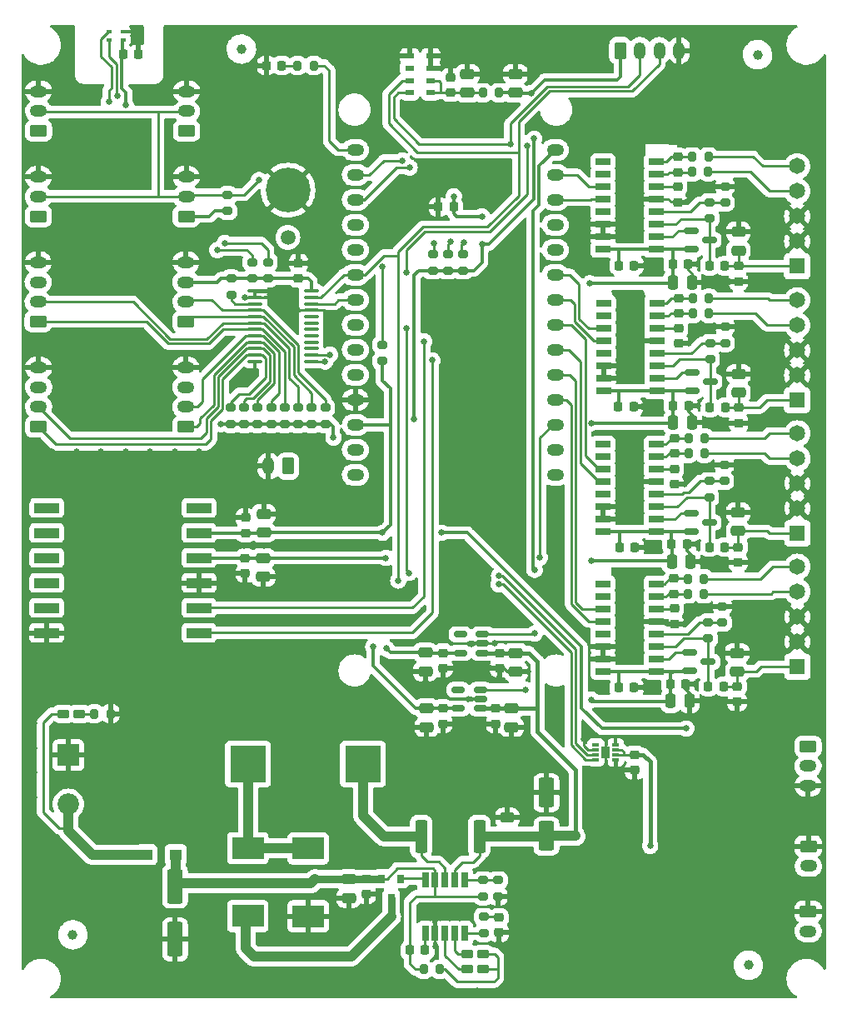
<source format=gtl>
G04 #@! TF.GenerationSoftware,KiCad,Pcbnew,(6.0.5)*
G04 #@! TF.CreationDate,2022-12-03T11:34:04+01:00*
G04 #@! TF.ProjectId,ruche,72756368-652e-46b6-9963-61645f706362,rev?*
G04 #@! TF.SameCoordinates,Original*
G04 #@! TF.FileFunction,Copper,L1,Top*
G04 #@! TF.FilePolarity,Positive*
%FSLAX46Y46*%
G04 Gerber Fmt 4.6, Leading zero omitted, Abs format (unit mm)*
G04 Created by KiCad (PCBNEW (6.0.5)) date 2022-12-03 11:34:04*
%MOMM*%
%LPD*%
G01*
G04 APERTURE LIST*
G04 Aperture macros list*
%AMRoundRect*
0 Rectangle with rounded corners*
0 $1 Rounding radius*
0 $2 $3 $4 $5 $6 $7 $8 $9 X,Y pos of 4 corners*
0 Add a 4 corners polygon primitive as box body*
4,1,4,$2,$3,$4,$5,$6,$7,$8,$9,$2,$3,0*
0 Add four circle primitives for the rounded corners*
1,1,$1+$1,$2,$3*
1,1,$1+$1,$4,$5*
1,1,$1+$1,$6,$7*
1,1,$1+$1,$8,$9*
0 Add four rect primitives between the rounded corners*
20,1,$1+$1,$2,$3,$4,$5,0*
20,1,$1+$1,$4,$5,$6,$7,0*
20,1,$1+$1,$6,$7,$8,$9,0*
20,1,$1+$1,$8,$9,$2,$3,0*%
G04 Aperture macros list end*
G04 #@! TA.AperFunction,SMDPad,CuDef*
%ADD10R,0.500000X0.300000*%
G04 #@! TD*
G04 #@! TA.AperFunction,SMDPad,CuDef*
%ADD11RoundRect,0.225000X-0.225000X-0.250000X0.225000X-0.250000X0.225000X0.250000X-0.225000X0.250000X0*%
G04 #@! TD*
G04 #@! TA.AperFunction,SMDPad,CuDef*
%ADD12RoundRect,0.250000X-0.550000X1.500000X-0.550000X-1.500000X0.550000X-1.500000X0.550000X1.500000X0*%
G04 #@! TD*
G04 #@! TA.AperFunction,SMDPad,CuDef*
%ADD13RoundRect,0.225000X-0.250000X0.225000X-0.250000X-0.225000X0.250000X-0.225000X0.250000X0.225000X0*%
G04 #@! TD*
G04 #@! TA.AperFunction,SMDPad,CuDef*
%ADD14RoundRect,0.250000X-0.475000X0.250000X-0.475000X-0.250000X0.475000X-0.250000X0.475000X0.250000X0*%
G04 #@! TD*
G04 #@! TA.AperFunction,SMDPad,CuDef*
%ADD15RoundRect,0.250000X0.475000X-0.250000X0.475000X0.250000X-0.475000X0.250000X-0.475000X-0.250000X0*%
G04 #@! TD*
G04 #@! TA.AperFunction,SMDPad,CuDef*
%ADD16RoundRect,0.250000X0.550000X-1.250000X0.550000X1.250000X-0.550000X1.250000X-0.550000X-1.250000X0*%
G04 #@! TD*
G04 #@! TA.AperFunction,SMDPad,CuDef*
%ADD17RoundRect,0.212500X-0.400000X-0.212500X0.400000X-0.212500X0.400000X0.212500X-0.400000X0.212500X0*%
G04 #@! TD*
G04 #@! TA.AperFunction,SMDPad,CuDef*
%ADD18R,1.240000X1.120000*%
G04 #@! TD*
G04 #@! TA.AperFunction,SMDPad,CuDef*
%ADD19R,3.200000X2.250000*%
G04 #@! TD*
G04 #@! TA.AperFunction,SMDPad,CuDef*
%ADD20R,0.650000X1.525000*%
G04 #@! TD*
G04 #@! TA.AperFunction,ComponentPad*
%ADD21R,2.175000X2.175000*%
G04 #@! TD*
G04 #@! TA.AperFunction,ComponentPad*
%ADD22C,2.175000*%
G04 #@! TD*
G04 #@! TA.AperFunction,ComponentPad*
%ADD23RoundRect,0.250000X-0.350000X-0.625000X0.350000X-0.625000X0.350000X0.625000X-0.350000X0.625000X0*%
G04 #@! TD*
G04 #@! TA.AperFunction,ComponentPad*
%ADD24O,1.200000X1.750000*%
G04 #@! TD*
G04 #@! TA.AperFunction,SMDPad,CuDef*
%ADD25R,3.650000X3.750000*%
G04 #@! TD*
G04 #@! TA.AperFunction,SMDPad,CuDef*
%ADD26R,0.800000X0.900000*%
G04 #@! TD*
G04 #@! TA.AperFunction,SMDPad,CuDef*
%ADD27RoundRect,0.200000X-0.200000X-0.275000X0.200000X-0.275000X0.200000X0.275000X-0.200000X0.275000X0*%
G04 #@! TD*
G04 #@! TA.AperFunction,SMDPad,CuDef*
%ADD28RoundRect,0.200000X0.275000X-0.200000X0.275000X0.200000X-0.275000X0.200000X-0.275000X-0.200000X0*%
G04 #@! TD*
G04 #@! TA.AperFunction,SMDPad,CuDef*
%ADD29RoundRect,0.200000X-0.275000X0.200000X-0.275000X-0.200000X0.275000X-0.200000X0.275000X0.200000X0*%
G04 #@! TD*
G04 #@! TA.AperFunction,SMDPad,CuDef*
%ADD30RoundRect,0.250000X-0.362500X-1.425000X0.362500X-1.425000X0.362500X1.425000X-0.362500X1.425000X0*%
G04 #@! TD*
G04 #@! TA.AperFunction,ComponentPad*
%ADD31RoundRect,0.250000X-0.625000X0.350000X-0.625000X-0.350000X0.625000X-0.350000X0.625000X0.350000X0*%
G04 #@! TD*
G04 #@! TA.AperFunction,ComponentPad*
%ADD32O,1.750000X1.200000*%
G04 #@! TD*
G04 #@! TA.AperFunction,SMDPad,CuDef*
%ADD33R,0.750000X0.300000*%
G04 #@! TD*
G04 #@! TA.AperFunction,SMDPad,CuDef*
%ADD34R,0.900000X1.300000*%
G04 #@! TD*
G04 #@! TA.AperFunction,ComponentPad*
%ADD35RoundRect,0.250000X0.625000X-0.350000X0.625000X0.350000X-0.625000X0.350000X-0.625000X-0.350000X0*%
G04 #@! TD*
G04 #@! TA.AperFunction,SMDPad,CuDef*
%ADD36R,2.500000X1.000000*%
G04 #@! TD*
G04 #@! TA.AperFunction,ComponentPad*
%ADD37C,1.500000*%
G04 #@! TD*
G04 #@! TA.AperFunction,ComponentPad*
%ADD38C,4.540000*%
G04 #@! TD*
G04 #@! TA.AperFunction,SMDPad,CuDef*
%ADD39RoundRect,0.225000X0.250000X-0.225000X0.250000X0.225000X-0.250000X0.225000X-0.250000X-0.225000X0*%
G04 #@! TD*
G04 #@! TA.AperFunction,SMDPad,CuDef*
%ADD40RoundRect,0.150000X-0.587500X-0.150000X0.587500X-0.150000X0.587500X0.150000X-0.587500X0.150000X0*%
G04 #@! TD*
G04 #@! TA.AperFunction,ComponentPad*
%ADD41R,1.650000X1.650000*%
G04 #@! TD*
G04 #@! TA.AperFunction,ComponentPad*
%ADD42C,1.650000*%
G04 #@! TD*
G04 #@! TA.AperFunction,ComponentPad*
%ADD43RoundRect,0.250000X0.350000X0.625000X-0.350000X0.625000X-0.350000X-0.625000X0.350000X-0.625000X0*%
G04 #@! TD*
G04 #@! TA.AperFunction,SMDPad,CuDef*
%ADD44RoundRect,0.218750X0.218750X0.256250X-0.218750X0.256250X-0.218750X-0.256250X0.218750X-0.256250X0*%
G04 #@! TD*
G04 #@! TA.AperFunction,SMDPad,CuDef*
%ADD45RoundRect,0.218750X-0.218750X-0.256250X0.218750X-0.256250X0.218750X0.256250X-0.218750X0.256250X0*%
G04 #@! TD*
G04 #@! TA.AperFunction,SMDPad,CuDef*
%ADD46RoundRect,0.250000X-0.250000X-0.475000X0.250000X-0.475000X0.250000X0.475000X-0.250000X0.475000X0*%
G04 #@! TD*
G04 #@! TA.AperFunction,SMDPad,CuDef*
%ADD47RoundRect,0.100000X-0.637500X-0.100000X0.637500X-0.100000X0.637500X0.100000X-0.637500X0.100000X0*%
G04 #@! TD*
G04 #@! TA.AperFunction,SMDPad,CuDef*
%ADD48RoundRect,0.150000X0.512500X0.150000X-0.512500X0.150000X-0.512500X-0.150000X0.512500X-0.150000X0*%
G04 #@! TD*
G04 #@! TA.AperFunction,SMDPad,CuDef*
%ADD49R,1.525000X0.700000*%
G04 #@! TD*
G04 #@! TA.AperFunction,SMDPad,CuDef*
%ADD50RoundRect,0.225000X0.225000X0.250000X-0.225000X0.250000X-0.225000X-0.250000X0.225000X-0.250000X0*%
G04 #@! TD*
G04 #@! TA.AperFunction,SMDPad,CuDef*
%ADD51C,1.000000*%
G04 #@! TD*
G04 #@! TA.AperFunction,SMDPad,CuDef*
%ADD52R,0.950000X0.550000*%
G04 #@! TD*
G04 #@! TA.AperFunction,ViaPad*
%ADD53C,0.650000*%
G04 #@! TD*
G04 #@! TA.AperFunction,Conductor*
%ADD54C,0.300000*%
G04 #@! TD*
G04 #@! TA.AperFunction,Conductor*
%ADD55C,0.250000*%
G04 #@! TD*
G04 #@! TA.AperFunction,Conductor*
%ADD56C,1.000000*%
G04 #@! TD*
G04 #@! TA.AperFunction,Conductor*
%ADD57C,0.400000*%
G04 #@! TD*
G04 #@! TA.AperFunction,Conductor*
%ADD58C,0.800000*%
G04 #@! TD*
G04 #@! TA.AperFunction,Conductor*
%ADD59C,0.500000*%
G04 #@! TD*
G04 APERTURE END LIST*
D10*
X95937391Y-70282391D03*
X95937391Y-71082391D03*
X97337391Y-71082391D03*
X97337391Y-70282391D03*
D11*
X97337391Y-72557391D03*
X98887391Y-72557391D03*
D12*
X102625000Y-157110000D03*
X102625000Y-162510000D03*
D13*
X122060000Y-156385000D03*
X122060000Y-157935000D03*
D14*
X120290000Y-156390000D03*
X120290000Y-158290000D03*
D13*
X135560000Y-160275000D03*
X135560000Y-161825000D03*
X149347466Y-143757466D03*
X149347466Y-145307466D03*
D11*
X126495000Y-163600000D03*
X128045000Y-163600000D03*
D15*
X136410000Y-152035000D03*
X136410000Y-150135000D03*
D16*
X140380000Y-152010000D03*
X140380000Y-147610000D03*
D17*
X91277500Y-139580000D03*
X92902500Y-139580000D03*
D18*
X102700000Y-153900000D03*
X99700000Y-153900000D03*
D17*
X132307500Y-165542000D03*
X133932500Y-165542000D03*
X132327500Y-163992000D03*
X133952500Y-163992000D03*
D19*
X116180000Y-153260000D03*
X116180000Y-160160000D03*
X110025000Y-153235000D03*
X110025000Y-160135000D03*
D20*
X128070000Y-161912000D03*
X129070000Y-161912000D03*
X130070000Y-161912000D03*
X131070000Y-161912000D03*
X132070000Y-161912000D03*
X132070000Y-156488000D03*
X131070000Y-156488000D03*
X130070000Y-156488000D03*
X129070000Y-156488000D03*
X128070000Y-156488000D03*
D21*
X91780000Y-143785000D03*
D22*
X91780000Y-148785000D03*
D23*
X147870000Y-72180000D03*
D24*
X149870000Y-72180000D03*
X151870000Y-72180000D03*
X153870000Y-72180000D03*
D25*
X110040000Y-144690000D03*
X121740000Y-144690000D03*
D26*
X125540000Y-156350000D03*
X123640000Y-156350000D03*
X124590000Y-158350000D03*
D27*
X94425000Y-139570000D03*
X96075000Y-139570000D03*
D28*
X133990000Y-161875000D03*
X133990000Y-160225000D03*
D27*
X127895000Y-165540000D03*
X129545000Y-165540000D03*
D29*
X135460000Y-156485000D03*
X135460000Y-158135000D03*
D28*
X133960000Y-158135000D03*
X133960000Y-156485000D03*
D30*
X127637500Y-152030000D03*
X133562500Y-152030000D03*
D29*
X112080000Y-93685000D03*
X112080000Y-95335000D03*
X110480000Y-93685000D03*
X110480000Y-95335000D03*
D31*
X167010000Y-153050000D03*
D32*
X167010000Y-155050000D03*
D31*
X166990000Y-159690000D03*
D32*
X166990000Y-161690000D03*
D33*
X147397466Y-144257466D03*
X147397466Y-143757466D03*
X147397466Y-143257466D03*
X147397466Y-142757466D03*
X145397466Y-142757466D03*
X145397466Y-143257466D03*
X145397466Y-143757466D03*
X145397466Y-144257466D03*
D34*
X146397466Y-143507466D03*
D35*
X88740000Y-89040000D03*
D32*
X88740000Y-87040000D03*
X88740000Y-85040000D03*
D35*
X88750000Y-80340000D03*
D32*
X88750000Y-78340000D03*
X88750000Y-76340000D03*
D35*
X103760000Y-89030000D03*
D32*
X103760000Y-87030000D03*
X103760000Y-85030000D03*
D36*
X105065000Y-131360000D03*
X105065000Y-128820000D03*
X105065000Y-126280000D03*
X105065000Y-123740000D03*
X105065000Y-121200000D03*
X105065000Y-118660000D03*
X89565000Y-118660000D03*
X89565000Y-121200000D03*
X89565000Y-123740000D03*
X89565000Y-126280000D03*
X89565000Y-128820000D03*
X89565000Y-131360000D03*
D13*
X109765000Y-123750000D03*
X109765000Y-125300000D03*
D14*
X111590000Y-123750000D03*
X111590000Y-125650000D03*
D28*
X123660000Y-103745000D03*
X123660000Y-102095000D03*
D37*
X114110000Y-91170000D03*
D38*
X114110000Y-86370000D03*
D14*
X128070000Y-133360000D03*
X128070000Y-135260000D03*
D39*
X109780000Y-121215000D03*
X109780000Y-119665000D03*
D28*
X158540000Y-87655000D03*
X158540000Y-86005000D03*
D15*
X159900000Y-92500000D03*
X159900000Y-90600000D03*
D14*
X136853750Y-139030000D03*
X136853750Y-140930000D03*
D28*
X108340000Y-96995000D03*
X108340000Y-95345000D03*
D15*
X159770000Y-135300000D03*
X159770000Y-133400000D03*
D35*
X103800000Y-80350000D03*
D32*
X103800000Y-78350000D03*
X103800000Y-76350000D03*
D40*
X154952500Y-133340000D03*
X154952500Y-135240000D03*
X156827500Y-134290000D03*
D13*
X135233750Y-139035000D03*
X135233750Y-140585000D03*
D28*
X158280000Y-130325000D03*
X158280000Y-128675000D03*
X156980000Y-89235000D03*
X156980000Y-87585000D03*
D41*
X165870000Y-107720000D03*
D42*
X165870000Y-105180000D03*
X165870000Y-102640000D03*
X165870000Y-100100000D03*
X165870000Y-97560000D03*
D43*
X114110000Y-114420000D03*
D24*
X112110000Y-114420000D03*
D39*
X153370000Y-113105000D03*
X153370000Y-111555000D03*
D11*
X147825000Y-122700000D03*
X149375000Y-122700000D03*
X153265000Y-108270000D03*
X154815000Y-108270000D03*
D29*
X109670000Y-108485000D03*
X109670000Y-110135000D03*
X112400000Y-108485000D03*
X112400000Y-110135000D03*
D44*
X158517500Y-122640000D03*
X156942500Y-122640000D03*
D29*
X115150000Y-108485000D03*
X115150000Y-110135000D03*
D13*
X159920000Y-108475000D03*
X159920000Y-110025000D03*
D15*
X159920000Y-106940000D03*
X159920000Y-105040000D03*
D45*
X111912500Y-73700000D03*
X113487500Y-73700000D03*
D28*
X158460000Y-115925000D03*
X158460000Y-114275000D03*
D46*
X153280000Y-109990000D03*
X155180000Y-109990000D03*
X153020000Y-138290000D03*
X154920000Y-138290000D03*
D41*
X165900000Y-121250000D03*
D42*
X165900000Y-118710000D03*
X165900000Y-116170000D03*
X165900000Y-113630000D03*
X165900000Y-111090000D03*
D40*
X155152500Y-104870000D03*
X155152500Y-106770000D03*
X157027500Y-105820000D03*
D47*
X110747500Y-96625000D03*
X110747500Y-97275000D03*
X110747500Y-97925000D03*
X110747500Y-98575000D03*
X110747500Y-99225000D03*
X110747500Y-99875000D03*
X110747500Y-100525000D03*
X110747500Y-101175000D03*
X110747500Y-101825000D03*
X110747500Y-102475000D03*
X110747500Y-103125000D03*
X110747500Y-103775000D03*
X116472500Y-103775000D03*
X116472500Y-103125000D03*
X116472500Y-102475000D03*
X116472500Y-101825000D03*
X116472500Y-101175000D03*
X116472500Y-100525000D03*
X116472500Y-99875000D03*
X116472500Y-99225000D03*
X116472500Y-98575000D03*
X116472500Y-97925000D03*
X116472500Y-97275000D03*
X116472500Y-96625000D03*
D29*
X108310000Y-108485000D03*
X108310000Y-110135000D03*
D48*
X133681250Y-139030000D03*
X133681250Y-138080000D03*
X133681250Y-137130000D03*
X131406250Y-137130000D03*
X131406250Y-139030000D03*
D28*
X156820000Y-131945000D03*
X156820000Y-130295000D03*
D13*
X159900000Y-94085000D03*
X159900000Y-95635000D03*
D15*
X137225000Y-76480000D03*
X137225000Y-74580000D03*
D13*
X159870000Y-122635000D03*
X159870000Y-124185000D03*
D11*
X153105000Y-122370000D03*
X154655000Y-122370000D03*
D27*
X115085000Y-73700000D03*
X116735000Y-73700000D03*
D11*
X147755000Y-136920000D03*
X149305000Y-136920000D03*
D13*
X135590000Y-133395000D03*
X135590000Y-134945000D03*
D27*
X133925000Y-76480000D03*
X135575000Y-76480000D03*
D11*
X147675000Y-108410000D03*
X149225000Y-108410000D03*
D44*
X158527500Y-94060000D03*
X156952500Y-94060000D03*
X158407500Y-136810000D03*
X156832500Y-136810000D03*
D15*
X111640000Y-121180000D03*
X111640000Y-119280000D03*
D27*
X154815000Y-111560000D03*
X156465000Y-111560000D03*
D49*
X151602000Y-106775000D03*
X151602000Y-105505000D03*
X151602000Y-104235000D03*
X151602000Y-102965000D03*
X151602000Y-101695000D03*
X151602000Y-100425000D03*
X151602000Y-99155000D03*
X151602000Y-97885000D03*
X146178000Y-97885000D03*
X146178000Y-99155000D03*
X146178000Y-100425000D03*
X146178000Y-101695000D03*
X146178000Y-102965000D03*
X146178000Y-104235000D03*
X146178000Y-105505000D03*
X146178000Y-106775000D03*
D28*
X128820000Y-94535000D03*
X128820000Y-92885000D03*
D31*
X166980000Y-142900000D03*
D32*
X166980000Y-144900000D03*
X166980000Y-146900000D03*
D49*
X151562000Y-121085000D03*
X151562000Y-119815000D03*
X151562000Y-118545000D03*
X151562000Y-117275000D03*
X151562000Y-116005000D03*
X151562000Y-114735000D03*
X151562000Y-113465000D03*
X151562000Y-112195000D03*
X146138000Y-112195000D03*
X146138000Y-113465000D03*
X146138000Y-114735000D03*
X146138000Y-116005000D03*
X146138000Y-117275000D03*
X146138000Y-118545000D03*
X146138000Y-119815000D03*
X146138000Y-121085000D03*
D32*
X141287500Y-115300200D03*
X141287500Y-112760200D03*
X141287500Y-110220200D03*
X141287500Y-107680200D03*
X141287500Y-105140200D03*
X141287500Y-102600200D03*
X141287500Y-100060200D03*
X141287500Y-97520200D03*
X141287500Y-94980200D03*
X141287500Y-92440200D03*
X141287500Y-89900200D03*
X141287500Y-87360200D03*
X141287500Y-84820200D03*
X141287500Y-82280200D03*
X120967500Y-82280200D03*
X120967500Y-84820200D03*
X120967500Y-87360200D03*
X120967500Y-89900200D03*
X120967500Y-92440200D03*
X120967500Y-94980200D03*
X120967500Y-97520200D03*
X120967500Y-100060200D03*
X120967500Y-102600200D03*
X120967500Y-105140200D03*
X120967500Y-107680200D03*
X120967500Y-110220200D03*
X120967500Y-112760200D03*
X120967500Y-115300200D03*
D50*
X130945000Y-88080000D03*
X129395000Y-88080000D03*
D28*
X157040000Y-103545000D03*
X157040000Y-101895000D03*
D27*
X154745000Y-127400000D03*
X156395000Y-127400000D03*
D29*
X117910000Y-108485000D03*
X117910000Y-110135000D03*
D51*
X92240000Y-162030000D03*
D46*
X153250000Y-95750000D03*
X155150000Y-95750000D03*
D51*
X109370000Y-72030000D03*
D46*
X153120000Y-124080000D03*
X155020000Y-124080000D03*
D11*
X147745000Y-94020000D03*
X149295000Y-94020000D03*
D39*
X153820000Y-98895000D03*
X153820000Y-97345000D03*
D49*
X151542000Y-135285000D03*
X151542000Y-134015000D03*
X151542000Y-132745000D03*
X151542000Y-131475000D03*
X151542000Y-130205000D03*
X151542000Y-128935000D03*
X151542000Y-127665000D03*
X151542000Y-126395000D03*
X146118000Y-126395000D03*
X146118000Y-127665000D03*
X146118000Y-128935000D03*
X146118000Y-130205000D03*
X146118000Y-131475000D03*
X146118000Y-132745000D03*
X146118000Y-134015000D03*
X146118000Y-135285000D03*
D27*
X154815000Y-113110000D03*
X156465000Y-113110000D03*
D13*
X129843750Y-139035000D03*
X129843750Y-140585000D03*
D11*
X152985000Y-136530000D03*
X154535000Y-136530000D03*
X153235000Y-93890000D03*
X154785000Y-93890000D03*
D28*
X158540000Y-101915000D03*
X158540000Y-100265000D03*
X130350000Y-94535000D03*
X130350000Y-92885000D03*
D35*
X103730000Y-99720000D03*
D32*
X103730000Y-97720000D03*
X103730000Y-95720000D03*
X103730000Y-93720000D03*
D39*
X130675000Y-76455000D03*
X130675000Y-74905000D03*
D29*
X111020000Y-108485000D03*
X111020000Y-110135000D03*
D40*
X155072500Y-119190000D03*
X155072500Y-121090000D03*
X156947500Y-120140000D03*
D39*
X153710000Y-87585000D03*
X153710000Y-86035000D03*
D29*
X116530000Y-108485000D03*
X116530000Y-110135000D03*
D51*
X161850000Y-72600000D03*
D27*
X155265000Y-98890000D03*
X156915000Y-98890000D03*
D39*
X153820000Y-101965000D03*
X153820000Y-100415000D03*
D13*
X159770000Y-136815000D03*
X159770000Y-138365000D03*
D29*
X113780000Y-108485000D03*
X113780000Y-110135000D03*
D39*
X115180000Y-95335000D03*
X115180000Y-93785000D03*
D51*
X160910000Y-165120000D03*
D44*
X158577500Y-108450000D03*
X157002500Y-108450000D03*
D49*
X151560000Y-92390000D03*
X151560000Y-91120000D03*
X151560000Y-89850000D03*
X151560000Y-88580000D03*
X151560000Y-87310000D03*
X151560000Y-86040000D03*
X151560000Y-84770000D03*
X151560000Y-83500000D03*
X146136000Y-83500000D03*
X146136000Y-84770000D03*
X146136000Y-86040000D03*
X146136000Y-87310000D03*
X146136000Y-88580000D03*
X146136000Y-89850000D03*
X146136000Y-91120000D03*
X146136000Y-92390000D03*
D39*
X153730000Y-84535000D03*
X153730000Y-82985000D03*
D14*
X128203750Y-139030000D03*
X128203750Y-140930000D03*
D29*
X107980000Y-86855000D03*
X107980000Y-88505000D03*
D27*
X154755000Y-125870000D03*
X156405000Y-125870000D03*
D39*
X153360000Y-127395000D03*
X153360000Y-125845000D03*
D41*
X165900000Y-134800000D03*
D42*
X165900000Y-132260000D03*
X165900000Y-129720000D03*
X165900000Y-127180000D03*
X165900000Y-124640000D03*
D15*
X132350000Y-76480000D03*
X132350000Y-74580000D03*
D52*
X128620000Y-76475000D03*
X128620000Y-75225000D03*
X128620000Y-73975000D03*
X128620000Y-72725000D03*
X126470000Y-72725000D03*
X126470000Y-73975000D03*
X126470000Y-75225000D03*
X126470000Y-76475000D03*
D14*
X137260000Y-133390000D03*
X137260000Y-135290000D03*
D35*
X88760000Y-110410000D03*
D32*
X88760000Y-108410000D03*
X88760000Y-106410000D03*
X88760000Y-104410000D03*
D15*
X159870000Y-121020000D03*
X159870000Y-119120000D03*
D48*
X133887500Y-133390000D03*
X133887500Y-132440000D03*
X133887500Y-131490000D03*
X131612500Y-131490000D03*
X131612500Y-133390000D03*
D35*
X88710000Y-99720000D03*
D32*
X88710000Y-97720000D03*
X88710000Y-95720000D03*
X88710000Y-93720000D03*
D39*
X153370000Y-116275000D03*
X153370000Y-114725000D03*
D13*
X129880000Y-133395000D03*
X129880000Y-134945000D03*
D41*
X165870000Y-94100000D03*
D42*
X165870000Y-91560000D03*
X165870000Y-89020000D03*
X165870000Y-86480000D03*
X165870000Y-83940000D03*
D35*
X103730000Y-110400000D03*
D32*
X103730000Y-108400000D03*
X103730000Y-106400000D03*
X103730000Y-104400000D03*
D28*
X131870000Y-94535000D03*
X131870000Y-92885000D03*
D27*
X155195000Y-82980000D03*
X156845000Y-82980000D03*
D28*
X156940000Y-117575000D03*
X156940000Y-115925000D03*
D40*
X155072500Y-90480000D03*
X155072500Y-92380000D03*
X156947500Y-91430000D03*
D27*
X155185000Y-84500000D03*
X156835000Y-84500000D03*
X155265000Y-97370000D03*
X156915000Y-97370000D03*
D39*
X153370000Y-130445000D03*
X153370000Y-128895000D03*
D53*
X106920489Y-92449511D03*
X107680000Y-91750000D03*
X100720000Y-75970000D03*
X94760000Y-76200000D03*
X96770000Y-76790000D03*
X118390000Y-103080000D03*
X95900000Y-77350000D03*
X117890000Y-103780000D03*
X97650000Y-77750000D03*
X165670000Y-74500000D03*
X98400000Y-70270000D03*
X98880000Y-71500000D03*
X167060000Y-163600000D03*
X115020000Y-98580000D03*
X150000000Y-87300000D03*
X160560000Y-70410000D03*
X91650000Y-70520000D03*
X147600000Y-134010000D03*
X100100000Y-112930000D03*
X159920000Y-103900000D03*
X147670000Y-119820000D03*
X88300000Y-157940000D03*
X120560000Y-70410000D03*
X95100000Y-127930000D03*
X150390000Y-122690000D03*
X92600000Y-122930000D03*
X164060000Y-72910000D03*
X92600000Y-127930000D03*
X105100000Y-132930000D03*
X125540000Y-87050000D03*
X158840000Y-110040000D03*
X97600000Y-135430000D03*
X100860000Y-167750000D03*
X87600000Y-127930000D03*
X147640000Y-118530000D03*
X95100000Y-137930000D03*
X141160000Y-121390000D03*
X107600000Y-135430000D03*
X102600000Y-125430000D03*
X110100000Y-130140000D03*
X154350000Y-130460000D03*
X100100000Y-122930000D03*
X92600000Y-117930000D03*
X128230000Y-88020000D03*
X167680000Y-80650000D03*
X88300000Y-145560000D03*
X111680000Y-122480000D03*
X120290000Y-159520000D03*
X105100000Y-112930000D03*
X133410000Y-112560000D03*
X100100000Y-135430000D03*
X155630000Y-122360000D03*
X100100000Y-117930000D03*
X100100000Y-130430000D03*
X147630000Y-91150000D03*
X132790000Y-97280000D03*
X141312882Y-140817118D03*
X112450000Y-135970000D03*
X87600000Y-137930000D03*
X167750000Y-75590000D03*
X112240000Y-96640000D03*
X105100000Y-135430000D03*
X92600000Y-132930000D03*
X92600000Y-137930000D03*
X110860000Y-167750000D03*
X113360000Y-167750000D03*
X133080000Y-105980000D03*
X157550000Y-100280000D03*
X90100000Y-115430000D03*
X102600000Y-130430000D03*
X110750000Y-104690000D03*
X134510000Y-134900000D03*
X102600000Y-115430000D03*
X102600000Y-122930000D03*
X87600000Y-115430000D03*
X156060000Y-124090000D03*
X92110000Y-166600000D03*
X92600000Y-125430000D03*
X143740000Y-93490000D03*
X128090000Y-136290000D03*
X138470000Y-135270000D03*
X109780000Y-118460000D03*
X90100000Y-135430000D03*
X92600000Y-120430000D03*
X128360000Y-167750000D03*
X144180000Y-78070000D03*
X117895500Y-122480000D03*
X135860000Y-167750000D03*
X129120000Y-163200000D03*
X155560000Y-70410000D03*
X156070000Y-138270000D03*
X88300000Y-155440000D03*
X118360000Y-167750000D03*
X126430000Y-71590000D03*
X153060000Y-70410000D03*
X107700000Y-122500000D03*
X112480000Y-137950000D03*
X107600000Y-112930000D03*
X125860000Y-167750000D03*
X158960000Y-95660000D03*
X130860000Y-167750000D03*
X100100000Y-120430000D03*
X107600000Y-117930000D03*
X93360000Y-167750000D03*
X97600000Y-127930000D03*
X110100000Y-137930000D03*
X147600000Y-132740000D03*
X150310000Y-136910000D03*
X97600000Y-117930000D03*
X92600000Y-115430000D03*
X88750000Y-82670000D03*
X161030000Y-138370000D03*
X110560000Y-70410000D03*
X129840000Y-141750000D03*
X110790000Y-114430000D03*
X87600000Y-132930000D03*
X100100000Y-115430000D03*
X143540000Y-83020000D03*
X108350000Y-167730000D03*
X88300000Y-140560000D03*
X100100000Y-125430000D03*
X107650000Y-120070000D03*
X95100000Y-120430000D03*
X130650000Y-73620000D03*
X129890000Y-135940000D03*
X140700000Y-167750000D03*
X148060000Y-70410000D03*
X146476567Y-145445430D03*
X164900000Y-122940000D03*
X102600000Y-117930000D03*
X158480000Y-119130000D03*
X87600000Y-130430000D03*
X147750000Y-104250000D03*
X103360000Y-167750000D03*
X120860000Y-167750000D03*
X143200000Y-167750000D03*
X90900000Y-164720000D03*
X153060000Y-167910000D03*
X145560000Y-70410000D03*
X88300000Y-143060000D03*
X128790000Y-78310000D03*
X128740000Y-84720000D03*
X87600000Y-117930000D03*
X95100000Y-115430000D03*
X157430000Y-114260000D03*
X166560000Y-137910000D03*
X102600000Y-127930000D03*
X150480000Y-94010000D03*
X92600000Y-130430000D03*
X91650000Y-131350000D03*
X102600000Y-120430000D03*
X122060000Y-159110000D03*
X150700000Y-167750000D03*
X87600000Y-122930000D03*
X88300000Y-152905500D03*
X155480000Y-136520000D03*
X140560000Y-70410000D03*
X147740000Y-105500000D03*
X95100000Y-112930000D03*
X156640000Y-81560000D03*
X91650000Y-73020000D03*
X150040000Y-101670000D03*
X95100000Y-125430000D03*
X132350000Y-73250000D03*
X150030000Y-115970000D03*
X159900000Y-89360000D03*
X144580000Y-89820000D03*
X129060000Y-160490000D03*
X167690000Y-77900000D03*
X140380000Y-145420000D03*
X132730000Y-132460000D03*
X115560000Y-70410000D03*
X88300000Y-148060000D03*
X133360000Y-167750000D03*
X135720000Y-121690000D03*
X115860000Y-167750000D03*
X156320000Y-95770000D03*
X132310000Y-127069500D03*
X158060000Y-70410000D03*
X116150000Y-93780000D03*
X88750000Y-91380000D03*
X138360000Y-167750000D03*
X103060000Y-70410000D03*
X97600000Y-122930000D03*
X109680000Y-122480000D03*
X155760000Y-108300000D03*
X95860000Y-167750000D03*
X90100000Y-132930000D03*
X110840000Y-73680000D03*
X158060000Y-167910000D03*
X107600000Y-115430000D03*
X111590000Y-126880000D03*
X154830000Y-101970000D03*
X105100000Y-137930000D03*
X109709500Y-97260000D03*
X110100000Y-132930000D03*
X136080000Y-91790000D03*
X136510000Y-158130000D03*
X100100000Y-127930000D03*
X88300000Y-162940000D03*
X128210000Y-142090000D03*
X154710000Y-87570000D03*
X97600000Y-112930000D03*
X158270000Y-133380000D03*
X98360000Y-167750000D03*
X97600000Y-132930000D03*
X88300000Y-150560000D03*
X166670000Y-149910000D03*
X128060000Y-70410000D03*
X164880000Y-109420000D03*
X98060000Y-102910000D03*
X95100000Y-132930000D03*
X163060000Y-70410000D03*
X154440000Y-116240000D03*
X127810000Y-129010000D03*
X95100000Y-130430000D03*
X97600000Y-115430000D03*
X95100000Y-117930000D03*
X112290000Y-132930000D03*
X155560000Y-167910000D03*
X140278319Y-133370214D03*
X102600000Y-137930000D03*
X150560000Y-70410000D03*
X159500000Y-128660000D03*
X129780000Y-72710000D03*
X136400000Y-148890000D03*
X116180000Y-161990000D03*
X105560000Y-70410000D03*
X92600000Y-135430000D03*
X166640000Y-157410000D03*
X112610000Y-130080000D03*
X95100000Y-135430000D03*
X88740000Y-102060000D03*
X109760000Y-126480000D03*
X102600000Y-112930000D03*
X155680000Y-93900000D03*
X90100000Y-137930000D03*
X149370000Y-146300000D03*
X123060000Y-70410000D03*
X135560000Y-135940000D03*
X133060000Y-70410000D03*
X87600000Y-120430000D03*
X97600000Y-125430000D03*
X97170000Y-139570000D03*
X148200000Y-167750000D03*
X97600000Y-130430000D03*
X88300000Y-160440000D03*
X107110000Y-126270000D03*
X156380000Y-110000000D03*
X137180000Y-73250000D03*
X159710000Y-86010000D03*
X164060000Y-165410000D03*
X135230000Y-141740000D03*
X101030000Y-162520000D03*
X107590000Y-130120000D03*
X164060000Y-167910000D03*
X105860000Y-167750000D03*
X107600000Y-137930000D03*
X97600000Y-120430000D03*
X107680000Y-133000000D03*
X87610000Y-135430000D03*
X164830000Y-95780000D03*
X100100000Y-137930000D03*
X145700000Y-167750000D03*
X117860000Y-126070000D03*
X102600000Y-132930000D03*
X87600000Y-112930000D03*
X111640000Y-118030000D03*
X95100000Y-122930000D03*
X88770000Y-74440000D03*
X123360000Y-167750000D03*
X135100000Y-132390000D03*
X130560000Y-70410000D03*
X105100000Y-115430000D03*
X113060000Y-70410000D03*
X87600000Y-125430000D03*
X143060000Y-70410000D03*
X90100000Y-112930000D03*
X102600000Y-135430000D03*
X108060000Y-70410000D03*
X160560000Y-167910000D03*
X158730000Y-124190000D03*
X136850000Y-142150000D03*
X135580000Y-162810000D03*
X97600000Y-137930000D03*
X118060000Y-70410000D03*
X92600000Y-112930000D03*
X100100000Y-132930000D03*
X150140000Y-108400000D03*
X144180847Y-142141552D03*
X129700000Y-121190000D03*
X123730000Y-121180000D03*
X154600000Y-141079500D03*
X126140000Y-100450000D03*
X126400000Y-125260000D03*
X126125000Y-94700000D03*
X138418070Y-81855501D03*
X136720000Y-81700000D03*
X135570000Y-125540000D03*
X135520000Y-126420000D03*
X125325000Y-126035000D03*
X143330000Y-152010000D03*
X142430000Y-152010000D03*
X150920000Y-153000000D03*
X111159500Y-85347553D03*
X127930000Y-101730000D03*
X128794000Y-103660000D03*
X123660000Y-94169500D03*
X122780000Y-132780000D03*
X133820000Y-89040000D03*
X130960000Y-87000000D03*
X118740000Y-111500000D03*
X139140000Y-81140000D03*
X144970000Y-138160000D03*
X144970000Y-124020000D03*
X126950000Y-109600000D03*
X138840000Y-76520000D03*
X144970000Y-110050000D03*
X133820000Y-91890000D03*
X144800000Y-95840000D03*
X107310000Y-110130000D03*
X124070000Y-123740000D03*
X124120000Y-132960000D03*
X139180000Y-131420000D03*
X139180000Y-124950000D03*
X131960000Y-91670000D03*
X125752929Y-83373714D03*
X126470000Y-84070000D03*
X130650000Y-91610000D03*
X128930000Y-91770000D03*
X138240000Y-137130000D03*
X139714500Y-123717374D03*
D54*
X118485000Y-110135000D02*
X118740000Y-110390000D01*
X107315000Y-110135000D02*
X118485000Y-110135000D01*
X118740000Y-110390000D02*
X118740000Y-111500000D01*
X107310000Y-110130000D02*
X107315000Y-110135000D01*
X139140000Y-87290000D02*
X139140000Y-81140000D01*
X133820000Y-91890000D02*
X134540000Y-91890000D01*
X134540000Y-91890000D02*
X139140000Y-87290000D01*
D55*
X138418070Y-86737634D02*
X138418070Y-81855501D01*
X134586193Y-90569511D02*
X138418070Y-86737634D01*
X128000489Y-90569511D02*
X134586193Y-90569511D01*
X126125000Y-92445000D02*
X128000489Y-90569511D01*
X126125000Y-94700000D02*
X126125000Y-92445000D01*
X139714500Y-111518200D02*
X139714500Y-123717374D01*
X141012500Y-110220200D02*
X139714500Y-111518200D01*
X141287500Y-110220200D02*
X141012500Y-110220200D01*
D54*
X139650000Y-87880000D02*
X139040000Y-88490000D01*
X141287500Y-82280200D02*
X139650000Y-83917700D01*
X139650000Y-83917700D02*
X139650000Y-87880000D01*
X139040000Y-88490000D02*
X139040000Y-124810000D01*
X139040000Y-124810000D02*
X139180000Y-124950000D01*
D55*
X109929511Y-92449511D02*
X110480000Y-93000000D01*
X106920489Y-92449511D02*
X109929511Y-92449511D01*
X110480000Y-93000000D02*
X110480000Y-93685000D01*
X112080000Y-92410000D02*
X112080000Y-93685000D01*
X111420000Y-91750000D02*
X112080000Y-92410000D01*
X107680000Y-91750000D02*
X111420000Y-91750000D01*
X95937391Y-72807391D02*
X96660000Y-73530000D01*
X96660000Y-76680000D02*
X96770000Y-76790000D01*
X95937391Y-71082391D02*
X95937391Y-72807391D01*
X96660000Y-73530000D02*
X96660000Y-76680000D01*
X96138361Y-75993105D02*
X95900000Y-76231466D01*
X95900000Y-76231466D02*
X95900000Y-77350000D01*
X95112391Y-72782391D02*
X96138361Y-73808361D01*
X95112391Y-71007391D02*
X95112391Y-72782391D01*
X96138361Y-73808361D02*
X96138361Y-75993105D01*
X95837391Y-70282391D02*
X95112391Y-71007391D01*
X103750499Y-78399501D02*
X103800000Y-78350000D01*
X88809501Y-78399501D02*
X103750499Y-78399501D01*
X88750000Y-78340000D02*
X88809501Y-78399501D01*
D54*
X97160000Y-72734782D02*
X97160000Y-75986110D01*
X97160000Y-75986110D02*
X97650000Y-76476110D01*
X97337391Y-72557391D02*
X97160000Y-72734782D01*
X97650000Y-76476110D02*
X97650000Y-77750000D01*
D55*
X110732500Y-97260000D02*
X109709500Y-97260000D01*
X109647053Y-86860000D02*
X111159500Y-85347553D01*
X103770000Y-86860000D02*
X109647053Y-86860000D01*
X118345000Y-103125000D02*
X118390000Y-103080000D01*
X110747500Y-97275000D02*
X110732500Y-97260000D01*
X116472500Y-103125000D02*
X118345000Y-103125000D01*
X117885000Y-103775000D02*
X117890000Y-103780000D01*
X116472500Y-103775000D02*
X117885000Y-103775000D01*
D54*
X97260000Y-71602604D02*
X97260000Y-71082391D01*
X97260000Y-72480000D02*
X97260000Y-71602604D01*
D55*
X137555999Y-79424001D02*
X137555999Y-82484001D01*
X140680000Y-76300000D02*
X137555999Y-79424001D01*
X149110000Y-76300000D02*
X140680000Y-76300000D01*
X151870000Y-73540000D02*
X149110000Y-76300000D01*
X151870000Y-72180000D02*
X151870000Y-73540000D01*
D54*
X154655000Y-122370000D02*
X154655000Y-122995000D01*
D55*
X145407466Y-143247466D02*
X144637466Y-143247466D01*
X116472500Y-98575000D02*
X117795000Y-98575000D01*
X147407466Y-144247466D02*
X147460000Y-144300000D01*
D54*
X154920000Y-137460000D02*
X154920000Y-138290000D01*
D55*
X146407466Y-145376329D02*
X146476567Y-145445430D01*
D54*
X154655000Y-122995000D02*
X155020000Y-123360000D01*
D55*
X117795000Y-98575000D02*
X118290000Y-99070000D01*
X111905000Y-97275000D02*
X112240000Y-96940000D01*
X154785000Y-93890000D02*
X154785000Y-94475000D01*
X152773000Y-87310000D02*
X153043000Y-87580000D01*
D54*
X135590000Y-134945000D02*
X136055000Y-134945000D01*
D55*
X151560000Y-87310000D02*
X152773000Y-87310000D01*
X135050000Y-132440000D02*
X135100000Y-132390000D01*
D54*
X154815000Y-108270000D02*
X154815000Y-108855000D01*
D55*
X144180847Y-142790847D02*
X144180847Y-142141552D01*
X133887500Y-132440000D02*
X135050000Y-132440000D01*
X129060000Y-161902000D02*
X129070000Y-161912000D01*
X112240000Y-96940000D02*
X112240000Y-96640000D01*
X129060000Y-160490000D02*
X129060000Y-161902000D01*
X154785000Y-94475000D02*
X155150000Y-94840000D01*
D54*
X155020000Y-123360000D02*
X155020000Y-124080000D01*
D55*
X153705000Y-87580000D02*
X153710000Y-87585000D01*
D54*
X154735000Y-136530000D02*
X154735000Y-137075000D01*
X155180000Y-109220000D02*
X155180000Y-109990000D01*
X136055000Y-134945000D02*
X136400000Y-135290000D01*
D55*
X110747500Y-97275000D02*
X111905000Y-97275000D01*
D54*
X154535000Y-137075000D02*
X154920000Y-137460000D01*
X147397466Y-142757466D02*
X147397466Y-142177466D01*
D55*
X144637466Y-143247466D02*
X144180847Y-142790847D01*
X116472500Y-98575000D02*
X115025000Y-98575000D01*
X115025000Y-98575000D02*
X115020000Y-98580000D01*
D54*
X154815000Y-108855000D02*
X155180000Y-109220000D01*
D55*
X155150000Y-94840000D02*
X155150000Y-95750000D01*
X147460000Y-144300000D02*
X147460000Y-146338862D01*
X146407466Y-143497466D02*
X146407466Y-145376329D01*
X153043000Y-87580000D02*
X153705000Y-87580000D01*
D54*
X136400000Y-135290000D02*
X137260000Y-135290000D01*
X124505000Y-107070000D02*
X124500000Y-107075000D01*
X123665000Y-105140000D02*
X123665000Y-105705000D01*
X143910000Y-138980000D02*
X143910000Y-132760000D01*
X120967500Y-110220200D02*
X124460200Y-110220200D01*
X154600000Y-141079500D02*
X146009500Y-141079500D01*
X123660000Y-103745000D02*
X123660000Y-105135000D01*
X105065000Y-121200000D02*
X111620000Y-121200000D01*
X132340000Y-121190000D02*
X129700000Y-121190000D01*
X111620000Y-121200000D02*
X111640000Y-121180000D01*
X123665000Y-105705000D02*
X124505000Y-106545000D01*
X123660000Y-105135000D02*
X123665000Y-105140000D01*
X124500000Y-120410000D02*
X123730000Y-121180000D01*
X124500000Y-107075000D02*
X124500000Y-120410000D01*
X124505000Y-106545000D02*
X124505000Y-107070000D01*
X123730000Y-121180000D02*
X111640000Y-121180000D01*
X143910000Y-132760000D02*
X132340000Y-121190000D01*
X146009500Y-141079500D02*
X143910000Y-138980000D01*
D55*
X143331356Y-132972415D02*
X135898941Y-125540000D01*
X116472500Y-97925000D02*
X118835000Y-97925000D01*
X126400000Y-125260000D02*
X126125000Y-124985000D01*
X124840000Y-79100000D02*
X127450000Y-81710000D01*
X140489511Y-75850489D02*
X136720000Y-79620000D01*
X118835000Y-97925000D02*
X119239800Y-97520200D01*
X136720000Y-79620000D02*
X136720000Y-81700000D01*
X125325000Y-76475000D02*
X124840000Y-76960000D01*
X126470000Y-76475000D02*
X125325000Y-76475000D01*
X149870000Y-72180000D02*
X149870000Y-74680000D01*
X124840000Y-76960000D02*
X124840000Y-79100000D01*
X126125000Y-100465000D02*
X126140000Y-100450000D01*
X143331356Y-142577060D02*
X143331356Y-132972415D01*
X149870000Y-74680000D02*
X148699511Y-75850489D01*
X145397466Y-143757466D02*
X144511762Y-143757466D01*
X144511762Y-143757466D02*
X143331356Y-142577060D01*
X148699511Y-75850489D02*
X140489511Y-75850489D01*
X135898941Y-125540000D02*
X135570000Y-125540000D01*
X127450000Y-81710000D02*
X136710000Y-81710000D01*
X126125000Y-124985000D02*
X126125000Y-100465000D01*
X119239800Y-97520200D02*
X120967500Y-97520200D01*
X136710000Y-81710000D02*
X136720000Y-81700000D01*
X126470000Y-75225000D02*
X125745000Y-75225000D01*
X124340000Y-76620000D02*
X124340000Y-79590000D01*
X134400000Y-90120000D02*
X137555999Y-86964001D01*
X125325000Y-115410002D02*
X125325000Y-126035000D01*
X125325000Y-95744600D02*
X125325000Y-115410002D01*
X119759800Y-94980200D02*
X120967500Y-94980200D01*
X145397466Y-144257466D02*
X144376060Y-144257466D01*
X116472500Y-97275000D02*
X117465000Y-97275000D01*
X125735000Y-75225000D02*
X124340000Y-76620000D01*
X142877021Y-142758427D02*
X142877021Y-133327021D01*
X125325000Y-92609296D02*
X127814296Y-90120000D01*
X144376060Y-144257466D02*
X142877021Y-142758427D01*
X127814296Y-90120000D02*
X134400000Y-90120000D01*
X123865000Y-93025000D02*
X125325000Y-93025000D01*
X135970000Y-126420000D02*
X135520000Y-126420000D01*
X137500000Y-82540000D02*
X137555999Y-82484001D01*
X125325000Y-93025000D02*
X125325000Y-92609296D01*
X120967500Y-94980200D02*
X121909800Y-94980200D01*
X125325000Y-95744600D02*
X125325000Y-93025000D01*
X127290000Y-82540000D02*
X137500000Y-82540000D01*
X124340000Y-79590000D02*
X127290000Y-82540000D01*
X142877021Y-133327021D02*
X135970000Y-126420000D01*
X137555999Y-86964001D02*
X137555999Y-82484001D01*
X117465000Y-97275000D02*
X119759800Y-94980200D01*
X121909800Y-94980200D02*
X123865000Y-93025000D01*
X129445000Y-75225000D02*
X129620000Y-75400000D01*
X132350000Y-76480000D02*
X133925000Y-76480000D01*
X132325000Y-76455000D02*
X132350000Y-76480000D01*
X128620000Y-75225000D02*
X129445000Y-75225000D01*
X130655000Y-76475000D02*
X130675000Y-76455000D01*
X130675000Y-76455000D02*
X132325000Y-76455000D01*
X129620000Y-75400000D02*
X129620000Y-76450000D01*
X128620000Y-76475000D02*
X130655000Y-76475000D01*
D56*
X140360000Y-152030000D02*
X140380000Y-152010000D01*
D55*
X132955000Y-154640000D02*
X131860000Y-154640000D01*
X148027466Y-143247466D02*
X148227466Y-143447466D01*
D57*
X139480000Y-134280000D02*
X139480000Y-138940000D01*
D56*
X133662500Y-152030000D02*
X140360000Y-152030000D01*
D55*
X149149966Y-143747466D02*
X149157466Y-143739966D01*
D57*
X150920000Y-144450000D02*
X150920000Y-153000000D01*
D55*
X147407466Y-143747466D02*
X148227466Y-143747466D01*
X131070000Y-155430000D02*
X131070000Y-156488000D01*
D57*
X136853750Y-139030000D02*
X139390000Y-139030000D01*
X139480000Y-141410000D02*
X143330000Y-145260000D01*
D55*
X148227466Y-143747466D02*
X149149966Y-143747466D01*
D56*
X140380000Y-152010000D02*
X143330000Y-152010000D01*
D57*
X139390000Y-139030000D02*
X139480000Y-138940000D01*
D55*
X133562500Y-152030000D02*
X133562500Y-154032500D01*
X131860000Y-154640000D02*
X131070000Y-155430000D01*
X133562500Y-154032500D02*
X132955000Y-154640000D01*
D57*
X136853750Y-139030000D02*
X133681250Y-139030000D01*
X143330000Y-145260000D02*
X143330000Y-152010000D01*
X149157466Y-143739966D02*
X150209966Y-143739966D01*
X139480000Y-138940000D02*
X139480000Y-141410000D01*
X138590000Y-133390000D02*
X139480000Y-134280000D01*
X137260000Y-133390000D02*
X138590000Y-133390000D01*
D55*
X147407466Y-143247466D02*
X148027466Y-143247466D01*
D57*
X137260000Y-133390000D02*
X133887500Y-133390000D01*
X150209966Y-143739966D02*
X150920000Y-144450000D01*
D55*
X148227466Y-143447466D02*
X148227466Y-143747466D01*
D56*
X120550000Y-164240000D02*
X124590000Y-160200000D01*
X109810000Y-163390000D02*
X110660000Y-164240000D01*
X110660000Y-164240000D02*
X120550000Y-164240000D01*
X109810000Y-160090000D02*
X109810000Y-163390000D01*
D58*
X124590000Y-160200000D02*
X124590000Y-158350000D01*
D56*
X116420000Y-156820000D02*
X116850000Y-156390000D01*
D58*
X116850000Y-156390000D02*
X123600000Y-156390000D01*
D55*
X126495000Y-163600000D02*
X126495000Y-158765000D01*
X123640000Y-156350000D02*
X124160000Y-156350000D01*
D59*
X102700000Y-157040000D02*
X102630000Y-157110000D01*
D55*
X126495000Y-163600000D02*
X126495000Y-164995000D01*
X127125000Y-158135000D02*
X129165000Y-158135000D01*
X129165000Y-158135000D02*
X133960000Y-158135000D01*
X128860000Y-155280000D02*
X129070000Y-155490000D01*
X129070000Y-155490000D02*
X129070000Y-156488000D01*
X127040000Y-165540000D02*
X127895000Y-165540000D01*
D56*
X102630000Y-157110000D02*
X102920000Y-156820000D01*
D55*
X126495000Y-158765000D02*
X127125000Y-158135000D01*
D56*
X102920000Y-156820000D02*
X116420000Y-156820000D01*
D55*
X124160000Y-156350000D02*
X125230000Y-155280000D01*
X126495000Y-164995000D02*
X127040000Y-165540000D01*
D56*
X102700000Y-153900000D02*
X102700000Y-157040000D01*
D55*
X125220000Y-155280000D02*
X128860000Y-155280000D01*
X129070000Y-156488000D02*
X129070000Y-158040000D01*
D56*
X110050000Y-146180000D02*
X110050000Y-153310000D01*
X116170000Y-153250000D02*
X110140000Y-153250000D01*
X116180000Y-153260000D02*
X116170000Y-153250000D01*
D55*
X127912000Y-156330000D02*
X125560000Y-156330000D01*
X128070000Y-156488000D02*
X127912000Y-156330000D01*
X125560000Y-156330000D02*
X125540000Y-156350000D01*
D56*
X123860000Y-152030000D02*
X127737500Y-152030000D01*
D55*
X129420000Y-154630000D02*
X130070000Y-155280000D01*
X128280000Y-154630000D02*
X129420000Y-154630000D01*
X130070000Y-155280000D02*
X130070000Y-156488000D01*
X127637500Y-153987500D02*
X128280000Y-154630000D01*
D56*
X121750000Y-149920000D02*
X123860000Y-152030000D01*
D55*
X127637500Y-152030000D02*
X127637500Y-153987500D01*
D56*
X121750000Y-146180000D02*
X121750000Y-149920000D01*
D55*
X135460000Y-156485000D02*
X132073000Y-156485000D01*
X132073000Y-156485000D02*
X132070000Y-156488000D01*
X132070000Y-161912000D02*
X133953000Y-161912000D01*
X133953000Y-161912000D02*
X133990000Y-161875000D01*
X135510000Y-160225000D02*
X135560000Y-160275000D01*
X133990000Y-160225000D02*
X135510000Y-160225000D01*
X128045000Y-163600000D02*
X128045000Y-161937000D01*
X94425000Y-139570000D02*
X92912500Y-139570000D01*
X91450000Y-151220000D02*
X90870000Y-151220000D01*
X90090000Y-139580000D02*
X91277500Y-139580000D01*
D56*
X91780000Y-151470000D02*
X94210000Y-153900000D01*
D55*
X89220000Y-140450000D02*
X90090000Y-139580000D01*
X89220000Y-149570000D02*
X89220000Y-140450000D01*
D56*
X94210000Y-153900000D02*
X99700000Y-153900000D01*
D55*
X90870000Y-151220000D02*
X89220000Y-149570000D01*
D56*
X91780000Y-148780000D02*
X91780000Y-151470000D01*
D55*
X130055000Y-165540000D02*
X131335000Y-166820000D01*
X133932500Y-165542000D02*
X135432000Y-165542000D01*
X129545000Y-165540000D02*
X130055000Y-165540000D01*
X135440000Y-166430000D02*
X135440000Y-164302000D01*
X135440000Y-164302000D02*
X135130000Y-163992000D01*
X135130000Y-163992000D02*
X133952500Y-163992000D01*
X135050000Y-166820000D02*
X135440000Y-166430000D01*
X135432000Y-165542000D02*
X135440000Y-165550000D01*
X131335000Y-166820000D02*
X135050000Y-166820000D01*
X132307500Y-165542000D02*
X131462000Y-165542000D01*
X130070000Y-164150000D02*
X130070000Y-161912000D01*
X131462000Y-165542000D02*
X130070000Y-164150000D01*
X131070000Y-163690000D02*
X131070000Y-161912000D01*
X131372000Y-163992000D02*
X131070000Y-163690000D01*
X132327500Y-163992000D02*
X131372000Y-163992000D01*
X88750000Y-87030000D02*
X88740000Y-87040000D01*
X103760000Y-87030000D02*
X100910000Y-87030000D01*
X100910000Y-78430000D02*
X100920000Y-78430000D01*
X100910000Y-87030000D02*
X100910000Y-78430000D01*
X100910000Y-87030000D02*
X88750000Y-87030000D01*
X115085000Y-73700000D02*
X113487500Y-73700000D01*
X105085000Y-128800000D02*
X126768000Y-128800000D01*
X127930000Y-127638000D02*
X127930000Y-101730000D01*
X105065000Y-128820000D02*
X105085000Y-128800000D01*
X126768000Y-128800000D02*
X127930000Y-127638000D01*
X128794000Y-129314000D02*
X128794000Y-103660000D01*
X126768000Y-131340000D02*
X128794000Y-129314000D01*
X105065000Y-131360000D02*
X105085000Y-131340000D01*
X105085000Y-131340000D02*
X126768000Y-131340000D01*
X123660000Y-102095000D02*
X123660000Y-94169500D01*
D54*
X153265000Y-108270000D02*
X153265000Y-109975000D01*
X147765000Y-106775000D02*
X155147500Y-106775000D01*
X127450000Y-94530000D02*
X126950000Y-95030000D01*
X127080000Y-139030000D02*
X122780000Y-134730000D01*
X147725000Y-135285000D02*
X153285000Y-135285000D01*
X153085000Y-122350000D02*
X153105000Y-122370000D01*
X128203750Y-139030000D02*
X131406250Y-139030000D01*
X132970000Y-94530000D02*
X127450000Y-94530000D01*
X144980000Y-110060000D02*
X144970000Y-110050000D01*
X153265000Y-109975000D02*
X153280000Y-109990000D01*
X147870000Y-74870000D02*
X147870000Y-72180000D01*
X137265000Y-76520000D02*
X137225000Y-76480000D01*
X147560000Y-75180000D02*
X147870000Y-74870000D01*
X106120000Y-89030000D02*
X106645000Y-88505000D01*
X147825000Y-122700000D02*
X147825000Y-121175000D01*
X151560000Y-92390000D02*
X155062500Y-92390000D01*
X147755000Y-135315000D02*
X147725000Y-135285000D01*
X147755000Y-136920000D02*
X147755000Y-135315000D01*
X144970000Y-138160000D02*
X145110000Y-138300000D01*
X133820000Y-91890000D02*
X133820000Y-93680000D01*
X153060000Y-124020000D02*
X144970000Y-124020000D01*
X155147500Y-106775000D02*
X155152500Y-106770000D01*
X154907500Y-135285000D02*
X154952500Y-135240000D01*
X130960000Y-88760000D02*
X130960000Y-87000000D01*
X131240000Y-89040000D02*
X130960000Y-88760000D01*
X153280000Y-109990000D02*
X153210000Y-110060000D01*
X153220000Y-135350000D02*
X153285000Y-135285000D01*
X138840000Y-76520000D02*
X137265000Y-76520000D01*
X147715000Y-108110000D02*
X147715000Y-106825000D01*
X153120000Y-124080000D02*
X153120000Y-122385000D01*
X116145000Y-95335000D02*
X116472500Y-95662500D01*
X147715000Y-106825000D02*
X147765000Y-106775000D01*
X103730000Y-95720000D02*
X106890000Y-95720000D01*
X151560000Y-92390000D02*
X147710000Y-92390000D01*
X133820000Y-89040000D02*
X131240000Y-89040000D01*
X106645000Y-88505000D02*
X107980000Y-88505000D01*
X128203750Y-139030000D02*
X127080000Y-139030000D01*
X153120000Y-124080000D02*
X153060000Y-124020000D01*
X138840000Y-76520000D02*
X140180000Y-75180000D01*
X153265000Y-108270000D02*
X153265000Y-106835000D01*
X153085000Y-121085000D02*
X153085000Y-122350000D01*
X115180000Y-95335000D02*
X116145000Y-95335000D01*
X147825000Y-121175000D02*
X147915000Y-121085000D01*
X145110000Y-138300000D02*
X153120000Y-138300000D01*
X122780000Y-134730000D02*
X122780000Y-132780000D01*
X153210000Y-110060000D02*
X144980000Y-110060000D01*
X155062500Y-92390000D02*
X155072500Y-92380000D01*
X147710000Y-92390000D02*
X146136000Y-92390000D01*
X153250000Y-95750000D02*
X153250000Y-92440000D01*
X126950000Y-95030000D02*
X126950000Y-109600000D01*
X106890000Y-95720000D02*
X107265000Y-95345000D01*
X153120000Y-122385000D02*
X153105000Y-122370000D01*
X147725000Y-92405000D02*
X147710000Y-92390000D01*
X108340000Y-95345000D02*
X108350000Y-95335000D01*
X155067500Y-121085000D02*
X153085000Y-121085000D01*
X116472500Y-95662500D02*
X116472500Y-96625000D01*
X155072500Y-121090000D02*
X155067500Y-121085000D01*
X144800000Y-95840000D02*
X153360000Y-95840000D01*
X108350000Y-95335000D02*
X115180000Y-95335000D01*
X147915000Y-121085000D02*
X146138000Y-121085000D01*
X140180000Y-75180000D02*
X147560000Y-75180000D01*
X153085000Y-121085000D02*
X147915000Y-121085000D01*
X147725000Y-94050000D02*
X147725000Y-92405000D01*
X133820000Y-93680000D02*
X132970000Y-94530000D01*
X103760000Y-89030000D02*
X106120000Y-89030000D01*
X135575000Y-76480000D02*
X137225000Y-76480000D01*
X153285000Y-135285000D02*
X154907500Y-135285000D01*
X153020000Y-138290000D02*
X153020000Y-135350000D01*
X107265000Y-95345000D02*
X108340000Y-95345000D01*
X146118000Y-135285000D02*
X147725000Y-135285000D01*
X146178000Y-106775000D02*
X147765000Y-106775000D01*
D55*
X144889800Y-87360200D02*
X141287500Y-87360200D01*
X144940000Y-87310000D02*
X144889800Y-87360200D01*
X146136000Y-87310000D02*
X144940000Y-87310000D01*
X144710000Y-86040000D02*
X146136000Y-86040000D01*
X143490200Y-84820200D02*
X144710000Y-86040000D01*
X141287500Y-84820200D02*
X143490200Y-84820200D01*
X142700200Y-102600200D02*
X143870989Y-103770989D01*
X143870989Y-103770989D02*
X143870989Y-114150489D01*
X145725500Y-116005000D02*
X146138000Y-116005000D01*
X141287500Y-102600200D02*
X142700200Y-102600200D01*
X143870989Y-114150489D02*
X145725500Y-116005000D01*
X142910200Y-100060200D02*
X141287500Y-100060200D01*
X144320499Y-113329999D02*
X144320499Y-101470499D01*
X146138000Y-114735000D02*
X145725500Y-114735000D01*
X145725500Y-114735000D02*
X144320499Y-113329999D01*
X144320499Y-101470499D02*
X142910200Y-100060200D01*
X145205000Y-101695000D02*
X146178000Y-101695000D01*
X143230480Y-99720480D02*
X145205000Y-101695000D01*
X142790200Y-97520200D02*
X143230480Y-97960480D01*
X141287500Y-97520200D02*
X142790200Y-97520200D01*
X143230480Y-97960480D02*
X143230480Y-99720480D01*
X146178000Y-100425000D02*
X144655000Y-100425000D01*
X143680000Y-99450000D02*
X143680000Y-95890000D01*
X142770200Y-94980200D02*
X141287500Y-94980200D01*
X144655000Y-100425000D02*
X143680000Y-99450000D01*
X143680000Y-95890000D02*
X142770200Y-94980200D01*
X120967500Y-82280200D02*
X119190200Y-82280200D01*
X118280000Y-81370000D02*
X118280000Y-74190000D01*
X117790000Y-73700000D02*
X116735000Y-73700000D01*
X118280000Y-74190000D02*
X117790000Y-73700000D01*
X119190200Y-82280200D02*
X118280000Y-81370000D01*
D54*
X128060000Y-133370000D02*
X124530000Y-133370000D01*
X131612500Y-133390000D02*
X128185000Y-133390000D01*
X124530000Y-133370000D02*
X124120000Y-132960000D01*
X124070000Y-123740000D02*
X105065000Y-123740000D01*
X128070000Y-133360000D02*
X128060000Y-133370000D01*
X128185000Y-133390000D02*
X128160000Y-133365000D01*
D55*
X139110000Y-131490000D02*
X139180000Y-131420000D01*
X133887500Y-131490000D02*
X139110000Y-131490000D01*
X141287500Y-107680200D02*
X142400200Y-107680200D01*
X142899991Y-128445709D02*
X144659282Y-130205000D01*
X142899991Y-108179991D02*
X142899991Y-128445709D01*
X144659282Y-130205000D02*
X146118000Y-130205000D01*
X142400200Y-107680200D02*
X142899991Y-108179991D01*
X143349511Y-128259511D02*
X143349511Y-105759511D01*
X143349511Y-105759511D02*
X142730200Y-105140200D01*
X144025000Y-128935000D02*
X143349511Y-128259511D01*
X146118000Y-128935000D02*
X144025000Y-128935000D01*
X142730200Y-105140200D02*
X141287500Y-105140200D01*
X120967500Y-84820200D02*
X122379800Y-84820200D01*
X131770000Y-91860000D02*
X131960000Y-91670000D01*
X122379800Y-84820200D02*
X123826286Y-83373714D01*
X123826286Y-83373714D02*
X125752929Y-83373714D01*
X131770000Y-92865000D02*
X131770000Y-91860000D01*
X130350000Y-92885000D02*
X130350000Y-91910000D01*
X121829800Y-87360200D02*
X120967500Y-87360200D01*
X125120000Y-84070000D02*
X121829800Y-87360200D01*
X130350000Y-91910000D02*
X130650000Y-91610000D01*
X126470000Y-84070000D02*
X125120000Y-84070000D01*
X128930000Y-92885000D02*
X128930000Y-91770000D01*
X158527500Y-94060000D02*
X160065000Y-94060000D01*
X160090000Y-94085000D02*
X160105000Y-94100000D01*
X160105000Y-94100000D02*
X165870000Y-94100000D01*
X159900000Y-92500000D02*
X159900000Y-94085000D01*
X155150000Y-84535000D02*
X155185000Y-84500000D01*
X153730000Y-84535000D02*
X155150000Y-84535000D01*
X151560000Y-84770000D02*
X152630000Y-84770000D01*
X152865000Y-84535000D02*
X153730000Y-84535000D01*
X152630000Y-84770000D02*
X152865000Y-84535000D01*
X153110000Y-82980000D02*
X155195000Y-82980000D01*
X152590000Y-83500000D02*
X153110000Y-82980000D01*
X151560000Y-83500000D02*
X152590000Y-83500000D01*
X153710000Y-86035000D02*
X153705000Y-86040000D01*
X153705000Y-86040000D02*
X151560000Y-86040000D01*
X155072500Y-90480000D02*
X153830000Y-90480000D01*
X153830000Y-90480000D02*
X153190000Y-91120000D01*
X153190000Y-91120000D02*
X151560000Y-91120000D01*
X156947500Y-91430000D02*
X156947500Y-89412500D01*
X156815000Y-89280000D02*
X154080000Y-89280000D01*
X156947500Y-91430000D02*
X156947500Y-94020000D01*
X156947500Y-89412500D02*
X156815000Y-89280000D01*
X154080000Y-89280000D02*
X153510000Y-89850000D01*
X153510000Y-89850000D02*
X151560000Y-89850000D01*
X156840000Y-87655000D02*
X158350000Y-87655000D01*
X155000000Y-88580000D02*
X155935000Y-87645000D01*
X155935000Y-87645000D02*
X156830000Y-87645000D01*
X151560000Y-88580000D02*
X155000000Y-88580000D01*
X156830000Y-87645000D02*
X156840000Y-87655000D01*
X156845000Y-84490000D02*
X161100000Y-84490000D01*
X161100000Y-84490000D02*
X163090000Y-86480000D01*
X156835000Y-84500000D02*
X156845000Y-84490000D01*
X163090000Y-86480000D02*
X165870000Y-86480000D01*
X165870000Y-83940000D02*
X162350000Y-83940000D01*
X162350000Y-83940000D02*
X161390000Y-82980000D01*
X161390000Y-82980000D02*
X156845000Y-82980000D01*
X162050000Y-108470000D02*
X162800000Y-107720000D01*
X158717500Y-108470000D02*
X162050000Y-108470000D01*
X159920000Y-106940000D02*
X159920000Y-108475000D01*
X162800000Y-107720000D02*
X165870000Y-107720000D01*
X158697500Y-108450000D02*
X158717500Y-108470000D01*
X153035000Y-98895000D02*
X153820000Y-98895000D01*
X153820000Y-98895000D02*
X155260000Y-98895000D01*
X155260000Y-98895000D02*
X155265000Y-98890000D01*
X152775000Y-99155000D02*
X153035000Y-98895000D01*
X151602000Y-99155000D02*
X152775000Y-99155000D01*
X152525000Y-97885000D02*
X153065000Y-97345000D01*
X151602000Y-97885000D02*
X152525000Y-97885000D01*
X155265000Y-97370000D02*
X153845000Y-97370000D01*
X153845000Y-97370000D02*
X153820000Y-97345000D01*
X153065000Y-97345000D02*
X153820000Y-97345000D01*
X151602000Y-100425000D02*
X153810000Y-100425000D01*
X153810000Y-100425000D02*
X153820000Y-100415000D01*
X153575000Y-105505000D02*
X154210000Y-104870000D01*
X151602000Y-105505000D02*
X153575000Y-105505000D01*
X154210000Y-104870000D02*
X155152500Y-104870000D01*
X153225000Y-104235000D02*
X153915000Y-103545000D01*
X157122500Y-108450000D02*
X157027500Y-108355000D01*
X157027500Y-103557500D02*
X157040000Y-103545000D01*
X151602000Y-104235000D02*
X153225000Y-104235000D01*
X157027500Y-105820000D02*
X157027500Y-103557500D01*
X153915000Y-103545000D02*
X157040000Y-103545000D01*
X157102500Y-108470000D02*
X157122500Y-108450000D01*
X157027500Y-108355000D02*
X157027500Y-105820000D01*
X156195000Y-101895000D02*
X157040000Y-101895000D01*
X157060000Y-101915000D02*
X157040000Y-101895000D01*
X155125000Y-102965000D02*
X156195000Y-101895000D01*
X158540000Y-101915000D02*
X157060000Y-101915000D01*
X151602000Y-102965000D02*
X155125000Y-102965000D01*
X156915000Y-98890000D02*
X161610000Y-98890000D01*
X162820000Y-100100000D02*
X165870000Y-100100000D01*
X161610000Y-98890000D02*
X162820000Y-100100000D01*
X162870000Y-97370000D02*
X163060000Y-97560000D01*
X163060000Y-97560000D02*
X165870000Y-97560000D01*
X156915000Y-97370000D02*
X162870000Y-97370000D01*
X159870000Y-121020000D02*
X159870000Y-122635000D01*
X160110000Y-121020000D02*
X160120000Y-121010000D01*
X160120000Y-121010000D02*
X162790000Y-121010000D01*
X158517500Y-122640000D02*
X160105000Y-122640000D01*
X163030000Y-121250000D02*
X165900000Y-121250000D01*
X162790000Y-121010000D02*
X163030000Y-121250000D01*
X154815000Y-113110000D02*
X153375000Y-113110000D01*
X152875000Y-113105000D02*
X153370000Y-113105000D01*
X153375000Y-113110000D02*
X153370000Y-113105000D01*
X151562000Y-113465000D02*
X152515000Y-113465000D01*
X152515000Y-113465000D02*
X152875000Y-113105000D01*
X154815000Y-111560000D02*
X153375000Y-111560000D01*
X153135000Y-111555000D02*
X153370000Y-111555000D01*
X153375000Y-111560000D02*
X153370000Y-111555000D01*
X151562000Y-112195000D02*
X152495000Y-112195000D01*
X152495000Y-112195000D02*
X153135000Y-111555000D01*
X151562000Y-114735000D02*
X153360000Y-114735000D01*
X153360000Y-114735000D02*
X153370000Y-114725000D01*
X154070000Y-119190000D02*
X155072500Y-119190000D01*
X151562000Y-119815000D02*
X153445000Y-119815000D01*
X153445000Y-119815000D02*
X154070000Y-119190000D01*
X156940000Y-120132500D02*
X156947500Y-120140000D01*
X154675000Y-117575000D02*
X153705000Y-118545000D01*
X156940000Y-117575000D02*
X154675000Y-117575000D01*
X156942500Y-122640000D02*
X156947500Y-122635000D01*
X153705000Y-118545000D02*
X151562000Y-118545000D01*
X156947500Y-122635000D02*
X156947500Y-120140000D01*
X156940000Y-117575000D02*
X156940000Y-120132500D01*
X154360480Y-117049520D02*
X154135000Y-117275000D01*
X154135000Y-117275000D02*
X151562000Y-117275000D01*
X154880480Y-117049520D02*
X154360480Y-117049520D01*
X156005000Y-115925000D02*
X154880480Y-117049520D01*
X158460000Y-115925000D02*
X156940000Y-115925000D01*
X156940000Y-115925000D02*
X156005000Y-115925000D01*
X162520000Y-113110000D02*
X156465000Y-113110000D01*
X163040000Y-113630000D02*
X162520000Y-113110000D01*
X165900000Y-113630000D02*
X163040000Y-113630000D01*
X165900000Y-111090000D02*
X163030000Y-111090000D01*
X162560000Y-111560000D02*
X156465000Y-111560000D01*
X163030000Y-111090000D02*
X162560000Y-111560000D01*
X165900000Y-134800000D02*
X162180000Y-134800000D01*
X162180000Y-134800000D02*
X161690000Y-135290000D01*
X158407500Y-136810000D02*
X160122500Y-136810000D01*
X159770000Y-135300000D02*
X159770000Y-136815000D01*
X161690000Y-135290000D02*
X159420000Y-135290000D01*
X152785000Y-127395000D02*
X153360000Y-127395000D01*
X151542000Y-127665000D02*
X152515000Y-127665000D01*
X154740000Y-127395000D02*
X154745000Y-127400000D01*
X152515000Y-127665000D02*
X152785000Y-127395000D01*
X153360000Y-127395000D02*
X154740000Y-127395000D01*
X153360000Y-125845000D02*
X154730000Y-125845000D01*
X152915000Y-125845000D02*
X152365000Y-126395000D01*
X152365000Y-126395000D02*
X151542000Y-126395000D01*
X153360000Y-125845000D02*
X152915000Y-125845000D01*
X154730000Y-125845000D02*
X154755000Y-125870000D01*
X153330000Y-128935000D02*
X153370000Y-128895000D01*
X151542000Y-128935000D02*
X153330000Y-128935000D01*
X152795000Y-134015000D02*
X151542000Y-134015000D01*
X153470000Y-133340000D02*
X152795000Y-134015000D01*
X154952500Y-133340000D02*
X153470000Y-133340000D01*
X151542000Y-132745000D02*
X153515000Y-132745000D01*
X156827500Y-134290000D02*
X156827500Y-136805000D01*
X154315000Y-131945000D02*
X156820000Y-131945000D01*
X156820000Y-131945000D02*
X156820000Y-134282500D01*
X153515000Y-132745000D02*
X154315000Y-131945000D01*
X156827500Y-136805000D02*
X156832500Y-136810000D01*
X156820000Y-134282500D02*
X156827500Y-134290000D01*
X156850000Y-130325000D02*
X156820000Y-130295000D01*
X155955000Y-130295000D02*
X156820000Y-130295000D01*
X151542000Y-131475000D02*
X154775000Y-131475000D01*
X158280000Y-130325000D02*
X156850000Y-130325000D01*
X154775000Y-131475000D02*
X155955000Y-130295000D01*
X163430000Y-127180000D02*
X165900000Y-127180000D01*
X156395000Y-127400000D02*
X163210000Y-127400000D01*
X163210000Y-127400000D02*
X163430000Y-127180000D01*
X163390000Y-124640000D02*
X165900000Y-124640000D01*
X156405000Y-125870000D02*
X162160000Y-125870000D01*
X162160000Y-125870000D02*
X163390000Y-124640000D01*
X104120000Y-99520000D02*
X104415000Y-99225000D01*
X116520000Y-108445000D02*
X116520000Y-107010000D01*
X116520000Y-107010000D02*
X114689022Y-105179022D01*
X114689022Y-102287614D02*
X111626408Y-99225000D01*
X111626408Y-99225000D02*
X110747500Y-99225000D01*
X104415000Y-99225000D02*
X110747500Y-99225000D01*
X114689022Y-105179022D02*
X114689022Y-102287614D01*
X104120000Y-97520000D02*
X106370000Y-97520000D01*
X107425000Y-98575000D02*
X110747500Y-98575000D01*
X115138533Y-102101407D02*
X111612126Y-98575000D01*
X117910000Y-107690000D02*
X115138533Y-104918533D01*
X111612126Y-98575000D02*
X110747500Y-98575000D01*
X117910000Y-108415000D02*
X117910000Y-107690000D01*
X106370000Y-97520000D02*
X107425000Y-98575000D01*
X115138533Y-104918533D02*
X115138533Y-102101407D01*
X110175714Y-107074286D02*
X111809520Y-105440480D01*
X109865000Y-103125000D02*
X107450000Y-105540000D01*
X105756193Y-112189511D02*
X90539511Y-112189511D01*
X106269511Y-109776193D02*
X106269511Y-111676193D01*
X107450000Y-105540000D02*
X107450000Y-108595704D01*
X111809520Y-103449520D02*
X111485000Y-103125000D01*
X111809520Y-105440480D02*
X111809520Y-103449520D01*
X111485000Y-103125000D02*
X110747500Y-103125000D01*
X107450000Y-108595704D02*
X106269511Y-109776193D01*
X110747500Y-103125000D02*
X109865000Y-103125000D01*
X90539511Y-112189511D02*
X88760000Y-110410000D01*
X108310000Y-108595000D02*
X108310000Y-107910000D01*
X108310000Y-107910000D02*
X109145714Y-107074286D01*
X109145714Y-107074286D02*
X110175714Y-107074286D01*
X106269511Y-111676193D02*
X105756193Y-112189511D01*
X110747500Y-102475000D02*
X109879296Y-102475000D01*
X109879296Y-102475000D02*
X107000489Y-105353807D01*
X105820000Y-109590000D02*
X105820000Y-110960000D01*
X112259029Y-103149029D02*
X111585000Y-102475000D01*
X111585000Y-102475000D02*
X110747500Y-102475000D01*
X107000489Y-108409511D02*
X105820000Y-109590000D01*
X107000489Y-105353807D02*
X107000489Y-108409511D01*
X109906194Y-107523806D02*
X110580490Y-107523806D01*
X112259029Y-105845267D02*
X112259029Y-103149029D01*
X109670000Y-107760000D02*
X109906194Y-107523806D01*
X110580490Y-107523806D02*
X112259029Y-105845267D01*
X91930000Y-111580000D02*
X88760000Y-108410000D01*
X105200000Y-111580000D02*
X91930000Y-111580000D01*
X109670000Y-108585000D02*
X109670000Y-107760000D01*
X105820000Y-110960000D02*
X105200000Y-111580000D01*
X88720000Y-99710000D02*
X88710000Y-99720000D01*
X101954295Y-101969999D02*
X99694296Y-99710000D01*
X113790000Y-102772862D02*
X111542138Y-100525000D01*
X113790000Y-108535000D02*
X113790000Y-102772862D01*
X111542138Y-100525000D02*
X110747500Y-100525000D01*
X99694296Y-99710000D02*
X88720000Y-99710000D01*
X106045704Y-101970000D02*
X101954295Y-101969999D01*
X107490704Y-100525000D02*
X106045704Y-101970000D01*
X110747500Y-100525000D02*
X107490704Y-100525000D01*
X111640704Y-99875000D02*
X110747500Y-99875000D01*
X88710000Y-97720000D02*
X98340000Y-97720000D01*
X115150000Y-106370000D02*
X114239511Y-105459511D01*
X105859511Y-101520489D02*
X107505000Y-99875000D01*
X107505000Y-99875000D02*
X110747500Y-99875000D01*
X115150000Y-108485000D02*
X115150000Y-106370000D01*
X114239511Y-105459511D02*
X114239511Y-102473807D01*
X98340000Y-97720000D02*
X102140489Y-101520489D01*
X114239511Y-102473807D02*
X111640704Y-99875000D01*
X102140489Y-101520489D02*
X105859511Y-101520489D01*
X105180000Y-109580000D02*
X105180000Y-110070000D01*
X112708540Y-102962836D02*
X111570704Y-101825000D01*
X111030000Y-107710000D02*
X112708540Y-106031460D01*
X110747500Y-101825000D02*
X109893592Y-101825000D01*
X104840000Y-110410000D02*
X104370000Y-110410000D01*
X106550978Y-105167614D02*
X106550978Y-108209022D01*
X106550978Y-108209022D02*
X105180000Y-109580000D01*
X109893592Y-101825000D02*
X106550978Y-105167614D01*
X111570704Y-101825000D02*
X110747500Y-101825000D01*
X112708540Y-106031460D02*
X112708540Y-102962836D01*
X105180000Y-110070000D02*
X104840000Y-110410000D01*
X111030000Y-108575000D02*
X111030000Y-107710000D01*
X113158050Y-107041950D02*
X113158050Y-102776642D01*
X109835000Y-101175000D02*
X105436899Y-105573101D01*
X105436899Y-105573101D02*
X105436899Y-107853101D01*
X110747500Y-101175000D02*
X109835000Y-101175000D01*
X113158050Y-102776642D02*
X111556408Y-101175000D01*
X112410000Y-108555000D02*
X112410000Y-107790000D01*
X111556408Y-101175000D02*
X110747500Y-101175000D01*
X112410000Y-107790000D02*
X113158050Y-107041950D01*
X104880000Y-108410000D02*
X104370000Y-108410000D01*
X105436899Y-107853101D02*
X104880000Y-108410000D01*
X108715000Y-97925000D02*
X110747500Y-97925000D01*
X108340000Y-96995000D02*
X108340000Y-97550000D01*
X108340000Y-97550000D02*
X108715000Y-97925000D01*
X138240000Y-137130000D02*
X133681250Y-137130000D01*
G04 #@! TA.AperFunction,Conductor*
G36*
X92383621Y-69628502D02*
G01*
X92430114Y-69682158D01*
X92441500Y-69734500D01*
X92441500Y-74550633D01*
X92440000Y-74570018D01*
X92437690Y-74584851D01*
X92437690Y-74584855D01*
X92436309Y-74593724D01*
X92438345Y-74609290D01*
X92438929Y-74614644D01*
X92441262Y-74641309D01*
X92453028Y-74775793D01*
X92454452Y-74781107D01*
X92454452Y-74781108D01*
X92483857Y-74890848D01*
X92498700Y-74946245D01*
X92501022Y-74951226D01*
X92501023Y-74951227D01*
X92570951Y-75101189D01*
X92570954Y-75101194D01*
X92573277Y-75106176D01*
X92610977Y-75160017D01*
X92670867Y-75245548D01*
X92674493Y-75250727D01*
X92799273Y-75375507D01*
X92803781Y-75378664D01*
X92803784Y-75378666D01*
X92861741Y-75419248D01*
X92943824Y-75476723D01*
X92948806Y-75479046D01*
X92948811Y-75479049D01*
X93066734Y-75534037D01*
X93103755Y-75551300D01*
X93109063Y-75552722D01*
X93109065Y-75552723D01*
X93268892Y-75595548D01*
X93268893Y-75595548D01*
X93274207Y-75596972D01*
X93403712Y-75608302D01*
X93413626Y-75609568D01*
X93423064Y-75611156D01*
X93432656Y-75612770D01*
X93432658Y-75612770D01*
X93437448Y-75613576D01*
X93443724Y-75613652D01*
X93445140Y-75613670D01*
X93445143Y-75613670D01*
X93450000Y-75613729D01*
X93477624Y-75609773D01*
X93495486Y-75608500D01*
X95324283Y-75608500D01*
X95392404Y-75628502D01*
X95438897Y-75682158D01*
X95449001Y-75752432D01*
X95423839Y-75811729D01*
X95421379Y-75814901D01*
X95413682Y-75823913D01*
X95383414Y-75856145D01*
X95379595Y-75863091D01*
X95379593Y-75863094D01*
X95373652Y-75873900D01*
X95362801Y-75890419D01*
X95350386Y-75906425D01*
X95347241Y-75913694D01*
X95347238Y-75913698D01*
X95332826Y-75947003D01*
X95327609Y-75957653D01*
X95306305Y-75996406D01*
X95304334Y-76004081D01*
X95304334Y-76004082D01*
X95301267Y-76016028D01*
X95294863Y-76034732D01*
X95286819Y-76053321D01*
X95285580Y-76061144D01*
X95285577Y-76061154D01*
X95279901Y-76096990D01*
X95277495Y-76108610D01*
X95272517Y-76128000D01*
X95266500Y-76151436D01*
X95266500Y-76171690D01*
X95264949Y-76191400D01*
X95261780Y-76211409D01*
X95262526Y-76219301D01*
X95265941Y-76255427D01*
X95266500Y-76267285D01*
X95266500Y-76759559D01*
X95246498Y-76827680D01*
X95234137Y-76843868D01*
X95226393Y-76852469D01*
X95226390Y-76852473D01*
X95221970Y-76857382D01*
X95218670Y-76863098D01*
X95218667Y-76863102D01*
X95177988Y-76933562D01*
X95134366Y-77009118D01*
X95080223Y-77175751D01*
X95079533Y-77182317D01*
X95079532Y-77182321D01*
X95064966Y-77320915D01*
X95061909Y-77350000D01*
X95062599Y-77356565D01*
X95076466Y-77488500D01*
X95080223Y-77524249D01*
X95083263Y-77533604D01*
X95105182Y-77601064D01*
X95107210Y-77672032D01*
X95070547Y-77732830D01*
X95006835Y-77764156D01*
X94985349Y-77766001D01*
X90042014Y-77766001D01*
X89973893Y-77745999D01*
X89939244Y-77712901D01*
X89932479Y-77703363D01*
X89867946Y-77612389D01*
X89715150Y-77466119D01*
X89710119Y-77462870D01*
X89710112Y-77462865D01*
X89682393Y-77444967D01*
X89636016Y-77391211D01*
X89626063Y-77320915D01*
X89655696Y-77256398D01*
X89672909Y-77240030D01*
X89787857Y-77149738D01*
X89796506Y-77141501D01*
X89927212Y-76990877D01*
X89934147Y-76981153D01*
X90034010Y-76808533D01*
X90038984Y-76797669D01*
X90104407Y-76609273D01*
X90104648Y-76608284D01*
X90103180Y-76597992D01*
X90089615Y-76594000D01*
X87414598Y-76594000D01*
X87401067Y-76597973D01*
X87399712Y-76607399D01*
X87421194Y-76696537D01*
X87425083Y-76707832D01*
X87507629Y-76889382D01*
X87513576Y-76899724D01*
X87628968Y-77062397D01*
X87636761Y-77071425D01*
X87780831Y-77209342D01*
X87790200Y-77216741D01*
X87817577Y-77234418D01*
X87863955Y-77288172D01*
X87873909Y-77358468D01*
X87844278Y-77422985D01*
X87827063Y-77439356D01*
X87707080Y-77533604D01*
X87703148Y-77538135D01*
X87703145Y-77538138D01*
X87634474Y-77617275D01*
X87568448Y-77693363D01*
X87565448Y-77698549D01*
X87565445Y-77698553D01*
X87512527Y-77790026D01*
X87462527Y-77876454D01*
X87393139Y-78076271D01*
X87362787Y-78285604D01*
X87372567Y-78496899D01*
X87373971Y-78502724D01*
X87373971Y-78502725D01*
X87418268Y-78686528D01*
X87422125Y-78702534D01*
X87509674Y-78895087D01*
X87632054Y-79067611D01*
X87636381Y-79071753D01*
X87636386Y-79071759D01*
X87727317Y-79158806D01*
X87762694Y-79220361D01*
X87759175Y-79291270D01*
X87717879Y-79349021D01*
X87706496Y-79356965D01*
X87650652Y-79391522D01*
X87525695Y-79516697D01*
X87521855Y-79522927D01*
X87521854Y-79522928D01*
X87439939Y-79655819D01*
X87432885Y-79667262D01*
X87412507Y-79728700D01*
X87387738Y-79803378D01*
X87377203Y-79835139D01*
X87376503Y-79841975D01*
X87376502Y-79841978D01*
X87374550Y-79861028D01*
X87366500Y-79939600D01*
X87366500Y-80740400D01*
X87366837Y-80743646D01*
X87366837Y-80743650D01*
X87367538Y-80750400D01*
X87377474Y-80846166D01*
X87379655Y-80852702D01*
X87379655Y-80852704D01*
X87412283Y-80950500D01*
X87433450Y-81013946D01*
X87526522Y-81164348D01*
X87651697Y-81289305D01*
X87657927Y-81293145D01*
X87657928Y-81293146D01*
X87795564Y-81377986D01*
X87802262Y-81382115D01*
X87839358Y-81394419D01*
X87963611Y-81435632D01*
X87963613Y-81435632D01*
X87970139Y-81437797D01*
X87976975Y-81438497D01*
X87976978Y-81438498D01*
X88020031Y-81442909D01*
X88074600Y-81448500D01*
X89425400Y-81448500D01*
X89428646Y-81448163D01*
X89428650Y-81448163D01*
X89524308Y-81438238D01*
X89524312Y-81438237D01*
X89531166Y-81437526D01*
X89537702Y-81435345D01*
X89537704Y-81435345D01*
X89680530Y-81387694D01*
X89698946Y-81381550D01*
X89849348Y-81288478D01*
X89974305Y-81163303D01*
X89978146Y-81157072D01*
X90063275Y-81018968D01*
X90063276Y-81018966D01*
X90067115Y-81012738D01*
X90117315Y-80861389D01*
X90120632Y-80851389D01*
X90120632Y-80851387D01*
X90122797Y-80844861D01*
X90133500Y-80740400D01*
X90133500Y-79939600D01*
X90133163Y-79936350D01*
X90123238Y-79840692D01*
X90123237Y-79840688D01*
X90122526Y-79833834D01*
X90112495Y-79803766D01*
X90068868Y-79673002D01*
X90066550Y-79666054D01*
X89973478Y-79515652D01*
X89848303Y-79390695D01*
X89796764Y-79358925D01*
X89749271Y-79306154D01*
X89737847Y-79236082D01*
X89766121Y-79170958D01*
X89785045Y-79152582D01*
X89792920Y-79146396D01*
X89853641Y-79076421D01*
X89913395Y-79038080D01*
X89948807Y-79033001D01*
X100150500Y-79033001D01*
X100218621Y-79053003D01*
X100265114Y-79106659D01*
X100276500Y-79159001D01*
X100276500Y-86270500D01*
X100256498Y-86338621D01*
X100202842Y-86385114D01*
X100150500Y-86396500D01*
X89982714Y-86396500D01*
X89914593Y-86376498D01*
X89879945Y-86343401D01*
X89861414Y-86317277D01*
X89861410Y-86317272D01*
X89857946Y-86312389D01*
X89705150Y-86166119D01*
X89700119Y-86162870D01*
X89700112Y-86162865D01*
X89672393Y-86144967D01*
X89626016Y-86091211D01*
X89616063Y-86020915D01*
X89645696Y-85956398D01*
X89662909Y-85940030D01*
X89777857Y-85849738D01*
X89786506Y-85841501D01*
X89917212Y-85690877D01*
X89924147Y-85681153D01*
X90024010Y-85508533D01*
X90028984Y-85497669D01*
X90094407Y-85309273D01*
X90094648Y-85308284D01*
X90093180Y-85297992D01*
X90079615Y-85294000D01*
X87404598Y-85294000D01*
X87391067Y-85297973D01*
X87389712Y-85307399D01*
X87411194Y-85396537D01*
X87415083Y-85407832D01*
X87497629Y-85589382D01*
X87503576Y-85599724D01*
X87618968Y-85762397D01*
X87626761Y-85771425D01*
X87770831Y-85909342D01*
X87780200Y-85916741D01*
X87807577Y-85934418D01*
X87853955Y-85988172D01*
X87863909Y-86058468D01*
X87834278Y-86122985D01*
X87817063Y-86139356D01*
X87697080Y-86233604D01*
X87693148Y-86238135D01*
X87693145Y-86238138D01*
X87582741Y-86365368D01*
X87558448Y-86393363D01*
X87555448Y-86398549D01*
X87555445Y-86398553D01*
X87492292Y-86507718D01*
X87452527Y-86576454D01*
X87383139Y-86776271D01*
X87382278Y-86782206D01*
X87382278Y-86782208D01*
X87358730Y-86944619D01*
X87352787Y-86985604D01*
X87362567Y-87196899D01*
X87363971Y-87202724D01*
X87363971Y-87202725D01*
X87410430Y-87395499D01*
X87412125Y-87402534D01*
X87414607Y-87407992D01*
X87414608Y-87407996D01*
X87461491Y-87511109D01*
X87499674Y-87595087D01*
X87560735Y-87681167D01*
X87618324Y-87762352D01*
X87622054Y-87767611D01*
X87626381Y-87771753D01*
X87626386Y-87771759D01*
X87717317Y-87858806D01*
X87752694Y-87920361D01*
X87749175Y-87991270D01*
X87707879Y-88049021D01*
X87696496Y-88056965D01*
X87640652Y-88091522D01*
X87635479Y-88096704D01*
X87583575Y-88148699D01*
X87515695Y-88216697D01*
X87511855Y-88222927D01*
X87511854Y-88222928D01*
X87436261Y-88345563D01*
X87422885Y-88367262D01*
X87406329Y-88417177D01*
X87372052Y-88520521D01*
X87367203Y-88535139D01*
X87366503Y-88541975D01*
X87366502Y-88541978D01*
X87362091Y-88585031D01*
X87356500Y-88639600D01*
X87356500Y-89440400D01*
X87356837Y-89443646D01*
X87356837Y-89443650D01*
X87366629Y-89538019D01*
X87367474Y-89546166D01*
X87369655Y-89552702D01*
X87369655Y-89552704D01*
X87404076Y-89655874D01*
X87423450Y-89713946D01*
X87516522Y-89864348D01*
X87641697Y-89989305D01*
X87647927Y-89993145D01*
X87647928Y-89993146D01*
X87785090Y-90077694D01*
X87792262Y-90082115D01*
X87858244Y-90104000D01*
X87953611Y-90135632D01*
X87953613Y-90135632D01*
X87960139Y-90137797D01*
X87966975Y-90138497D01*
X87966978Y-90138498D01*
X88010031Y-90142909D01*
X88064600Y-90148500D01*
X89415400Y-90148500D01*
X89418646Y-90148163D01*
X89418650Y-90148163D01*
X89514308Y-90138238D01*
X89514312Y-90138237D01*
X89521166Y-90137526D01*
X89527702Y-90135345D01*
X89527704Y-90135345D01*
X89659806Y-90091272D01*
X89688946Y-90081550D01*
X89839348Y-89988478D01*
X89964305Y-89863303D01*
X90028316Y-89759458D01*
X90053275Y-89718968D01*
X90053276Y-89718966D01*
X90057115Y-89712738D01*
X90087522Y-89621064D01*
X90110632Y-89551389D01*
X90110632Y-89551387D01*
X90112797Y-89544861D01*
X90115346Y-89519989D01*
X90118783Y-89486438D01*
X90123500Y-89440400D01*
X90123500Y-88639600D01*
X90122796Y-88632817D01*
X90113238Y-88540692D01*
X90113237Y-88540688D01*
X90112526Y-88533834D01*
X90108085Y-88520521D01*
X90058868Y-88373002D01*
X90056550Y-88366054D01*
X89963478Y-88215652D01*
X89838303Y-88090695D01*
X89831829Y-88086704D01*
X89815086Y-88076383D01*
X89786764Y-88058925D01*
X89739271Y-88006154D01*
X89727847Y-87936082D01*
X89756121Y-87870958D01*
X89775045Y-87852582D01*
X89782920Y-87846396D01*
X89903953Y-87706918D01*
X89963704Y-87668579D01*
X89999116Y-87663500D01*
X100838207Y-87663500D01*
X100861816Y-87665732D01*
X100862119Y-87665790D01*
X100862123Y-87665790D01*
X100869906Y-87667275D01*
X100925951Y-87663749D01*
X100933862Y-87663500D01*
X102510193Y-87663500D01*
X102578314Y-87683502D01*
X102612963Y-87716601D01*
X102638584Y-87752720D01*
X102638587Y-87752724D01*
X102642054Y-87757611D01*
X102646381Y-87761753D01*
X102646386Y-87761759D01*
X102737317Y-87848806D01*
X102772694Y-87910361D01*
X102769175Y-87981270D01*
X102727879Y-88039021D01*
X102716496Y-88046965D01*
X102660652Y-88081522D01*
X102535695Y-88206697D01*
X102531855Y-88212927D01*
X102531854Y-88212928D01*
X102453609Y-88339865D01*
X102442885Y-88357262D01*
X102419460Y-88427886D01*
X102392973Y-88507744D01*
X102387203Y-88525139D01*
X102386503Y-88531975D01*
X102386502Y-88531978D01*
X102382847Y-88567656D01*
X102376500Y-88629600D01*
X102376500Y-89430400D01*
X102376837Y-89433646D01*
X102376837Y-89433650D01*
X102386466Y-89526448D01*
X102387474Y-89536166D01*
X102389655Y-89542702D01*
X102389655Y-89542704D01*
X102418188Y-89628228D01*
X102443450Y-89703946D01*
X102536522Y-89854348D01*
X102661697Y-89979305D01*
X102667927Y-89983145D01*
X102667928Y-89983146D01*
X102805090Y-90067694D01*
X102812262Y-90072115D01*
X102849358Y-90084419D01*
X102973611Y-90125632D01*
X102973613Y-90125632D01*
X102980139Y-90127797D01*
X102986975Y-90128497D01*
X102986978Y-90128498D01*
X103030031Y-90132909D01*
X103084600Y-90138500D01*
X104435400Y-90138500D01*
X104438646Y-90138163D01*
X104438650Y-90138163D01*
X104534308Y-90128238D01*
X104534312Y-90128237D01*
X104541166Y-90127526D01*
X104547702Y-90125345D01*
X104547704Y-90125345D01*
X104695776Y-90075944D01*
X104708946Y-90071550D01*
X104859348Y-89978478D01*
X104984305Y-89853303D01*
X104988928Y-89845804D01*
X119580287Y-89845804D01*
X119590067Y-90057099D01*
X119591471Y-90062924D01*
X119591471Y-90062925D01*
X119634108Y-90239840D01*
X119639625Y-90262734D01*
X119642107Y-90268192D01*
X119642108Y-90268196D01*
X119684974Y-90362473D01*
X119727174Y-90455287D01*
X119849554Y-90627811D01*
X120002350Y-90774081D01*
X120180048Y-90888820D01*
X120185614Y-90891063D01*
X120370668Y-90965642D01*
X120370671Y-90965643D01*
X120376237Y-90967886D01*
X120583837Y-91008428D01*
X120589399Y-91008700D01*
X121295346Y-91008700D01*
X121453066Y-90993652D01*
X121656034Y-90934108D01*
X121715343Y-90903562D01*
X121838749Y-90840004D01*
X121838752Y-90840002D01*
X121844080Y-90837258D01*
X122010420Y-90706596D01*
X122014352Y-90702065D01*
X122014355Y-90702062D01*
X122145121Y-90551367D01*
X122149052Y-90546837D01*
X122152052Y-90541651D01*
X122152055Y-90541647D01*
X122251967Y-90368942D01*
X122254973Y-90363746D01*
X122324361Y-90163929D01*
X122328048Y-90138500D01*
X122353852Y-89960536D01*
X122353852Y-89960533D01*
X122354713Y-89954596D01*
X122344933Y-89743301D01*
X122309548Y-89596475D01*
X122296781Y-89543499D01*
X122296780Y-89543497D01*
X122295375Y-89537666D01*
X122292696Y-89531772D01*
X122210306Y-89350568D01*
X122207826Y-89345113D01*
X122085446Y-89172589D01*
X121949091Y-89042058D01*
X121936980Y-89030464D01*
X121932650Y-89026319D01*
X121754952Y-88911580D01*
X121656982Y-88872097D01*
X121564332Y-88834758D01*
X121564329Y-88834757D01*
X121558763Y-88832514D01*
X121351163Y-88791972D01*
X121345601Y-88791700D01*
X120639654Y-88791700D01*
X120481934Y-88806748D01*
X120278966Y-88866292D01*
X120273639Y-88869036D01*
X120273638Y-88869036D01*
X120096251Y-88960396D01*
X120096248Y-88960398D01*
X120090920Y-88963142D01*
X119924580Y-89093804D01*
X119920648Y-89098335D01*
X119920645Y-89098338D01*
X119802054Y-89235002D01*
X119785948Y-89253563D01*
X119782948Y-89258749D01*
X119782945Y-89258753D01*
X119712446Y-89380615D01*
X119680027Y-89436654D01*
X119610639Y-89636471D01*
X119609778Y-89642406D01*
X119609778Y-89642408D01*
X119592807Y-89759458D01*
X119580287Y-89845804D01*
X104988928Y-89845804D01*
X105044123Y-89756261D01*
X105048979Y-89748383D01*
X105101750Y-89700891D01*
X105156238Y-89688500D01*
X106037944Y-89688500D01*
X106049800Y-89689059D01*
X106049803Y-89689059D01*
X106057537Y-89690788D01*
X106128369Y-89688562D01*
X106132327Y-89688500D01*
X106161432Y-89688500D01*
X106165832Y-89687944D01*
X106177664Y-89687012D01*
X106223831Y-89685562D01*
X106244421Y-89679580D01*
X106263782Y-89675570D01*
X106270770Y-89674688D01*
X106277204Y-89673875D01*
X106277205Y-89673875D01*
X106285064Y-89672882D01*
X106292429Y-89669966D01*
X106292433Y-89669965D01*
X106328021Y-89655874D01*
X106339231Y-89652035D01*
X106383600Y-89639145D01*
X106402065Y-89628225D01*
X106419805Y-89619534D01*
X106439756Y-89611635D01*
X106477129Y-89584482D01*
X106487048Y-89577967D01*
X106519977Y-89558493D01*
X106519981Y-89558490D01*
X106526807Y-89554453D01*
X106541971Y-89539289D01*
X106557005Y-89526448D01*
X106567943Y-89518501D01*
X106574357Y-89513841D01*
X106603803Y-89478247D01*
X106611792Y-89469468D01*
X106880855Y-89200405D01*
X106943167Y-89166379D01*
X106969950Y-89163500D01*
X107109290Y-89163500D01*
X107177411Y-89183502D01*
X107198385Y-89200405D01*
X107264619Y-89266639D01*
X107411301Y-89355472D01*
X107418548Y-89357743D01*
X107418550Y-89357744D01*
X107484836Y-89378517D01*
X107574938Y-89406753D01*
X107648365Y-89413500D01*
X107651263Y-89413500D01*
X107980860Y-89413499D01*
X108311634Y-89413499D01*
X108314492Y-89413236D01*
X108314501Y-89413236D01*
X108350004Y-89409974D01*
X108385062Y-89406753D01*
X108414461Y-89397540D01*
X108541450Y-89357744D01*
X108541452Y-89357743D01*
X108548699Y-89355472D01*
X108695381Y-89266639D01*
X108816639Y-89145381D01*
X108905472Y-88998699D01*
X108908321Y-88989610D01*
X108932329Y-88912998D01*
X108956753Y-88835062D01*
X108963500Y-88761635D01*
X108963500Y-88506207D01*
X112338917Y-88506207D01*
X112346442Y-88516640D01*
X112494862Y-88636186D01*
X112501035Y-88640572D01*
X112778803Y-88813804D01*
X112785479Y-88817429D01*
X113082030Y-88956027D01*
X113089095Y-88958825D01*
X113400176Y-89060803D01*
X113407487Y-89062721D01*
X113728575Y-89126589D01*
X113736073Y-89127617D01*
X114062508Y-89152448D01*
X114070071Y-89152566D01*
X114397116Y-89138001D01*
X114404657Y-89137209D01*
X114727588Y-89083458D01*
X114734952Y-89081771D01*
X115049102Y-88989610D01*
X115056210Y-88987051D01*
X115357006Y-88857819D01*
X115363773Y-88854415D01*
X115646850Y-88689991D01*
X115653157Y-88685801D01*
X115874284Y-88518867D01*
X115882740Y-88507475D01*
X115876022Y-88495232D01*
X114122812Y-86742022D01*
X114108868Y-86734408D01*
X114107035Y-86734539D01*
X114100420Y-86738790D01*
X112346032Y-88493178D01*
X112338917Y-88506207D01*
X108963500Y-88506207D01*
X108963499Y-88248366D01*
X108963000Y-88242928D01*
X108959195Y-88201517D01*
X108956753Y-88174938D01*
X108954139Y-88166596D01*
X108907744Y-88018550D01*
X108907743Y-88018548D01*
X108905472Y-88011301D01*
X108816639Y-87864619D01*
X108721115Y-87769095D01*
X108687089Y-87706783D01*
X108692154Y-87635968D01*
X108721115Y-87590905D01*
X108781615Y-87530405D01*
X108843927Y-87496379D01*
X108870710Y-87493500D01*
X109568286Y-87493500D01*
X109579469Y-87494027D01*
X109586962Y-87495702D01*
X109594888Y-87495453D01*
X109594889Y-87495453D01*
X109655039Y-87493562D01*
X109658998Y-87493500D01*
X109686909Y-87493500D01*
X109690844Y-87493003D01*
X109690909Y-87492995D01*
X109702746Y-87492062D01*
X109735004Y-87491048D01*
X109739023Y-87490922D01*
X109746942Y-87490673D01*
X109766396Y-87485021D01*
X109785753Y-87481013D01*
X109797983Y-87479468D01*
X109797984Y-87479468D01*
X109805850Y-87478474D01*
X109813221Y-87475555D01*
X109813223Y-87475555D01*
X109846965Y-87462196D01*
X109858195Y-87458351D01*
X109893036Y-87448229D01*
X109893037Y-87448229D01*
X109900646Y-87446018D01*
X109907465Y-87441985D01*
X109907470Y-87441983D01*
X109918081Y-87435707D01*
X109935829Y-87427012D01*
X109954670Y-87419552D01*
X109983831Y-87398366D01*
X109990440Y-87393564D01*
X110000360Y-87387048D01*
X110031588Y-87368580D01*
X110031591Y-87368578D01*
X110038415Y-87364542D01*
X110052736Y-87350221D01*
X110067770Y-87337380D01*
X110069778Y-87335921D01*
X110084160Y-87325472D01*
X110112351Y-87291395D01*
X110120341Y-87282616D01*
X111113691Y-86289267D01*
X111176003Y-86255241D01*
X111246819Y-86260306D01*
X111303654Y-86302853D01*
X111328630Y-86372097D01*
X111343540Y-86671609D01*
X111344371Y-86679138D01*
X111399810Y-87001773D01*
X111401543Y-87009160D01*
X111495339Y-87322795D01*
X111497942Y-87329908D01*
X111628742Y-87630010D01*
X111632184Y-87636766D01*
X111798087Y-87918976D01*
X111802312Y-87925263D01*
X111961521Y-88133877D01*
X111973047Y-88142339D01*
X111985112Y-88135678D01*
X113737978Y-86382812D01*
X113744356Y-86371132D01*
X114474408Y-86371132D01*
X114474539Y-86372965D01*
X114478790Y-86379580D01*
X116233042Y-88133832D01*
X116246165Y-88140998D01*
X116256467Y-88133608D01*
X116367701Y-87996978D01*
X116372114Y-87990837D01*
X116546807Y-87713965D01*
X116550454Y-87707330D01*
X116690616Y-87411484D01*
X116693441Y-87404457D01*
X116797050Y-87093901D01*
X116799004Y-87086610D01*
X116864553Y-86765856D01*
X116865621Y-86758352D01*
X116892286Y-86430519D01*
X116892491Y-86426044D01*
X116893055Y-86372221D01*
X116892945Y-86367789D01*
X116873149Y-86039428D01*
X116872241Y-86031926D01*
X116813422Y-85709865D01*
X116811621Y-85702532D01*
X116714536Y-85389866D01*
X116711864Y-85382794D01*
X116577929Y-85084080D01*
X116574412Y-85077353D01*
X116405566Y-84796900D01*
X116401275Y-84790656D01*
X116257866Y-84606771D01*
X116246074Y-84598302D01*
X116234361Y-84604849D01*
X114482022Y-86357188D01*
X114474408Y-86371132D01*
X113744356Y-86371132D01*
X113745592Y-86368868D01*
X113745461Y-86367035D01*
X113741210Y-86360420D01*
X111986632Y-84605842D01*
X111973697Y-84598779D01*
X111963135Y-84606439D01*
X111889497Y-84698849D01*
X111831402Y-84739658D01*
X111760465Y-84742581D01*
X111716896Y-84722262D01*
X111583888Y-84625626D01*
X111583887Y-84625625D01*
X111578546Y-84621745D01*
X111572518Y-84619061D01*
X111572516Y-84619060D01*
X111424515Y-84553166D01*
X111424514Y-84553166D01*
X111418484Y-84550481D01*
X111332794Y-84532267D01*
X111253561Y-84515425D01*
X111253557Y-84515425D01*
X111247104Y-84514053D01*
X111071896Y-84514053D01*
X111065443Y-84515425D01*
X111065439Y-84515425D01*
X110986206Y-84532267D01*
X110900516Y-84550481D01*
X110894487Y-84553166D01*
X110894485Y-84553166D01*
X110746485Y-84619060D01*
X110746483Y-84619061D01*
X110740455Y-84621745D01*
X110735114Y-84625625D01*
X110735113Y-84625626D01*
X110669271Y-84673463D01*
X110598708Y-84724730D01*
X110594295Y-84729632D01*
X110594293Y-84729633D01*
X110534607Y-84795921D01*
X110481470Y-84854935D01*
X110478170Y-84860651D01*
X110478167Y-84860655D01*
X110410939Y-84977099D01*
X110393866Y-85006671D01*
X110339723Y-85173304D01*
X110339033Y-85179870D01*
X110339032Y-85179874D01*
X110332863Y-85238575D01*
X110305850Y-85304232D01*
X110296648Y-85314501D01*
X109421552Y-86189596D01*
X109359240Y-86223621D01*
X109332457Y-86226500D01*
X108880710Y-86226500D01*
X108812589Y-86206498D01*
X108791615Y-86189595D01*
X108695381Y-86093361D01*
X108548699Y-86004528D01*
X108541452Y-86002257D01*
X108541450Y-86002256D01*
X108464597Y-85978172D01*
X108385062Y-85953247D01*
X108311635Y-85946500D01*
X108308737Y-85946500D01*
X107979140Y-85946501D01*
X107648366Y-85946501D01*
X107645508Y-85946764D01*
X107645499Y-85946764D01*
X107609996Y-85950026D01*
X107574938Y-85953247D01*
X107568560Y-85955246D01*
X107568559Y-85955246D01*
X107418550Y-86002256D01*
X107418548Y-86002257D01*
X107411301Y-86004528D01*
X107264619Y-86093361D01*
X107168385Y-86189595D01*
X107106073Y-86223621D01*
X107079290Y-86226500D01*
X104849259Y-86226500D01*
X104781138Y-86206498D01*
X104762128Y-86191518D01*
X104760121Y-86189596D01*
X104725150Y-86156119D01*
X104720119Y-86152870D01*
X104720112Y-86152865D01*
X104692393Y-86134967D01*
X104646016Y-86081211D01*
X104636063Y-86010915D01*
X104665696Y-85946398D01*
X104682909Y-85930030D01*
X104797857Y-85839738D01*
X104806506Y-85831501D01*
X104937212Y-85680877D01*
X104944147Y-85671153D01*
X105044010Y-85498533D01*
X105048984Y-85487669D01*
X105114407Y-85299273D01*
X105114648Y-85298284D01*
X105113180Y-85287992D01*
X105099615Y-85284000D01*
X102424598Y-85284000D01*
X102411067Y-85287973D01*
X102409712Y-85297399D01*
X102431194Y-85386537D01*
X102435083Y-85397832D01*
X102517629Y-85579382D01*
X102523576Y-85589724D01*
X102638968Y-85752397D01*
X102646761Y-85761425D01*
X102790831Y-85899342D01*
X102800200Y-85906741D01*
X102827577Y-85924418D01*
X102873955Y-85978172D01*
X102883909Y-86048468D01*
X102854278Y-86112985D01*
X102837063Y-86129356D01*
X102717080Y-86223604D01*
X102604725Y-86353082D01*
X102544973Y-86391421D01*
X102509561Y-86396500D01*
X101669500Y-86396500D01*
X101601379Y-86376498D01*
X101554886Y-86322842D01*
X101543500Y-86270500D01*
X101543500Y-84761716D01*
X102405352Y-84761716D01*
X102406820Y-84772008D01*
X102420385Y-84776000D01*
X103487885Y-84776000D01*
X103503124Y-84771525D01*
X103504329Y-84770135D01*
X103506000Y-84762452D01*
X103506000Y-84757885D01*
X104014000Y-84757885D01*
X104018475Y-84773124D01*
X104019865Y-84774329D01*
X104027548Y-84776000D01*
X105095402Y-84776000D01*
X105108933Y-84772027D01*
X105110288Y-84762601D01*
X105088806Y-84673463D01*
X105084917Y-84662168D01*
X105002371Y-84480618D01*
X104996424Y-84470276D01*
X104881032Y-84307603D01*
X104873239Y-84298575D01*
X104805275Y-84233514D01*
X112338008Y-84233514D01*
X112344611Y-84245401D01*
X114097188Y-85997978D01*
X114111132Y-86005592D01*
X114112965Y-86005461D01*
X114119580Y-86001210D01*
X115874403Y-84246387D01*
X115881415Y-84233546D01*
X115873620Y-84222857D01*
X115701309Y-84087019D01*
X115695115Y-84082713D01*
X115415517Y-83912380D01*
X115408837Y-83908843D01*
X115110818Y-83773343D01*
X115103748Y-83770629D01*
X114791622Y-83671917D01*
X114784271Y-83670070D01*
X114462535Y-83609567D01*
X114455026Y-83608619D01*
X114128356Y-83587208D01*
X114120791Y-83587168D01*
X113793904Y-83605158D01*
X113786390Y-83606027D01*
X113464035Y-83663158D01*
X113456679Y-83664923D01*
X113143519Y-83760367D01*
X113136425Y-83763006D01*
X112837018Y-83895373D01*
X112830281Y-83898850D01*
X112548938Y-84066230D01*
X112542676Y-84070486D01*
X112346475Y-84221855D01*
X112338008Y-84233514D01*
X104805275Y-84233514D01*
X104729169Y-84160658D01*
X104719804Y-84153262D01*
X104552259Y-84045079D01*
X104541655Y-84039583D01*
X104356688Y-83965039D01*
X104345230Y-83961645D01*
X104148072Y-83923143D01*
X104139209Y-83922066D01*
X104136500Y-83922000D01*
X104032115Y-83922000D01*
X104016876Y-83926475D01*
X104015671Y-83927865D01*
X104014000Y-83935548D01*
X104014000Y-84757885D01*
X103506000Y-84757885D01*
X103506000Y-83940115D01*
X103501525Y-83924876D01*
X103500135Y-83923671D01*
X103492452Y-83922000D01*
X103435168Y-83922000D01*
X103429192Y-83922285D01*
X103280506Y-83936471D01*
X103268772Y-83938730D01*
X103077401Y-83994872D01*
X103066325Y-83999302D01*
X102889022Y-84090619D01*
X102878976Y-84097069D01*
X102722143Y-84220262D01*
X102713494Y-84228499D01*
X102582788Y-84379123D01*
X102575853Y-84388847D01*
X102475990Y-84561467D01*
X102471016Y-84572331D01*
X102405593Y-84760727D01*
X102405352Y-84761716D01*
X101543500Y-84761716D01*
X101543500Y-79159001D01*
X101563502Y-79090880D01*
X101617158Y-79044387D01*
X101669500Y-79033001D01*
X102586612Y-79033001D01*
X102654733Y-79053003D01*
X102680412Y-79075297D01*
X102682054Y-79077611D01*
X102686383Y-79081755D01*
X102686389Y-79081762D01*
X102777317Y-79168806D01*
X102812694Y-79230361D01*
X102809175Y-79301270D01*
X102767879Y-79359021D01*
X102756496Y-79366965D01*
X102700652Y-79401522D01*
X102575695Y-79526697D01*
X102571855Y-79532927D01*
X102571854Y-79532928D01*
X102496103Y-79655819D01*
X102482885Y-79677262D01*
X102472246Y-79709339D01*
X102430953Y-79833834D01*
X102427203Y-79845139D01*
X102426503Y-79851975D01*
X102426502Y-79851978D01*
X102423755Y-79878787D01*
X102416500Y-79949600D01*
X102416500Y-80750400D01*
X102416837Y-80753646D01*
X102416837Y-80753650D01*
X102425725Y-80839308D01*
X102427474Y-80856166D01*
X102429655Y-80862702D01*
X102429655Y-80862704D01*
X102466226Y-80972321D01*
X102483450Y-81023946D01*
X102576522Y-81174348D01*
X102701697Y-81299305D01*
X102707927Y-81303145D01*
X102707928Y-81303146D01*
X102845090Y-81387694D01*
X102852262Y-81392115D01*
X102932005Y-81418564D01*
X103013611Y-81445632D01*
X103013613Y-81445632D01*
X103020139Y-81447797D01*
X103026975Y-81448497D01*
X103026978Y-81448498D01*
X103070031Y-81452909D01*
X103124600Y-81458500D01*
X104475400Y-81458500D01*
X104478646Y-81458163D01*
X104478650Y-81458163D01*
X104574308Y-81448238D01*
X104574312Y-81448237D01*
X104581166Y-81447526D01*
X104587702Y-81445345D01*
X104587704Y-81445345D01*
X104719806Y-81401272D01*
X104748946Y-81391550D01*
X104899348Y-81298478D01*
X105024305Y-81173303D01*
X105042060Y-81144500D01*
X105113275Y-81028968D01*
X105113276Y-81028966D01*
X105117115Y-81022738D01*
X105172797Y-80854861D01*
X105174523Y-80838022D01*
X105178508Y-80799118D01*
X105183500Y-80750400D01*
X105183500Y-79949600D01*
X105182847Y-79943307D01*
X105173238Y-79850692D01*
X105173237Y-79850688D01*
X105172526Y-79843834D01*
X105167009Y-79827296D01*
X105118868Y-79683002D01*
X105116550Y-79676054D01*
X105023478Y-79525652D01*
X104898303Y-79400695D01*
X104891829Y-79396704D01*
X104846764Y-79368926D01*
X104799271Y-79316154D01*
X104787847Y-79246082D01*
X104816121Y-79180958D01*
X104835045Y-79162582D01*
X104842920Y-79156396D01*
X104846852Y-79151865D01*
X104846855Y-79151862D01*
X104977621Y-79001167D01*
X104981552Y-78996637D01*
X104984552Y-78991451D01*
X104984555Y-78991447D01*
X105084467Y-78818742D01*
X105087473Y-78813546D01*
X105156861Y-78613729D01*
X105181161Y-78446139D01*
X105186352Y-78410336D01*
X105186352Y-78410333D01*
X105187213Y-78404396D01*
X105177433Y-78193101D01*
X105127875Y-77987466D01*
X105098956Y-77923861D01*
X105042806Y-77800368D01*
X105040326Y-77794913D01*
X104917946Y-77622389D01*
X104765150Y-77476119D01*
X104760119Y-77472870D01*
X104760112Y-77472865D01*
X104732393Y-77454967D01*
X104686016Y-77401211D01*
X104676063Y-77330915D01*
X104705696Y-77266398D01*
X104722909Y-77250030D01*
X104837857Y-77159738D01*
X104846506Y-77151501D01*
X104977212Y-77000877D01*
X104984147Y-76991153D01*
X105084010Y-76818533D01*
X105088984Y-76807669D01*
X105154407Y-76619273D01*
X105154648Y-76618284D01*
X105153180Y-76607992D01*
X105139615Y-76604000D01*
X102464598Y-76604000D01*
X102451067Y-76607973D01*
X102449712Y-76617399D01*
X102471194Y-76706537D01*
X102475083Y-76717832D01*
X102557629Y-76899382D01*
X102563576Y-76909724D01*
X102678968Y-77072397D01*
X102686761Y-77081425D01*
X102830831Y-77219342D01*
X102840200Y-77226741D01*
X102867577Y-77244418D01*
X102913955Y-77298172D01*
X102923909Y-77368468D01*
X102894278Y-77432985D01*
X102877063Y-77449356D01*
X102757080Y-77543604D01*
X102753148Y-77548135D01*
X102753145Y-77548138D01*
X102697391Y-77612389D01*
X102618448Y-77703363D01*
X102615445Y-77708555D01*
X102612150Y-77713173D01*
X102556307Y-77757014D01*
X102509574Y-77766001D01*
X98603224Y-77766001D01*
X98535103Y-77745999D01*
X98488610Y-77692343D01*
X98477914Y-77653171D01*
X98470468Y-77582321D01*
X98470467Y-77582317D01*
X98469777Y-77575751D01*
X98419857Y-77422115D01*
X98417675Y-77415399D01*
X98417674Y-77415398D01*
X98415634Y-77409118D01*
X98328030Y-77257382D01*
X98329596Y-77256478D01*
X98308706Y-77197930D01*
X98308500Y-77190736D01*
X98308500Y-76558169D01*
X98309059Y-76546313D01*
X98310789Y-76538573D01*
X98308562Y-76467721D01*
X98308500Y-76463763D01*
X98308500Y-76434678D01*
X98307946Y-76430289D01*
X98307013Y-76418447D01*
X98306879Y-76414166D01*
X98305562Y-76372279D01*
X98299580Y-76351689D01*
X98295570Y-76332326D01*
X98293875Y-76318906D01*
X98293875Y-76318905D01*
X98292882Y-76311046D01*
X98289966Y-76303681D01*
X98289965Y-76303677D01*
X98275874Y-76268089D01*
X98272035Y-76256879D01*
X98259145Y-76212510D01*
X98248225Y-76194045D01*
X98239534Y-76176305D01*
X98231635Y-76156354D01*
X98204482Y-76118981D01*
X98197967Y-76109062D01*
X98181795Y-76081716D01*
X102445352Y-76081716D01*
X102446820Y-76092008D01*
X102460385Y-76096000D01*
X103527885Y-76096000D01*
X103543124Y-76091525D01*
X103544329Y-76090135D01*
X103546000Y-76082452D01*
X103546000Y-76077885D01*
X104054000Y-76077885D01*
X104058475Y-76093124D01*
X104059865Y-76094329D01*
X104067548Y-76096000D01*
X105135402Y-76096000D01*
X105148933Y-76092027D01*
X105150288Y-76082601D01*
X105128806Y-75993463D01*
X105124917Y-75982168D01*
X105042371Y-75800618D01*
X105036424Y-75790276D01*
X104921032Y-75627603D01*
X104913239Y-75618575D01*
X104769169Y-75480658D01*
X104759804Y-75473262D01*
X104592259Y-75365079D01*
X104581655Y-75359583D01*
X104396688Y-75285039D01*
X104385230Y-75281645D01*
X104188072Y-75243143D01*
X104179209Y-75242066D01*
X104176500Y-75242000D01*
X104072115Y-75242000D01*
X104056876Y-75246475D01*
X104055671Y-75247865D01*
X104054000Y-75255548D01*
X104054000Y-76077885D01*
X103546000Y-76077885D01*
X103546000Y-75260115D01*
X103541525Y-75244876D01*
X103540135Y-75243671D01*
X103532452Y-75242000D01*
X103475168Y-75242000D01*
X103469192Y-75242285D01*
X103320506Y-75256471D01*
X103308772Y-75258730D01*
X103117401Y-75314872D01*
X103106325Y-75319302D01*
X102929022Y-75410619D01*
X102918976Y-75417069D01*
X102762143Y-75540262D01*
X102753494Y-75548499D01*
X102622788Y-75699123D01*
X102615853Y-75708847D01*
X102515990Y-75881467D01*
X102511016Y-75892331D01*
X102445593Y-76080727D01*
X102445352Y-76081716D01*
X98181795Y-76081716D01*
X98178493Y-76076133D01*
X98178490Y-76076129D01*
X98174453Y-76069303D01*
X98159289Y-76054139D01*
X98146448Y-76039105D01*
X98138501Y-76028167D01*
X98133841Y-76021753D01*
X98098247Y-75992307D01*
X98089468Y-75984318D01*
X97928745Y-75823595D01*
X97894719Y-75761283D01*
X97899784Y-75690468D01*
X97942331Y-75633632D01*
X98008851Y-75608821D01*
X98017840Y-75608500D01*
X100396750Y-75608500D01*
X100417655Y-75610246D01*
X100432656Y-75612770D01*
X100432659Y-75612770D01*
X100437448Y-75613576D01*
X100443525Y-75613650D01*
X100445135Y-75613670D01*
X100445139Y-75613670D01*
X100450000Y-75613729D01*
X100454814Y-75613040D01*
X100454824Y-75613039D01*
X100471280Y-75610682D01*
X100478149Y-75609889D01*
X100625793Y-75596972D01*
X100631107Y-75595548D01*
X100631108Y-75595548D01*
X100790935Y-75552723D01*
X100790937Y-75552722D01*
X100796245Y-75551300D01*
X100833266Y-75534037D01*
X100951189Y-75479049D01*
X100951194Y-75479046D01*
X100956176Y-75476723D01*
X101038259Y-75419248D01*
X101096216Y-75378666D01*
X101096219Y-75378664D01*
X101100727Y-75375507D01*
X101225507Y-75250727D01*
X101229134Y-75245548D01*
X101289023Y-75160017D01*
X101326723Y-75106176D01*
X101329046Y-75101194D01*
X101329049Y-75101189D01*
X101398977Y-74951227D01*
X101398978Y-74951226D01*
X101401300Y-74946245D01*
X101416144Y-74890848D01*
X101445548Y-74781108D01*
X101445548Y-74781107D01*
X101446972Y-74775793D01*
X101458302Y-74646288D01*
X101459569Y-74636368D01*
X101462770Y-74617344D01*
X101462770Y-74617342D01*
X101463576Y-74612552D01*
X101463653Y-74606276D01*
X101463670Y-74604860D01*
X101463670Y-74604857D01*
X101463729Y-74600000D01*
X101459773Y-74572376D01*
X101458500Y-74554514D01*
X101458500Y-74001266D01*
X110967000Y-74001266D01*
X110967337Y-74007782D01*
X110976804Y-74099021D01*
X110979697Y-74112417D01*
X111028830Y-74259687D01*
X111035004Y-74272866D01*
X111116470Y-74404514D01*
X111125506Y-74415915D01*
X111235080Y-74525298D01*
X111246491Y-74534310D01*
X111378291Y-74615553D01*
X111391468Y-74621697D01*
X111538843Y-74670579D01*
X111552210Y-74673445D01*
X111641700Y-74682614D01*
X111655624Y-74678525D01*
X111656829Y-74677135D01*
X111658500Y-74669452D01*
X111658500Y-74664885D01*
X112166500Y-74664885D01*
X112170975Y-74680124D01*
X112172365Y-74681329D01*
X112179321Y-74682842D01*
X112182782Y-74682663D01*
X112274021Y-74673196D01*
X112287417Y-74670303D01*
X112434687Y-74621170D01*
X112447866Y-74614996D01*
X112579514Y-74533530D01*
X112590915Y-74524494D01*
X112610533Y-74504842D01*
X112672816Y-74470763D01*
X112743636Y-74475766D01*
X112788723Y-74504686D01*
X112806123Y-74522055D01*
X112814947Y-74530864D01*
X112959308Y-74619849D01*
X112966256Y-74622154D01*
X112966257Y-74622154D01*
X113113738Y-74671072D01*
X113113740Y-74671072D01*
X113120269Y-74673238D01*
X113220428Y-74683500D01*
X113754572Y-74683500D01*
X113757818Y-74683163D01*
X113757822Y-74683163D01*
X113791603Y-74679658D01*
X113855982Y-74672978D01*
X114016849Y-74619308D01*
X114161055Y-74530071D01*
X114171895Y-74519212D01*
X114210339Y-74480702D01*
X114272622Y-74446624D01*
X114343442Y-74451627D01*
X114388606Y-74480626D01*
X114444619Y-74536639D01*
X114591301Y-74625472D01*
X114598548Y-74627743D01*
X114598550Y-74627744D01*
X114657734Y-74646291D01*
X114754938Y-74676753D01*
X114828365Y-74683500D01*
X114831263Y-74683500D01*
X115085665Y-74683499D01*
X115341634Y-74683499D01*
X115344492Y-74683236D01*
X115344501Y-74683236D01*
X115380004Y-74679974D01*
X115415062Y-74676753D01*
X115421447Y-74674752D01*
X115571450Y-74627744D01*
X115571452Y-74627743D01*
X115578699Y-74625472D01*
X115725381Y-74536639D01*
X115820905Y-74441115D01*
X115883217Y-74407089D01*
X115954032Y-74412154D01*
X115999095Y-74441115D01*
X116094619Y-74536639D01*
X116241301Y-74625472D01*
X116248548Y-74627743D01*
X116248550Y-74627744D01*
X116307734Y-74646291D01*
X116404938Y-74676753D01*
X116478365Y-74683500D01*
X116481263Y-74683500D01*
X116735665Y-74683499D01*
X116991634Y-74683499D01*
X116994492Y-74683236D01*
X116994501Y-74683236D01*
X117030004Y-74679974D01*
X117065062Y-74676753D01*
X117071447Y-74674752D01*
X117221450Y-74627744D01*
X117221452Y-74627743D01*
X117228699Y-74625472D01*
X117375381Y-74536639D01*
X117431405Y-74480615D01*
X117493717Y-74446589D01*
X117564532Y-74451654D01*
X117621368Y-74494201D01*
X117646179Y-74560721D01*
X117646500Y-74569710D01*
X117646500Y-81291233D01*
X117645973Y-81302416D01*
X117644298Y-81309909D01*
X117644547Y-81317835D01*
X117644547Y-81317836D01*
X117646438Y-81377986D01*
X117646500Y-81381945D01*
X117646500Y-81409856D01*
X117646997Y-81413790D01*
X117646997Y-81413791D01*
X117647005Y-81413856D01*
X117647938Y-81425693D01*
X117649327Y-81469889D01*
X117654978Y-81489339D01*
X117658987Y-81508700D01*
X117661526Y-81528797D01*
X117664445Y-81536168D01*
X117664445Y-81536170D01*
X117677804Y-81569912D01*
X117681649Y-81581142D01*
X117693982Y-81623593D01*
X117698015Y-81630412D01*
X117698017Y-81630417D01*
X117704293Y-81641028D01*
X117712988Y-81658776D01*
X117720448Y-81677617D01*
X117725110Y-81684033D01*
X117725110Y-81684034D01*
X117746436Y-81713387D01*
X117752952Y-81723307D01*
X117775458Y-81761362D01*
X117789779Y-81775683D01*
X117802619Y-81790716D01*
X117814528Y-81807107D01*
X117827681Y-81817988D01*
X117848605Y-81835298D01*
X117857384Y-81843288D01*
X118686543Y-82672447D01*
X118694087Y-82680737D01*
X118698200Y-82687218D01*
X118703977Y-82692643D01*
X118747867Y-82733858D01*
X118750709Y-82736613D01*
X118770430Y-82756334D01*
X118773625Y-82758812D01*
X118782647Y-82766518D01*
X118814879Y-82796786D01*
X118821828Y-82800606D01*
X118832632Y-82806546D01*
X118849156Y-82817399D01*
X118865159Y-82829813D01*
X118905743Y-82847376D01*
X118916373Y-82852583D01*
X118955140Y-82873895D01*
X118962817Y-82875866D01*
X118962822Y-82875868D01*
X118974758Y-82878932D01*
X118993466Y-82885337D01*
X119012055Y-82893381D01*
X119019883Y-82894621D01*
X119019890Y-82894623D01*
X119055724Y-82900299D01*
X119067344Y-82902705D01*
X119102392Y-82911703D01*
X119110170Y-82913700D01*
X119130424Y-82913700D01*
X119150134Y-82915251D01*
X119170143Y-82918420D01*
X119178035Y-82917674D01*
X119203667Y-82915251D01*
X119214162Y-82914259D01*
X119226019Y-82913700D01*
X119717693Y-82913700D01*
X119785814Y-82933702D01*
X119820463Y-82966801D01*
X119846084Y-83002920D01*
X119846087Y-83002924D01*
X119849554Y-83007811D01*
X120002350Y-83154081D01*
X120180048Y-83268820D01*
X120196904Y-83275613D01*
X120370668Y-83345642D01*
X120370671Y-83345643D01*
X120376237Y-83347886D01*
X120583837Y-83388428D01*
X120589399Y-83388700D01*
X121295346Y-83388700D01*
X121453066Y-83373652D01*
X121656034Y-83314108D01*
X121709642Y-83286498D01*
X121838749Y-83220004D01*
X121838752Y-83220002D01*
X121844080Y-83217258D01*
X122010420Y-83086596D01*
X122014352Y-83082065D01*
X122014355Y-83082062D01*
X122145121Y-82931367D01*
X122149052Y-82926837D01*
X122152052Y-82921651D01*
X122152055Y-82921647D01*
X122250511Y-82751458D01*
X122254973Y-82743746D01*
X122324361Y-82543929D01*
X122327308Y-82523602D01*
X122353852Y-82340536D01*
X122353852Y-82340533D01*
X122354713Y-82334596D01*
X122344933Y-82123301D01*
X122313319Y-81992123D01*
X122296781Y-81923499D01*
X122296780Y-81923497D01*
X122295375Y-81917666D01*
X122207826Y-81725113D01*
X122085446Y-81552589D01*
X121932650Y-81406319D01*
X121754952Y-81291580D01*
X121694854Y-81267360D01*
X121564332Y-81214758D01*
X121564329Y-81214757D01*
X121558763Y-81212514D01*
X121351163Y-81171972D01*
X121345601Y-81171700D01*
X120639654Y-81171700D01*
X120481934Y-81186748D01*
X120278966Y-81246292D01*
X120273639Y-81249036D01*
X120273638Y-81249036D01*
X120096251Y-81340396D01*
X120096248Y-81340398D01*
X120090920Y-81343142D01*
X119924580Y-81473804D01*
X119812225Y-81603282D01*
X119752473Y-81641621D01*
X119717061Y-81646700D01*
X119504795Y-81646700D01*
X119436674Y-81626698D01*
X119415700Y-81609795D01*
X118950405Y-81144500D01*
X118916379Y-81082188D01*
X118913500Y-81055405D01*
X118913500Y-78185000D01*
X119238949Y-78185000D01*
X119259122Y-78441326D01*
X119260276Y-78446133D01*
X119260277Y-78446139D01*
X119298296Y-78604498D01*
X119319145Y-78691340D01*
X119321038Y-78695911D01*
X119321039Y-78695913D01*
X119405564Y-78899974D01*
X119417540Y-78928887D01*
X119551884Y-79148116D01*
X119718869Y-79343631D01*
X119914384Y-79510616D01*
X120133613Y-79644960D01*
X120138183Y-79646853D01*
X120138187Y-79646855D01*
X120366587Y-79741461D01*
X120371160Y-79743355D01*
X120458002Y-79764204D01*
X120616361Y-79802223D01*
X120616367Y-79802224D01*
X120621174Y-79803378D01*
X120710465Y-79810405D01*
X120810863Y-79818307D01*
X120810872Y-79818307D01*
X120813320Y-79818500D01*
X120941680Y-79818500D01*
X120944128Y-79818307D01*
X120944137Y-79818307D01*
X121044535Y-79810405D01*
X121133826Y-79803378D01*
X121138633Y-79802224D01*
X121138639Y-79802223D01*
X121296998Y-79764204D01*
X121383840Y-79743355D01*
X121388413Y-79741461D01*
X121616813Y-79646855D01*
X121616817Y-79646853D01*
X121621387Y-79644960D01*
X121840616Y-79510616D01*
X122036131Y-79343631D01*
X122203116Y-79148116D01*
X122337460Y-78928887D01*
X122349437Y-78899974D01*
X122433961Y-78695913D01*
X122433962Y-78695911D01*
X122435855Y-78691340D01*
X122456704Y-78604498D01*
X122494723Y-78446139D01*
X122494724Y-78446133D01*
X122495878Y-78441326D01*
X122516051Y-78185000D01*
X122495878Y-77928674D01*
X122465075Y-77800368D01*
X122444141Y-77713173D01*
X122435855Y-77678660D01*
X122393229Y-77575751D01*
X122339355Y-77445687D01*
X122339353Y-77445683D01*
X122337460Y-77441113D01*
X122203116Y-77221884D01*
X122036131Y-77026369D01*
X121840616Y-76859384D01*
X121621387Y-76725040D01*
X121616817Y-76723147D01*
X121616813Y-76723145D01*
X121388413Y-76628539D01*
X121388411Y-76628538D01*
X121383840Y-76626645D01*
X121264492Y-76597992D01*
X121138639Y-76567777D01*
X121138633Y-76567776D01*
X121133826Y-76566622D01*
X121044535Y-76559595D01*
X120944137Y-76551693D01*
X120944128Y-76551693D01*
X120941680Y-76551500D01*
X120813320Y-76551500D01*
X120810872Y-76551693D01*
X120810863Y-76551693D01*
X120710465Y-76559595D01*
X120621174Y-76566622D01*
X120616367Y-76567776D01*
X120616361Y-76567777D01*
X120490508Y-76597992D01*
X120371160Y-76626645D01*
X120366589Y-76628538D01*
X120366587Y-76628539D01*
X120138187Y-76723145D01*
X120138183Y-76723147D01*
X120133613Y-76725040D01*
X119914384Y-76859384D01*
X119718869Y-77026369D01*
X119551884Y-77221884D01*
X119417540Y-77441113D01*
X119415647Y-77445683D01*
X119415645Y-77445687D01*
X119361771Y-77575751D01*
X119319145Y-77678660D01*
X119310859Y-77713173D01*
X119289926Y-77800368D01*
X119259122Y-77928674D01*
X119238949Y-78185000D01*
X118913500Y-78185000D01*
X118913500Y-74268768D01*
X118914027Y-74257585D01*
X118915702Y-74250092D01*
X118914676Y-74217429D01*
X118913562Y-74182002D01*
X118913500Y-74178044D01*
X118913500Y-74150144D01*
X118912996Y-74146153D01*
X118912063Y-74134311D01*
X118911114Y-74104093D01*
X118910674Y-74090111D01*
X118908461Y-74082493D01*
X118905021Y-74070652D01*
X118901012Y-74051293D01*
X118900047Y-74043657D01*
X118898474Y-74031203D01*
X118895558Y-74023837D01*
X118895556Y-74023831D01*
X118882200Y-73990098D01*
X118878355Y-73978868D01*
X118868230Y-73944017D01*
X118868230Y-73944016D01*
X118866019Y-73936407D01*
X118860927Y-73927797D01*
X118855705Y-73918966D01*
X118847008Y-73901213D01*
X118842472Y-73889758D01*
X118839552Y-73882383D01*
X118813563Y-73846612D01*
X118807047Y-73836692D01*
X118796594Y-73819017D01*
X118784542Y-73798638D01*
X118770221Y-73784317D01*
X118757380Y-73769283D01*
X118750132Y-73759307D01*
X118745472Y-73752893D01*
X118711407Y-73724712D01*
X118702626Y-73716722D01*
X118293647Y-73307742D01*
X118286113Y-73299463D01*
X118282000Y-73292982D01*
X118232348Y-73246356D01*
X118229507Y-73243602D01*
X118209770Y-73223865D01*
X118206573Y-73221385D01*
X118197551Y-73213680D01*
X118181125Y-73198255D01*
X118165321Y-73183414D01*
X118158375Y-73179595D01*
X118158372Y-73179593D01*
X118147566Y-73173652D01*
X118131047Y-73162801D01*
X118126024Y-73158905D01*
X118115041Y-73150386D01*
X118107772Y-73147241D01*
X118107768Y-73147238D01*
X118074463Y-73132826D01*
X118063813Y-73127609D01*
X118025060Y-73106305D01*
X118005437Y-73101267D01*
X117986734Y-73094863D01*
X117975420Y-73089967D01*
X117975419Y-73089967D01*
X117968145Y-73086819D01*
X117960322Y-73085580D01*
X117960312Y-73085577D01*
X117924476Y-73079901D01*
X117912856Y-73077495D01*
X117877711Y-73068472D01*
X117877710Y-73068472D01*
X117870030Y-73066500D01*
X117849776Y-73066500D01*
X117830065Y-73064949D01*
X117817886Y-73063020D01*
X117810057Y-73061780D01*
X117802165Y-73062526D01*
X117766039Y-73065941D01*
X117754181Y-73066500D01*
X117617225Y-73066500D01*
X117549104Y-73046498D01*
X117509449Y-73005771D01*
X117500576Y-72991120D01*
X117496639Y-72984619D01*
X117375381Y-72863361D01*
X117228699Y-72774528D01*
X117221452Y-72772257D01*
X117221450Y-72772256D01*
X117155164Y-72751483D01*
X117065062Y-72723247D01*
X116991635Y-72716500D01*
X116988737Y-72716500D01*
X116734335Y-72716501D01*
X116478366Y-72716501D01*
X116475508Y-72716764D01*
X116475499Y-72716764D01*
X116441630Y-72719876D01*
X116404938Y-72723247D01*
X116398560Y-72725246D01*
X116398559Y-72725246D01*
X116248550Y-72772256D01*
X116248548Y-72772257D01*
X116241301Y-72774528D01*
X116094619Y-72863361D01*
X115999095Y-72958885D01*
X115936783Y-72992911D01*
X115865968Y-72987846D01*
X115820905Y-72958885D01*
X115725381Y-72863361D01*
X115578699Y-72774528D01*
X115571452Y-72772257D01*
X115571450Y-72772256D01*
X115505164Y-72751483D01*
X115415062Y-72723247D01*
X115341635Y-72716500D01*
X115338737Y-72716500D01*
X115084335Y-72716501D01*
X114828366Y-72716501D01*
X114825508Y-72716764D01*
X114825499Y-72716764D01*
X114791630Y-72719876D01*
X114754938Y-72723247D01*
X114748560Y-72725246D01*
X114748559Y-72725246D01*
X114598550Y-72772256D01*
X114598548Y-72772257D01*
X114591301Y-72774528D01*
X114444619Y-72863361D01*
X114388588Y-72919392D01*
X114326276Y-72953418D01*
X114255461Y-72948353D01*
X114210475Y-72919470D01*
X114165233Y-72874307D01*
X114160053Y-72869136D01*
X114143042Y-72858650D01*
X114100052Y-72832151D01*
X114015692Y-72780151D01*
X114008743Y-72777846D01*
X113861262Y-72728928D01*
X113861260Y-72728928D01*
X113854731Y-72726762D01*
X113754572Y-72716500D01*
X113220428Y-72716500D01*
X113217182Y-72716837D01*
X113217178Y-72716837D01*
X113187890Y-72719876D01*
X113119018Y-72727022D01*
X112958151Y-72780692D01*
X112813945Y-72869929D01*
X112808776Y-72875107D01*
X112788759Y-72895159D01*
X112726477Y-72929238D01*
X112655657Y-72924235D01*
X112610568Y-72895314D01*
X112589920Y-72874702D01*
X112578509Y-72865690D01*
X112446709Y-72784447D01*
X112433532Y-72778303D01*
X112286157Y-72729421D01*
X112272790Y-72726555D01*
X112183300Y-72717386D01*
X112169376Y-72721475D01*
X112168171Y-72722865D01*
X112166500Y-72730548D01*
X112166500Y-74664885D01*
X111658500Y-74664885D01*
X111658500Y-73972115D01*
X111654025Y-73956876D01*
X111652635Y-73955671D01*
X111644952Y-73954000D01*
X110985115Y-73954000D01*
X110969876Y-73958475D01*
X110968671Y-73959865D01*
X110967000Y-73967548D01*
X110967000Y-74001266D01*
X101458500Y-74001266D01*
X101458500Y-71993214D01*
X107864806Y-71993214D01*
X107865103Y-71998366D01*
X107865103Y-71998370D01*
X107872754Y-72131053D01*
X107879010Y-72239545D01*
X107880147Y-72244591D01*
X107880148Y-72244597D01*
X107904971Y-72354744D01*
X107933255Y-72480249D01*
X108026084Y-72708861D01*
X108028789Y-72713276D01*
X108028790Y-72713277D01*
X108072462Y-72784542D01*
X108155006Y-72919241D01*
X108316557Y-73105741D01*
X108320532Y-73109041D01*
X108320535Y-73109044D01*
X108357586Y-73139804D01*
X108506399Y-73263351D01*
X108719433Y-73387838D01*
X108724253Y-73389678D01*
X108724258Y-73389681D01*
X108836266Y-73432452D01*
X108949939Y-73475859D01*
X108955007Y-73476890D01*
X108955010Y-73476891D01*
X109059501Y-73498150D01*
X109191726Y-73525052D01*
X109196899Y-73525242D01*
X109196902Y-73525242D01*
X109433136Y-73533904D01*
X109433140Y-73533904D01*
X109438300Y-73534093D01*
X109443420Y-73533437D01*
X109443422Y-73533437D01*
X109534652Y-73521750D01*
X109683041Y-73502741D01*
X109687990Y-73501256D01*
X109687996Y-73501255D01*
X109914424Y-73433323D01*
X109914423Y-73433323D01*
X109919374Y-73431838D01*
X109927443Y-73427885D01*
X110967000Y-73427885D01*
X110971475Y-73443124D01*
X110972865Y-73444329D01*
X110980548Y-73446000D01*
X111640385Y-73446000D01*
X111655624Y-73441525D01*
X111656829Y-73440135D01*
X111658500Y-73432452D01*
X111658500Y-72735115D01*
X111654025Y-72719876D01*
X111652635Y-72718671D01*
X111645679Y-72717158D01*
X111642218Y-72717337D01*
X111550979Y-72726804D01*
X111537583Y-72729697D01*
X111390313Y-72778830D01*
X111377134Y-72785004D01*
X111245486Y-72866470D01*
X111234085Y-72875506D01*
X111124702Y-72985080D01*
X111115690Y-72996491D01*
X111034447Y-73128291D01*
X111028303Y-73141468D01*
X110979421Y-73288843D01*
X110976555Y-73302210D01*
X110967328Y-73392270D01*
X110967000Y-73398685D01*
X110967000Y-73427885D01*
X109927443Y-73427885D01*
X110043919Y-73370824D01*
X110136303Y-73325566D01*
X110136308Y-73325563D01*
X110140954Y-73323287D01*
X110145164Y-73320284D01*
X110145169Y-73320281D01*
X110337617Y-73183009D01*
X110337622Y-73183005D01*
X110341829Y-73180004D01*
X110516605Y-73005837D01*
X110522873Y-72997115D01*
X110657570Y-72809663D01*
X110660588Y-72805463D01*
X110667070Y-72792349D01*
X110744935Y-72634799D01*
X110769911Y-72584264D01*
X110803045Y-72475207D01*
X110809827Y-72452885D01*
X125487000Y-72452885D01*
X125491475Y-72468124D01*
X125492865Y-72469329D01*
X125500548Y-72471000D01*
X126197885Y-72471000D01*
X126213124Y-72466525D01*
X126214329Y-72465135D01*
X126216000Y-72457452D01*
X126216000Y-71960116D01*
X126211525Y-71944877D01*
X126210135Y-71943672D01*
X126202452Y-71942001D01*
X125950331Y-71942001D01*
X125943510Y-71942371D01*
X125892648Y-71947895D01*
X125877396Y-71951521D01*
X125756946Y-71996676D01*
X125741351Y-72005214D01*
X125639276Y-72081715D01*
X125626715Y-72094276D01*
X125550214Y-72196351D01*
X125541676Y-72211946D01*
X125496522Y-72332394D01*
X125492895Y-72347649D01*
X125487369Y-72398514D01*
X125487000Y-72405328D01*
X125487000Y-72452885D01*
X110809827Y-72452885D01*
X110840135Y-72353132D01*
X110840136Y-72353126D01*
X110841639Y-72348180D01*
X110856622Y-72234376D01*
X110873408Y-72106872D01*
X110873409Y-72106866D01*
X110873845Y-72103550D01*
X110875643Y-72030000D01*
X110864010Y-71888507D01*
X110855849Y-71789240D01*
X110855848Y-71789234D01*
X110855425Y-71784089D01*
X110795316Y-71544783D01*
X110706732Y-71341055D01*
X110698993Y-71323256D01*
X110698993Y-71323255D01*
X110696928Y-71318507D01*
X110562905Y-71111339D01*
X110553476Y-71100976D01*
X110426748Y-70961704D01*
X110396846Y-70928842D01*
X110392795Y-70925643D01*
X110392791Y-70925639D01*
X110207264Y-70779119D01*
X110207259Y-70779116D01*
X110203210Y-70775918D01*
X110198694Y-70773425D01*
X110198691Y-70773423D01*
X109991722Y-70659170D01*
X109991718Y-70659168D01*
X109987198Y-70656673D01*
X109982329Y-70654949D01*
X109982325Y-70654947D01*
X109759485Y-70576035D01*
X109759481Y-70576034D01*
X109754610Y-70574309D01*
X109749517Y-70573402D01*
X109749514Y-70573401D01*
X109516783Y-70531945D01*
X109516777Y-70531944D01*
X109511694Y-70531039D01*
X109432324Y-70530069D01*
X109270142Y-70528088D01*
X109270140Y-70528088D01*
X109264972Y-70528025D01*
X109021070Y-70565347D01*
X108786540Y-70642003D01*
X108704203Y-70684865D01*
X108620612Y-70728380D01*
X108567679Y-70755935D01*
X108563546Y-70759038D01*
X108563543Y-70759040D01*
X108379816Y-70896986D01*
X108370364Y-70904083D01*
X108332624Y-70943576D01*
X108276431Y-71002379D01*
X108199896Y-71082468D01*
X108196982Y-71086740D01*
X108196981Y-71086741D01*
X108151971Y-71152723D01*
X108060851Y-71286300D01*
X108011039Y-71393611D01*
X107962193Y-71498842D01*
X107956965Y-71510104D01*
X107891026Y-71747871D01*
X107864806Y-71993214D01*
X101458500Y-71993214D01*
X101458500Y-69734500D01*
X101478502Y-69666379D01*
X101532158Y-69619886D01*
X101584500Y-69608500D01*
X165777239Y-69608500D01*
X165845360Y-69628502D01*
X165891853Y-69682158D01*
X165901957Y-69752432D01*
X165872463Y-69817012D01*
X165841945Y-69842616D01*
X165654725Y-69954664D01*
X165654721Y-69954667D01*
X165651043Y-69956868D01*
X165437318Y-70128094D01*
X165248808Y-70326742D01*
X165089002Y-70549136D01*
X164960857Y-70791161D01*
X164959385Y-70795184D01*
X164959383Y-70795188D01*
X164885000Y-70998448D01*
X164866743Y-71048337D01*
X164808404Y-71315907D01*
X164808068Y-71320177D01*
X164788035Y-71574719D01*
X164786917Y-71588918D01*
X164787334Y-71596156D01*
X164802682Y-71862320D01*
X164855405Y-72131053D01*
X164856792Y-72135103D01*
X164856793Y-72135108D01*
X164931992Y-72354744D01*
X164944112Y-72390144D01*
X164983332Y-72468124D01*
X165047972Y-72596647D01*
X165067160Y-72634799D01*
X165069586Y-72638328D01*
X165069589Y-72638334D01*
X165181266Y-72800824D01*
X165222274Y-72860490D01*
X165225161Y-72863663D01*
X165225162Y-72863664D01*
X165381960Y-73035984D01*
X165406582Y-73063043D01*
X165409877Y-73065798D01*
X165409878Y-73065799D01*
X165483957Y-73127738D01*
X165616675Y-73238707D01*
X165620316Y-73240991D01*
X165845024Y-73381951D01*
X165845028Y-73381953D01*
X165848664Y-73384234D01*
X165945340Y-73427885D01*
X166094345Y-73495164D01*
X166094349Y-73495166D01*
X166098257Y-73496930D01*
X166160618Y-73515402D01*
X166356723Y-73573491D01*
X166356727Y-73573492D01*
X166360836Y-73574709D01*
X166365070Y-73575357D01*
X166365075Y-73575358D01*
X166627298Y-73615483D01*
X166627300Y-73615483D01*
X166631540Y-73616132D01*
X166770912Y-73618322D01*
X166901071Y-73620367D01*
X166901077Y-73620367D01*
X166905362Y-73620434D01*
X167177235Y-73587534D01*
X167442127Y-73518041D01*
X167446087Y-73516401D01*
X167446092Y-73516399D01*
X167615199Y-73446352D01*
X167695136Y-73413241D01*
X167886354Y-73301502D01*
X167927879Y-73277237D01*
X167927880Y-73277236D01*
X167931582Y-73275073D01*
X168147089Y-73106094D01*
X168150176Y-73102909D01*
X168294180Y-72954308D01*
X168337669Y-72909431D01*
X168340202Y-72905983D01*
X168340206Y-72905978D01*
X168497257Y-72692178D01*
X168499795Y-72688723D01*
X168529074Y-72634799D01*
X168554769Y-72587474D01*
X168604852Y-72537152D01*
X168674190Y-72521896D01*
X168740769Y-72546549D01*
X168783451Y-72603283D01*
X168791500Y-72647596D01*
X168791500Y-165470393D01*
X168771498Y-165538514D01*
X168717842Y-165585007D01*
X168647568Y-165595111D01*
X168582988Y-165565617D01*
X168553534Y-165528183D01*
X168523978Y-165470919D01*
X168523978Y-165470918D01*
X168522013Y-165467112D01*
X168512040Y-165452921D01*
X168393170Y-165283787D01*
X168364545Y-165243057D01*
X168253320Y-165123364D01*
X168181046Y-165045588D01*
X168181043Y-165045585D01*
X168178125Y-165042445D01*
X168174810Y-165039731D01*
X168174806Y-165039728D01*
X168038415Y-164928093D01*
X167966205Y-164868990D01*
X167732704Y-164725901D01*
X167717642Y-164719289D01*
X167485873Y-164617549D01*
X167485869Y-164617548D01*
X167481945Y-164615825D01*
X167218566Y-164540800D01*
X167214324Y-164540196D01*
X167214318Y-164540195D01*
X167013834Y-164511662D01*
X166947443Y-164502213D01*
X166803589Y-164501460D01*
X166677877Y-164500802D01*
X166677871Y-164500802D01*
X166673591Y-164500780D01*
X166669347Y-164501339D01*
X166669343Y-164501339D01*
X166566315Y-164514903D01*
X166402078Y-164536525D01*
X166397938Y-164537658D01*
X166397936Y-164537658D01*
X166333561Y-164555269D01*
X166137928Y-164608788D01*
X166133980Y-164610472D01*
X165889982Y-164714546D01*
X165889978Y-164714548D01*
X165886030Y-164716232D01*
X165795722Y-164770280D01*
X165654725Y-164854664D01*
X165654721Y-164854667D01*
X165651043Y-164856868D01*
X165437318Y-165028094D01*
X165343785Y-165126657D01*
X165268357Y-165206142D01*
X165248808Y-165226742D01*
X165089002Y-165449136D01*
X164960857Y-165691161D01*
X164959385Y-165695184D01*
X164959383Y-165695188D01*
X164919828Y-165803277D01*
X164866743Y-165948337D01*
X164808404Y-166215907D01*
X164808068Y-166220177D01*
X164789976Y-166450057D01*
X164786917Y-166488918D01*
X164787334Y-166496156D01*
X164802682Y-166762320D01*
X164855405Y-167031053D01*
X164856792Y-167035103D01*
X164856793Y-167035108D01*
X164940422Y-167279366D01*
X164944112Y-167290144D01*
X164973238Y-167348054D01*
X165042837Y-167486437D01*
X165067160Y-167534799D01*
X165069586Y-167538328D01*
X165069589Y-167538334D01*
X165219843Y-167756953D01*
X165222274Y-167760490D01*
X165406582Y-167963043D01*
X165616675Y-168138707D01*
X165620316Y-168140991D01*
X165824001Y-168268763D01*
X165871079Y-168321906D01*
X165881951Y-168392065D01*
X165853167Y-168456965D01*
X165793864Y-168496000D01*
X165757045Y-168501500D01*
X90038332Y-168501500D01*
X89970211Y-168481498D01*
X89923718Y-168427842D01*
X89913614Y-168357568D01*
X89943108Y-168292988D01*
X89974761Y-168266712D01*
X90127879Y-168177237D01*
X90127880Y-168177236D01*
X90131582Y-168175073D01*
X90347089Y-168006094D01*
X90388809Y-167963043D01*
X90534686Y-167812509D01*
X90537669Y-167809431D01*
X90540202Y-167805983D01*
X90540206Y-167805978D01*
X90697257Y-167592178D01*
X90699795Y-167588723D01*
X90727154Y-167538334D01*
X90828418Y-167351830D01*
X90828419Y-167351828D01*
X90830468Y-167348054D01*
X90920421Y-167110000D01*
X90925751Y-167095895D01*
X90925752Y-167095891D01*
X90927269Y-167091877D01*
X90968173Y-166913279D01*
X90987449Y-166829117D01*
X90987450Y-166829113D01*
X90988407Y-166824933D01*
X90989642Y-166811101D01*
X91012531Y-166554627D01*
X91012531Y-166554625D01*
X91012751Y-166552161D01*
X91013052Y-166523500D01*
X91013167Y-166512484D01*
X91013167Y-166512483D01*
X91013193Y-166510000D01*
X91011126Y-166479681D01*
X90994859Y-166241055D01*
X90994858Y-166241049D01*
X90994567Y-166236778D01*
X90985260Y-166191834D01*
X90950140Y-166022249D01*
X90939032Y-165968612D01*
X90847617Y-165710465D01*
X90722013Y-165467112D01*
X90712040Y-165452921D01*
X90593170Y-165283787D01*
X90564545Y-165243057D01*
X90453320Y-165123364D01*
X90381046Y-165045588D01*
X90381043Y-165045585D01*
X90378125Y-165042445D01*
X90374810Y-165039731D01*
X90374806Y-165039728D01*
X90238415Y-164928093D01*
X90166205Y-164868990D01*
X89932704Y-164725901D01*
X89917642Y-164719289D01*
X89685873Y-164617549D01*
X89685869Y-164617548D01*
X89681945Y-164615825D01*
X89418566Y-164540800D01*
X89414324Y-164540196D01*
X89414318Y-164540195D01*
X89213834Y-164511662D01*
X89147443Y-164502213D01*
X89003589Y-164501460D01*
X88877877Y-164500802D01*
X88877871Y-164500802D01*
X88873591Y-164500780D01*
X88869347Y-164501339D01*
X88869343Y-164501339D01*
X88766315Y-164514903D01*
X88602078Y-164536525D01*
X88597938Y-164537658D01*
X88597936Y-164537658D01*
X88533561Y-164555269D01*
X88337928Y-164608788D01*
X88333980Y-164610472D01*
X88089982Y-164714546D01*
X88089978Y-164714548D01*
X88086030Y-164716232D01*
X87995722Y-164770280D01*
X87854725Y-164854664D01*
X87854721Y-164854667D01*
X87851043Y-164856868D01*
X87637318Y-165028094D01*
X87543785Y-165126657D01*
X87468357Y-165206142D01*
X87448808Y-165226742D01*
X87289002Y-165449136D01*
X87286998Y-165452921D01*
X87245855Y-165530627D01*
X87196302Y-165581470D01*
X87127128Y-165597452D01*
X87060294Y-165573498D01*
X87017020Y-165517214D01*
X87008500Y-165471668D01*
X87008500Y-164057095D01*
X101317001Y-164057095D01*
X101317338Y-164063614D01*
X101327257Y-164159206D01*
X101330149Y-164172600D01*
X101381588Y-164326784D01*
X101387761Y-164339962D01*
X101473063Y-164477807D01*
X101482099Y-164489208D01*
X101596829Y-164603739D01*
X101608240Y-164612751D01*
X101746243Y-164697816D01*
X101759424Y-164703963D01*
X101913710Y-164755138D01*
X101927086Y-164758005D01*
X102021438Y-164767672D01*
X102027854Y-164768000D01*
X102352885Y-164768000D01*
X102368124Y-164763525D01*
X102369329Y-164762135D01*
X102371000Y-164754452D01*
X102371000Y-164749884D01*
X102879000Y-164749884D01*
X102883475Y-164765123D01*
X102884865Y-164766328D01*
X102892548Y-164767999D01*
X103222095Y-164767999D01*
X103228614Y-164767662D01*
X103324206Y-164757743D01*
X103337600Y-164754851D01*
X103491784Y-164703412D01*
X103504962Y-164697239D01*
X103642807Y-164611937D01*
X103654208Y-164602901D01*
X103768739Y-164488171D01*
X103777751Y-164476760D01*
X103862816Y-164338757D01*
X103868963Y-164325576D01*
X103920138Y-164171290D01*
X103923005Y-164157914D01*
X103932672Y-164063562D01*
X103933000Y-164057146D01*
X103933000Y-162782115D01*
X103928525Y-162766876D01*
X103927135Y-162765671D01*
X103919452Y-162764000D01*
X102897115Y-162764000D01*
X102881876Y-162768475D01*
X102880671Y-162769865D01*
X102879000Y-162777548D01*
X102879000Y-164749884D01*
X102371000Y-164749884D01*
X102371000Y-162782115D01*
X102366525Y-162766876D01*
X102365135Y-162765671D01*
X102357452Y-162764000D01*
X101335116Y-162764000D01*
X101319877Y-162768475D01*
X101318672Y-162769865D01*
X101317001Y-162777548D01*
X101317001Y-164057095D01*
X87008500Y-164057095D01*
X87008500Y-161993214D01*
X90734806Y-161993214D01*
X90735103Y-161998366D01*
X90735103Y-161998370D01*
X90740091Y-162084865D01*
X90749010Y-162239545D01*
X90750147Y-162244591D01*
X90750148Y-162244597D01*
X90772336Y-162343051D01*
X90803255Y-162480249D01*
X90896084Y-162708861D01*
X90898789Y-162713276D01*
X90898790Y-162713277D01*
X90915008Y-162739742D01*
X91025006Y-162919241D01*
X91186557Y-163105741D01*
X91190532Y-163109041D01*
X91190535Y-163109044D01*
X91235019Y-163145975D01*
X91376399Y-163263351D01*
X91589433Y-163387838D01*
X91594253Y-163389678D01*
X91594258Y-163389681D01*
X91711703Y-163434528D01*
X91819939Y-163475859D01*
X91825007Y-163476890D01*
X91825010Y-163476891D01*
X91944587Y-163501219D01*
X92061726Y-163525052D01*
X92066899Y-163525242D01*
X92066902Y-163525242D01*
X92303136Y-163533904D01*
X92303140Y-163533904D01*
X92308300Y-163534093D01*
X92313420Y-163533437D01*
X92313422Y-163533437D01*
X92428703Y-163518669D01*
X92553041Y-163502741D01*
X92557990Y-163501256D01*
X92557996Y-163501255D01*
X92784424Y-163433323D01*
X92784423Y-163433323D01*
X92789374Y-163431838D01*
X92900134Y-163377577D01*
X93006303Y-163325566D01*
X93006308Y-163325563D01*
X93010954Y-163323287D01*
X93015164Y-163320284D01*
X93015169Y-163320281D01*
X93207617Y-163183009D01*
X93207622Y-163183005D01*
X93211829Y-163180004D01*
X93386605Y-163005837D01*
X93463714Y-162898529D01*
X93527570Y-162809663D01*
X93530588Y-162805463D01*
X93534030Y-162798500D01*
X93592169Y-162680863D01*
X93639911Y-162584264D01*
X93665160Y-162501160D01*
X93710135Y-162353132D01*
X93710136Y-162353126D01*
X93711639Y-162348180D01*
X93726160Y-162237885D01*
X101317000Y-162237885D01*
X101321475Y-162253124D01*
X101322865Y-162254329D01*
X101330548Y-162256000D01*
X102352885Y-162256000D01*
X102368124Y-162251525D01*
X102369329Y-162250135D01*
X102371000Y-162242452D01*
X102371000Y-162237885D01*
X102879000Y-162237885D01*
X102883475Y-162253124D01*
X102884865Y-162254329D01*
X102892548Y-162256000D01*
X103914884Y-162256000D01*
X103930123Y-162251525D01*
X103931328Y-162250135D01*
X103932999Y-162242452D01*
X103932999Y-160962905D01*
X103932662Y-160956386D01*
X103922743Y-160860794D01*
X103919851Y-160847400D01*
X103868412Y-160693216D01*
X103862239Y-160680038D01*
X103776937Y-160542193D01*
X103767901Y-160530792D01*
X103653171Y-160416261D01*
X103641760Y-160407249D01*
X103503757Y-160322184D01*
X103490576Y-160316037D01*
X103336290Y-160264862D01*
X103322914Y-160261995D01*
X103228562Y-160252328D01*
X103222145Y-160252000D01*
X102897115Y-160252000D01*
X102881876Y-160256475D01*
X102880671Y-160257865D01*
X102879000Y-160265548D01*
X102879000Y-162237885D01*
X102371000Y-162237885D01*
X102371000Y-160270116D01*
X102366525Y-160254877D01*
X102365135Y-160253672D01*
X102357452Y-160252001D01*
X102027905Y-160252001D01*
X102021386Y-160252338D01*
X101925794Y-160262257D01*
X101912400Y-160265149D01*
X101758216Y-160316588D01*
X101745038Y-160322761D01*
X101607193Y-160408063D01*
X101595792Y-160417099D01*
X101481261Y-160531829D01*
X101472249Y-160543240D01*
X101387184Y-160681243D01*
X101381037Y-160694424D01*
X101329862Y-160848710D01*
X101326995Y-160862086D01*
X101317328Y-160956438D01*
X101317000Y-160962855D01*
X101317000Y-162237885D01*
X93726160Y-162237885D01*
X93743845Y-162103550D01*
X93745643Y-162030000D01*
X93730589Y-161846899D01*
X93725849Y-161789240D01*
X93725848Y-161789234D01*
X93725425Y-161784089D01*
X93665316Y-161544783D01*
X93571781Y-161329669D01*
X93568993Y-161323256D01*
X93568993Y-161323255D01*
X93566928Y-161318507D01*
X93432905Y-161111339D01*
X93423831Y-161101366D01*
X93301817Y-160967275D01*
X93266846Y-160928842D01*
X93262795Y-160925643D01*
X93262791Y-160925639D01*
X93077264Y-160779119D01*
X93077259Y-160779116D01*
X93073210Y-160775918D01*
X93068694Y-160773425D01*
X93068691Y-160773423D01*
X92861722Y-160659170D01*
X92861718Y-160659168D01*
X92857198Y-160656673D01*
X92852329Y-160654949D01*
X92852325Y-160654947D01*
X92629485Y-160576035D01*
X92629481Y-160576034D01*
X92624610Y-160574309D01*
X92619517Y-160573402D01*
X92619514Y-160573401D01*
X92386783Y-160531945D01*
X92386777Y-160531944D01*
X92381694Y-160531039D01*
X92302324Y-160530069D01*
X92140142Y-160528088D01*
X92140140Y-160528088D01*
X92134972Y-160528025D01*
X91891070Y-160565347D01*
X91656540Y-160642003D01*
X91628359Y-160656673D01*
X91509209Y-160718699D01*
X91437679Y-160755935D01*
X91433546Y-160759038D01*
X91433543Y-160759040D01*
X91252271Y-160895143D01*
X91240364Y-160904083D01*
X91069896Y-161082468D01*
X91066982Y-161086740D01*
X91066981Y-161086741D01*
X91037454Y-161130026D01*
X90930851Y-161286300D01*
X90909035Y-161333299D01*
X90832446Y-161498297D01*
X90826965Y-161510104D01*
X90761026Y-161747871D01*
X90734806Y-161993214D01*
X87008500Y-161993214D01*
X87008500Y-140429943D01*
X88581780Y-140429943D01*
X88582526Y-140437835D01*
X88585941Y-140473961D01*
X88586500Y-140485819D01*
X88586500Y-149491233D01*
X88585973Y-149502416D01*
X88584298Y-149509909D01*
X88584547Y-149517835D01*
X88584547Y-149517836D01*
X88586438Y-149577986D01*
X88586500Y-149581945D01*
X88586500Y-149609856D01*
X88586997Y-149613790D01*
X88586997Y-149613791D01*
X88587005Y-149613856D01*
X88587938Y-149625693D01*
X88589327Y-149669889D01*
X88594978Y-149689339D01*
X88598987Y-149708700D01*
X88601526Y-149728797D01*
X88604445Y-149736168D01*
X88604445Y-149736170D01*
X88617804Y-149769912D01*
X88621649Y-149781142D01*
X88633982Y-149823593D01*
X88638015Y-149830412D01*
X88638017Y-149830417D01*
X88644293Y-149841028D01*
X88652988Y-149858776D01*
X88660448Y-149877617D01*
X88665110Y-149884033D01*
X88665110Y-149884034D01*
X88686436Y-149913387D01*
X88692952Y-149923307D01*
X88715458Y-149961362D01*
X88729779Y-149975683D01*
X88742619Y-149990716D01*
X88754528Y-150007107D01*
X88763305Y-150014368D01*
X88788605Y-150035298D01*
X88797384Y-150043288D01*
X90366343Y-151612247D01*
X90373887Y-151620537D01*
X90378000Y-151627018D01*
X90383777Y-151632443D01*
X90427667Y-151673658D01*
X90430509Y-151676413D01*
X90450230Y-151696134D01*
X90453425Y-151698612D01*
X90462447Y-151706318D01*
X90494679Y-151736586D01*
X90505858Y-151742732D01*
X90512432Y-151746346D01*
X90528956Y-151757199D01*
X90544959Y-151769613D01*
X90585543Y-151787176D01*
X90596173Y-151792383D01*
X90634940Y-151813695D01*
X90642617Y-151815666D01*
X90642622Y-151815668D01*
X90654558Y-151818732D01*
X90673266Y-151825137D01*
X90691855Y-151833181D01*
X90699680Y-151834420D01*
X90699682Y-151834421D01*
X90735519Y-151840097D01*
X90747140Y-151842504D01*
X90789969Y-151853500D01*
X90789488Y-151855373D01*
X90845090Y-151879619D01*
X90875478Y-151917095D01*
X90886771Y-151938333D01*
X90887338Y-151939415D01*
X90930108Y-152021926D01*
X90933431Y-152026089D01*
X90935934Y-152030796D01*
X90994755Y-152102918D01*
X90995446Y-152103774D01*
X91026738Y-152142973D01*
X91029242Y-152145477D01*
X91029884Y-152146195D01*
X91033585Y-152150528D01*
X91060935Y-152184062D01*
X91065682Y-152187989D01*
X91065684Y-152187991D01*
X91096262Y-152213287D01*
X91105042Y-152221277D01*
X93453145Y-154569379D01*
X93462247Y-154579522D01*
X93485968Y-154609025D01*
X93490696Y-154612992D01*
X93524421Y-154641291D01*
X93528069Y-154644472D01*
X93529881Y-154646115D01*
X93532075Y-154648309D01*
X93565349Y-154675642D01*
X93566147Y-154676304D01*
X93637474Y-154736154D01*
X93642144Y-154738722D01*
X93646261Y-154742103D01*
X93672170Y-154755995D01*
X93728086Y-154785977D01*
X93729245Y-154786606D01*
X93805381Y-154828462D01*
X93805389Y-154828465D01*
X93810787Y-154831433D01*
X93815869Y-154833045D01*
X93820563Y-154835562D01*
X93909531Y-154862762D01*
X93910559Y-154863082D01*
X93999306Y-154891235D01*
X94004602Y-154891829D01*
X94009698Y-154893387D01*
X94102257Y-154902790D01*
X94103393Y-154902911D01*
X94135288Y-154906488D01*
X94149730Y-154908108D01*
X94149734Y-154908108D01*
X94153227Y-154908500D01*
X94156754Y-154908500D01*
X94157739Y-154908555D01*
X94163419Y-154909002D01*
X94192825Y-154911989D01*
X94200337Y-154912752D01*
X94200339Y-154912752D01*
X94206462Y-154913374D01*
X94252108Y-154909059D01*
X94263967Y-154908500D01*
X98804811Y-154908500D01*
X98849040Y-154916518D01*
X98962282Y-154958971D01*
X98962288Y-154958973D01*
X98969684Y-154961745D01*
X99031866Y-154968500D01*
X100368134Y-154968500D01*
X100430316Y-154961745D01*
X100566705Y-154910615D01*
X100683261Y-154823261D01*
X100770615Y-154706705D01*
X100821745Y-154570316D01*
X100828500Y-154508134D01*
X100828500Y-153291866D01*
X100821745Y-153229684D01*
X100770615Y-153093295D01*
X100683261Y-152976739D01*
X100566705Y-152889385D01*
X100430316Y-152838255D01*
X100368134Y-152831500D01*
X99031866Y-152831500D01*
X98969684Y-152838255D01*
X98962288Y-152841027D01*
X98962282Y-152841029D01*
X98849040Y-152883482D01*
X98804811Y-152891500D01*
X94679925Y-152891500D01*
X94611804Y-152871498D01*
X94590830Y-152854595D01*
X92825405Y-151089171D01*
X92791380Y-151026859D01*
X92788500Y-151000076D01*
X92788500Y-150080626D01*
X92808502Y-150012505D01*
X92832669Y-149984815D01*
X92908276Y-149920240D01*
X92912032Y-149917032D01*
X93075184Y-149726006D01*
X93206444Y-149511809D01*
X93210055Y-149503093D01*
X93300686Y-149284289D01*
X93300687Y-149284287D01*
X93302580Y-149279716D01*
X93327582Y-149175576D01*
X93360070Y-149040254D01*
X93360071Y-149040248D01*
X93361225Y-149035441D01*
X93380935Y-148785000D01*
X93361225Y-148534559D01*
X93302580Y-148290284D01*
X93206444Y-148058191D01*
X93075184Y-147843994D01*
X92912032Y-147652968D01*
X92721006Y-147489816D01*
X92506809Y-147358556D01*
X92502239Y-147356663D01*
X92502235Y-147356661D01*
X92279289Y-147264314D01*
X92279287Y-147264313D01*
X92274716Y-147262420D01*
X92190203Y-147242130D01*
X92035254Y-147204930D01*
X92035248Y-147204929D01*
X92030441Y-147203775D01*
X91780000Y-147184065D01*
X91529559Y-147203775D01*
X91524752Y-147204929D01*
X91524746Y-147204930D01*
X91369797Y-147242130D01*
X91285284Y-147262420D01*
X91280713Y-147264313D01*
X91280711Y-147264314D01*
X91057765Y-147356661D01*
X91057761Y-147356663D01*
X91053191Y-147358556D01*
X90838994Y-147489816D01*
X90647968Y-147652968D01*
X90484816Y-147843994D01*
X90353556Y-148058191D01*
X90257420Y-148290284D01*
X90198775Y-148534559D01*
X90179065Y-148785000D01*
X90198775Y-149035441D01*
X90199929Y-149040248D01*
X90199930Y-149040254D01*
X90232418Y-149175576D01*
X90257420Y-149279716D01*
X90314799Y-149418240D01*
X90320340Y-149431618D01*
X90327929Y-149502208D01*
X90296150Y-149565695D01*
X90235092Y-149601922D01*
X90164140Y-149599388D01*
X90114836Y-149568931D01*
X89890405Y-149344500D01*
X89856379Y-149282188D01*
X89853500Y-149255405D01*
X89853500Y-146613134D01*
X107706500Y-146613134D01*
X107713255Y-146675316D01*
X107764385Y-146811705D01*
X107851739Y-146928261D01*
X107968295Y-147015615D01*
X108104684Y-147066745D01*
X108166866Y-147073500D01*
X108915500Y-147073500D01*
X108983621Y-147093502D01*
X109030114Y-147147158D01*
X109041500Y-147199500D01*
X109041500Y-151475500D01*
X109021498Y-151543621D01*
X108967842Y-151590114D01*
X108915500Y-151601500D01*
X108376866Y-151601500D01*
X108314684Y-151608255D01*
X108178295Y-151659385D01*
X108061739Y-151746739D01*
X107974385Y-151863295D01*
X107923255Y-151999684D01*
X107916500Y-152061866D01*
X107916500Y-154408134D01*
X107923255Y-154470316D01*
X107974385Y-154606705D01*
X108061739Y-154723261D01*
X108178295Y-154810615D01*
X108314684Y-154861745D01*
X108376866Y-154868500D01*
X111673134Y-154868500D01*
X111735316Y-154861745D01*
X111871705Y-154810615D01*
X111988261Y-154723261D01*
X112075615Y-154606705D01*
X112126745Y-154470316D01*
X112133500Y-154408134D01*
X112133500Y-154384500D01*
X112153502Y-154316379D01*
X112207158Y-154269886D01*
X112259500Y-154258500D01*
X113945500Y-154258500D01*
X114013621Y-154278502D01*
X114060114Y-154332158D01*
X114071500Y-154384500D01*
X114071500Y-154433134D01*
X114078255Y-154495316D01*
X114129385Y-154631705D01*
X114216739Y-154748261D01*
X114333295Y-154835615D01*
X114469684Y-154886745D01*
X114525560Y-154892815D01*
X114527457Y-154893021D01*
X114531866Y-154893500D01*
X117828134Y-154893500D01*
X117832544Y-154893021D01*
X117834440Y-154892815D01*
X117890316Y-154886745D01*
X118026705Y-154835615D01*
X118143261Y-154748261D01*
X118230615Y-154631705D01*
X118281745Y-154495316D01*
X118288500Y-154433134D01*
X118288500Y-152086866D01*
X118281745Y-152024684D01*
X118230615Y-151888295D01*
X118143261Y-151771739D01*
X118026705Y-151684385D01*
X117890316Y-151633255D01*
X117828134Y-151626500D01*
X114531866Y-151626500D01*
X114469684Y-151633255D01*
X114333295Y-151684385D01*
X114216739Y-151771739D01*
X114129385Y-151888295D01*
X114078255Y-152024684D01*
X114071500Y-152086866D01*
X114071500Y-152115500D01*
X114051498Y-152183621D01*
X113997842Y-152230114D01*
X113945500Y-152241500D01*
X112259500Y-152241500D01*
X112191379Y-152221498D01*
X112144886Y-152167842D01*
X112133500Y-152115500D01*
X112133500Y-152061866D01*
X112126745Y-151999684D01*
X112075615Y-151863295D01*
X111988261Y-151746739D01*
X111871705Y-151659385D01*
X111735316Y-151608255D01*
X111673134Y-151601500D01*
X111184500Y-151601500D01*
X111116379Y-151581498D01*
X111069886Y-151527842D01*
X111058500Y-151475500D01*
X111058500Y-147199500D01*
X111078502Y-147131379D01*
X111132158Y-147084886D01*
X111184500Y-147073500D01*
X111913134Y-147073500D01*
X111975316Y-147066745D01*
X112111705Y-147015615D01*
X112228261Y-146928261D01*
X112315615Y-146811705D01*
X112366745Y-146675316D01*
X112373500Y-146613134D01*
X112373500Y-142766866D01*
X112366745Y-142704684D01*
X112315615Y-142568295D01*
X112228261Y-142451739D01*
X112111705Y-142364385D01*
X111975316Y-142313255D01*
X111913134Y-142306500D01*
X108166866Y-142306500D01*
X108104684Y-142313255D01*
X107968295Y-142364385D01*
X107851739Y-142451739D01*
X107764385Y-142568295D01*
X107713255Y-142704684D01*
X107706500Y-142766866D01*
X107706500Y-146613134D01*
X89853500Y-146613134D01*
X89853500Y-144917169D01*
X90184501Y-144917169D01*
X90184871Y-144923990D01*
X90190395Y-144974852D01*
X90194021Y-144990104D01*
X90239176Y-145110554D01*
X90247714Y-145126149D01*
X90324215Y-145228224D01*
X90336776Y-145240785D01*
X90438851Y-145317286D01*
X90454446Y-145325824D01*
X90574894Y-145370978D01*
X90590149Y-145374605D01*
X90641014Y-145380131D01*
X90647828Y-145380500D01*
X91507885Y-145380500D01*
X91523124Y-145376025D01*
X91524329Y-145374635D01*
X91526000Y-145366952D01*
X91526000Y-145362384D01*
X92034000Y-145362384D01*
X92038475Y-145377623D01*
X92039865Y-145378828D01*
X92047548Y-145380499D01*
X92912169Y-145380499D01*
X92918990Y-145380129D01*
X92969852Y-145374605D01*
X92985104Y-145370979D01*
X93105554Y-145325824D01*
X93121149Y-145317286D01*
X93223224Y-145240785D01*
X93235785Y-145228224D01*
X93312286Y-145126149D01*
X93320824Y-145110554D01*
X93365978Y-144990106D01*
X93369605Y-144974851D01*
X93375131Y-144923986D01*
X93375500Y-144917172D01*
X93375500Y-144057115D01*
X93371025Y-144041876D01*
X93369635Y-144040671D01*
X93361952Y-144039000D01*
X92052115Y-144039000D01*
X92036876Y-144043475D01*
X92035671Y-144044865D01*
X92034000Y-144052548D01*
X92034000Y-145362384D01*
X91526000Y-145362384D01*
X91526000Y-144057115D01*
X91521525Y-144041876D01*
X91520135Y-144040671D01*
X91512452Y-144039000D01*
X90202616Y-144039000D01*
X90187377Y-144043475D01*
X90186172Y-144044865D01*
X90184501Y-144052548D01*
X90184501Y-144917169D01*
X89853500Y-144917169D01*
X89853500Y-143512885D01*
X90184500Y-143512885D01*
X90188975Y-143528124D01*
X90190365Y-143529329D01*
X90198048Y-143531000D01*
X91507885Y-143531000D01*
X91523124Y-143526525D01*
X91524329Y-143525135D01*
X91526000Y-143517452D01*
X91526000Y-143512885D01*
X92034000Y-143512885D01*
X92038475Y-143528124D01*
X92039865Y-143529329D01*
X92047548Y-143531000D01*
X93357384Y-143531000D01*
X93372623Y-143526525D01*
X93373828Y-143525135D01*
X93375499Y-143517452D01*
X93375499Y-142652831D01*
X93375129Y-142646010D01*
X93369605Y-142595148D01*
X93365979Y-142579896D01*
X93320824Y-142459446D01*
X93312286Y-142443851D01*
X93235785Y-142341776D01*
X93223224Y-142329215D01*
X93121149Y-142252714D01*
X93105554Y-142244176D01*
X92985106Y-142199022D01*
X92969851Y-142195395D01*
X92918986Y-142189869D01*
X92912172Y-142189500D01*
X92052115Y-142189500D01*
X92036876Y-142193975D01*
X92035671Y-142195365D01*
X92034000Y-142203048D01*
X92034000Y-143512885D01*
X91526000Y-143512885D01*
X91526000Y-142207616D01*
X91521525Y-142192377D01*
X91520135Y-142191172D01*
X91512452Y-142189501D01*
X90647831Y-142189501D01*
X90641010Y-142189871D01*
X90590148Y-142195395D01*
X90574896Y-142199021D01*
X90454446Y-142244176D01*
X90438851Y-142252714D01*
X90336776Y-142329215D01*
X90324215Y-142341776D01*
X90247714Y-142443851D01*
X90239176Y-142459446D01*
X90194022Y-142579894D01*
X90190395Y-142595149D01*
X90184869Y-142646014D01*
X90184500Y-142652828D01*
X90184500Y-143512885D01*
X89853500Y-143512885D01*
X89853500Y-141227095D01*
X126970751Y-141227095D01*
X126971088Y-141233614D01*
X126981007Y-141329206D01*
X126983899Y-141342600D01*
X127035338Y-141496784D01*
X127041511Y-141509962D01*
X127126813Y-141647807D01*
X127135849Y-141659208D01*
X127250579Y-141773739D01*
X127261990Y-141782751D01*
X127399993Y-141867816D01*
X127413174Y-141873963D01*
X127567460Y-141925138D01*
X127580836Y-141928005D01*
X127675188Y-141937672D01*
X127681604Y-141938000D01*
X127931635Y-141938000D01*
X127946874Y-141933525D01*
X127948079Y-141932135D01*
X127949750Y-141924452D01*
X127949750Y-141202115D01*
X127945275Y-141186876D01*
X127943885Y-141185671D01*
X127936202Y-141184000D01*
X126988866Y-141184000D01*
X126973627Y-141188475D01*
X126972422Y-141189865D01*
X126970751Y-141197548D01*
X126970751Y-141227095D01*
X89853500Y-141227095D01*
X89853500Y-140764595D01*
X89873502Y-140696474D01*
X89890405Y-140675500D01*
X90226548Y-140339357D01*
X90288860Y-140305331D01*
X90359675Y-140310396D01*
X90404661Y-140339279D01*
X90427597Y-140362175D01*
X90433827Y-140366015D01*
X90433828Y-140366016D01*
X90440243Y-140369970D01*
X90570718Y-140450396D01*
X90577666Y-140452701D01*
X90577667Y-140452701D01*
X90723764Y-140501160D01*
X90723766Y-140501160D01*
X90730295Y-140503326D01*
X90829596Y-140513500D01*
X91725404Y-140513500D01*
X91728650Y-140513163D01*
X91728654Y-140513163D01*
X91819087Y-140503780D01*
X91819091Y-140503779D01*
X91825945Y-140503068D01*
X91832481Y-140500887D01*
X91832483Y-140500887D01*
X91913190Y-140473961D01*
X91985430Y-140449860D01*
X92023761Y-140426140D01*
X92092211Y-140407302D01*
X92156181Y-140426025D01*
X92195718Y-140450396D01*
X92202666Y-140452701D01*
X92202667Y-140452701D01*
X92348764Y-140501160D01*
X92348766Y-140501160D01*
X92355295Y-140503326D01*
X92454596Y-140513500D01*
X93350404Y-140513500D01*
X93353650Y-140513163D01*
X93353654Y-140513163D01*
X93444087Y-140503780D01*
X93444091Y-140503779D01*
X93450945Y-140503068D01*
X93457481Y-140500887D01*
X93457483Y-140500887D01*
X93538190Y-140473961D01*
X93610430Y-140449860D01*
X93616650Y-140446011D01*
X93616652Y-140446010D01*
X93666289Y-140415293D01*
X93734741Y-140396455D01*
X93797864Y-140414661D01*
X93924047Y-140491079D01*
X93931301Y-140495472D01*
X93938548Y-140497743D01*
X93938550Y-140497744D01*
X93987753Y-140513163D01*
X94094938Y-140546753D01*
X94168365Y-140553500D01*
X94171263Y-140553500D01*
X94425665Y-140553499D01*
X94681634Y-140553499D01*
X94684492Y-140553236D01*
X94684501Y-140553236D01*
X94720004Y-140549974D01*
X94755062Y-140546753D01*
X94763030Y-140544256D01*
X94911450Y-140497744D01*
X94911452Y-140497743D01*
X94918699Y-140495472D01*
X95065381Y-140406639D01*
X95161259Y-140310761D01*
X95223571Y-140276735D01*
X95294386Y-140281800D01*
X95339449Y-140310761D01*
X95429557Y-140400869D01*
X95441426Y-140410176D01*
X95575012Y-140491079D01*
X95588757Y-140497285D01*
X95738644Y-140544256D01*
X95751694Y-140546869D01*
X95806586Y-140551913D01*
X95818124Y-140548525D01*
X95819329Y-140547135D01*
X95821000Y-140539452D01*
X95821000Y-140534884D01*
X96329000Y-140534884D01*
X96333475Y-140550123D01*
X96334865Y-140551328D01*
X96339294Y-140552291D01*
X96398315Y-140546868D01*
X96411351Y-140544257D01*
X96561243Y-140497285D01*
X96574988Y-140491079D01*
X96708574Y-140410176D01*
X96720443Y-140400869D01*
X96830869Y-140290443D01*
X96840176Y-140278574D01*
X96921079Y-140144988D01*
X96927285Y-140131243D01*
X96974256Y-139981356D01*
X96976869Y-139968306D01*
X96982734Y-139904479D01*
X96983000Y-139898691D01*
X96983000Y-139842115D01*
X96978525Y-139826876D01*
X96977135Y-139825671D01*
X96969452Y-139824000D01*
X96347115Y-139824000D01*
X96331876Y-139828475D01*
X96330671Y-139829865D01*
X96329000Y-139837548D01*
X96329000Y-140534884D01*
X95821000Y-140534884D01*
X95821000Y-139297885D01*
X96329000Y-139297885D01*
X96333475Y-139313124D01*
X96334865Y-139314329D01*
X96342548Y-139316000D01*
X96964884Y-139316000D01*
X96980123Y-139311525D01*
X96981328Y-139310135D01*
X96982999Y-139302452D01*
X96982999Y-139241295D01*
X96982736Y-139235546D01*
X96976868Y-139171685D01*
X96974257Y-139158649D01*
X96927285Y-139008757D01*
X96921079Y-138995012D01*
X96840176Y-138861426D01*
X96830869Y-138849557D01*
X96720443Y-138739131D01*
X96708574Y-138729824D01*
X96574988Y-138648921D01*
X96561243Y-138642715D01*
X96411356Y-138595744D01*
X96398306Y-138593131D01*
X96343414Y-138588087D01*
X96331876Y-138591475D01*
X96330671Y-138592865D01*
X96329000Y-138600548D01*
X96329000Y-139297885D01*
X95821000Y-139297885D01*
X95821000Y-138605116D01*
X95816525Y-138589877D01*
X95815135Y-138588672D01*
X95810706Y-138587709D01*
X95751685Y-138593132D01*
X95738649Y-138595743D01*
X95588757Y-138642715D01*
X95575012Y-138648921D01*
X95441426Y-138729824D01*
X95429557Y-138739131D01*
X95339449Y-138829239D01*
X95277137Y-138863265D01*
X95206322Y-138858200D01*
X95161259Y-138829239D01*
X95065381Y-138733361D01*
X94918699Y-138644528D01*
X94911452Y-138642257D01*
X94911450Y-138642256D01*
X94828940Y-138616399D01*
X94755062Y-138593247D01*
X94681635Y-138586500D01*
X94678737Y-138586500D01*
X94424335Y-138586501D01*
X94168366Y-138586501D01*
X94165508Y-138586764D01*
X94165499Y-138586764D01*
X94131619Y-138589877D01*
X94094938Y-138593247D01*
X94088560Y-138595246D01*
X94088559Y-138595246D01*
X93938550Y-138642256D01*
X93938548Y-138642257D01*
X93931301Y-138644528D01*
X93784619Y-138733361D01*
X93783357Y-138731277D01*
X93728383Y-138753188D01*
X93658690Y-138739644D01*
X93650484Y-138735001D01*
X93641436Y-138729424D01*
X93609282Y-138709604D01*
X93492815Y-138670973D01*
X93456236Y-138658840D01*
X93456234Y-138658840D01*
X93449705Y-138656674D01*
X93350404Y-138646500D01*
X92454596Y-138646500D01*
X92451350Y-138646837D01*
X92451346Y-138646837D01*
X92360913Y-138656220D01*
X92360909Y-138656221D01*
X92354055Y-138656932D01*
X92347519Y-138659113D01*
X92347517Y-138659113D01*
X92289156Y-138678584D01*
X92194570Y-138710140D01*
X92156239Y-138733860D01*
X92087789Y-138752698D01*
X92023819Y-138733975D01*
X91984282Y-138709604D01*
X91867815Y-138670973D01*
X91831236Y-138658840D01*
X91831234Y-138658840D01*
X91824705Y-138656674D01*
X91725404Y-138646500D01*
X90829596Y-138646500D01*
X90826350Y-138646837D01*
X90826346Y-138646837D01*
X90735913Y-138656220D01*
X90735909Y-138656221D01*
X90729055Y-138656932D01*
X90722519Y-138659113D01*
X90722517Y-138659113D01*
X90587280Y-138704231D01*
X90569570Y-138710140D01*
X90563342Y-138713994D01*
X90563340Y-138713995D01*
X90500798Y-138752698D01*
X90426604Y-138798611D01*
X90362063Y-138863265D01*
X90315890Y-138909518D01*
X90253607Y-138943597D01*
X90226717Y-138946500D01*
X90168767Y-138946500D01*
X90157584Y-138945973D01*
X90150091Y-138944298D01*
X90142165Y-138944547D01*
X90142164Y-138944547D01*
X90082001Y-138946438D01*
X90078043Y-138946500D01*
X90050144Y-138946500D01*
X90046154Y-138947004D01*
X90034320Y-138947936D01*
X89990111Y-138949326D01*
X89982497Y-138951538D01*
X89982492Y-138951539D01*
X89970659Y-138954977D01*
X89951296Y-138958988D01*
X89931203Y-138961526D01*
X89923836Y-138964443D01*
X89923831Y-138964444D01*
X89890092Y-138977802D01*
X89878865Y-138981646D01*
X89836407Y-138993982D01*
X89829581Y-138998019D01*
X89818972Y-139004293D01*
X89801224Y-139012988D01*
X89782383Y-139020448D01*
X89775967Y-139025110D01*
X89775966Y-139025110D01*
X89746613Y-139046436D01*
X89736693Y-139052952D01*
X89705465Y-139071420D01*
X89705462Y-139071422D01*
X89698638Y-139075458D01*
X89684317Y-139089779D01*
X89669284Y-139102619D01*
X89652893Y-139114528D01*
X89647842Y-139120633D01*
X89647837Y-139120638D01*
X89624701Y-139148604D01*
X89616713Y-139157382D01*
X88827747Y-139946348D01*
X88819461Y-139953888D01*
X88812982Y-139958000D01*
X88807557Y-139963777D01*
X88766357Y-140007651D01*
X88763602Y-140010493D01*
X88743865Y-140030230D01*
X88741385Y-140033427D01*
X88733682Y-140042447D01*
X88703414Y-140074679D01*
X88699595Y-140081625D01*
X88699593Y-140081628D01*
X88693652Y-140092434D01*
X88682801Y-140108953D01*
X88670386Y-140124959D01*
X88667241Y-140132228D01*
X88667238Y-140132232D01*
X88652826Y-140165537D01*
X88647609Y-140176187D01*
X88626305Y-140214940D01*
X88624334Y-140222615D01*
X88624334Y-140222616D01*
X88621267Y-140234562D01*
X88614863Y-140253266D01*
X88606819Y-140271855D01*
X88605580Y-140279678D01*
X88605577Y-140279688D01*
X88599901Y-140315524D01*
X88597495Y-140327144D01*
X88591308Y-140351243D01*
X88586500Y-140369970D01*
X88586500Y-140390224D01*
X88584949Y-140409934D01*
X88581780Y-140429943D01*
X87008500Y-140429943D01*
X87008500Y-131904669D01*
X87807001Y-131904669D01*
X87807371Y-131911490D01*
X87812895Y-131962352D01*
X87816521Y-131977604D01*
X87861676Y-132098054D01*
X87870214Y-132113649D01*
X87946715Y-132215724D01*
X87959276Y-132228285D01*
X88061351Y-132304786D01*
X88076946Y-132313324D01*
X88197394Y-132358478D01*
X88212649Y-132362105D01*
X88263514Y-132367631D01*
X88270328Y-132368000D01*
X89292885Y-132368000D01*
X89308124Y-132363525D01*
X89309329Y-132362135D01*
X89311000Y-132354452D01*
X89311000Y-132349884D01*
X89819000Y-132349884D01*
X89823475Y-132365123D01*
X89824865Y-132366328D01*
X89832548Y-132367999D01*
X90859669Y-132367999D01*
X90866490Y-132367629D01*
X90917352Y-132362105D01*
X90932604Y-132358479D01*
X91053054Y-132313324D01*
X91068649Y-132304786D01*
X91170724Y-132228285D01*
X91183285Y-132215724D01*
X91259786Y-132113649D01*
X91268324Y-132098054D01*
X91313478Y-131977606D01*
X91317105Y-131962351D01*
X91322631Y-131911486D01*
X91323000Y-131904672D01*
X91323000Y-131632115D01*
X91318525Y-131616876D01*
X91317135Y-131615671D01*
X91309452Y-131614000D01*
X89837115Y-131614000D01*
X89821876Y-131618475D01*
X89820671Y-131619865D01*
X89819000Y-131627548D01*
X89819000Y-132349884D01*
X89311000Y-132349884D01*
X89311000Y-131632115D01*
X89306525Y-131616876D01*
X89305135Y-131615671D01*
X89297452Y-131614000D01*
X87825116Y-131614000D01*
X87809877Y-131618475D01*
X87808672Y-131619865D01*
X87807001Y-131627548D01*
X87807001Y-131904669D01*
X87008500Y-131904669D01*
X87008500Y-131087885D01*
X87807000Y-131087885D01*
X87811475Y-131103124D01*
X87812865Y-131104329D01*
X87820548Y-131106000D01*
X89292885Y-131106000D01*
X89308124Y-131101525D01*
X89309329Y-131100135D01*
X89311000Y-131092452D01*
X89311000Y-131087885D01*
X89819000Y-131087885D01*
X89823475Y-131103124D01*
X89824865Y-131104329D01*
X89832548Y-131106000D01*
X91304884Y-131106000D01*
X91320123Y-131101525D01*
X91321328Y-131100135D01*
X91322999Y-131092452D01*
X91322999Y-130815331D01*
X91322629Y-130808510D01*
X91317105Y-130757648D01*
X91313479Y-130742396D01*
X91268324Y-130621946D01*
X91259786Y-130606351D01*
X91183285Y-130504276D01*
X91170724Y-130491715D01*
X91068649Y-130415214D01*
X91053054Y-130406676D01*
X90932606Y-130361522D01*
X90917351Y-130357895D01*
X90866486Y-130352369D01*
X90859672Y-130352000D01*
X89837115Y-130352000D01*
X89821876Y-130356475D01*
X89820671Y-130357865D01*
X89819000Y-130365548D01*
X89819000Y-131087885D01*
X89311000Y-131087885D01*
X89311000Y-130370116D01*
X89306525Y-130354877D01*
X89305135Y-130353672D01*
X89297452Y-130352001D01*
X88270331Y-130352001D01*
X88263510Y-130352371D01*
X88212648Y-130357895D01*
X88197396Y-130361521D01*
X88076946Y-130406676D01*
X88061351Y-130415214D01*
X87959276Y-130491715D01*
X87946715Y-130504276D01*
X87870214Y-130606351D01*
X87861676Y-130621946D01*
X87816522Y-130742394D01*
X87812895Y-130757649D01*
X87807369Y-130808514D01*
X87807000Y-130815328D01*
X87807000Y-131087885D01*
X87008500Y-131087885D01*
X87008500Y-129368134D01*
X87806500Y-129368134D01*
X87813255Y-129430316D01*
X87864385Y-129566705D01*
X87951739Y-129683261D01*
X88068295Y-129770615D01*
X88204684Y-129821745D01*
X88266866Y-129828500D01*
X90863134Y-129828500D01*
X90925316Y-129821745D01*
X91061705Y-129770615D01*
X91178261Y-129683261D01*
X91265615Y-129566705D01*
X91316745Y-129430316D01*
X91323500Y-129368134D01*
X91323500Y-128271866D01*
X91316745Y-128209684D01*
X91265615Y-128073295D01*
X91178261Y-127956739D01*
X91061705Y-127869385D01*
X90925316Y-127818255D01*
X90863134Y-127811500D01*
X88266866Y-127811500D01*
X88204684Y-127818255D01*
X88068295Y-127869385D01*
X87951739Y-127956739D01*
X87864385Y-128073295D01*
X87813255Y-128209684D01*
X87806500Y-128271866D01*
X87806500Y-129368134D01*
X87008500Y-129368134D01*
X87008500Y-126828134D01*
X87806500Y-126828134D01*
X87813255Y-126890316D01*
X87864385Y-127026705D01*
X87951739Y-127143261D01*
X88068295Y-127230615D01*
X88204684Y-127281745D01*
X88266866Y-127288500D01*
X90863134Y-127288500D01*
X90925316Y-127281745D01*
X91061705Y-127230615D01*
X91178261Y-127143261D01*
X91265615Y-127026705D01*
X91316745Y-126890316D01*
X91323500Y-126828134D01*
X91323500Y-126824669D01*
X103307001Y-126824669D01*
X103307371Y-126831490D01*
X103312895Y-126882352D01*
X103316521Y-126897604D01*
X103361676Y-127018054D01*
X103370214Y-127033649D01*
X103446715Y-127135724D01*
X103459276Y-127148285D01*
X103561351Y-127224786D01*
X103576946Y-127233324D01*
X103697394Y-127278478D01*
X103712649Y-127282105D01*
X103763514Y-127287631D01*
X103770328Y-127288000D01*
X104792885Y-127288000D01*
X104808124Y-127283525D01*
X104809329Y-127282135D01*
X104811000Y-127274452D01*
X104811000Y-127269884D01*
X105319000Y-127269884D01*
X105323475Y-127285123D01*
X105324865Y-127286328D01*
X105332548Y-127287999D01*
X106359669Y-127287999D01*
X106366490Y-127287629D01*
X106417352Y-127282105D01*
X106432604Y-127278479D01*
X106553054Y-127233324D01*
X106568649Y-127224786D01*
X106670724Y-127148285D01*
X106683285Y-127135724D01*
X106759786Y-127033649D01*
X106768324Y-127018054D01*
X106813478Y-126897606D01*
X106817105Y-126882351D01*
X106822631Y-126831486D01*
X106823000Y-126824672D01*
X106823000Y-126552115D01*
X106818525Y-126536876D01*
X106817135Y-126535671D01*
X106809452Y-126534000D01*
X105337115Y-126534000D01*
X105321876Y-126538475D01*
X105320671Y-126539865D01*
X105319000Y-126547548D01*
X105319000Y-127269884D01*
X104811000Y-127269884D01*
X104811000Y-126552115D01*
X104806525Y-126536876D01*
X104805135Y-126535671D01*
X104797452Y-126534000D01*
X103325116Y-126534000D01*
X103309877Y-126538475D01*
X103308672Y-126539865D01*
X103307001Y-126547548D01*
X103307001Y-126824669D01*
X91323500Y-126824669D01*
X91323500Y-126007885D01*
X103307000Y-126007885D01*
X103311475Y-126023124D01*
X103312865Y-126024329D01*
X103320548Y-126026000D01*
X104792885Y-126026000D01*
X104808124Y-126021525D01*
X104809329Y-126020135D01*
X104811000Y-126012452D01*
X104811000Y-126007885D01*
X105319000Y-126007885D01*
X105323475Y-126023124D01*
X105324865Y-126024329D01*
X105332548Y-126026000D01*
X106804884Y-126026000D01*
X106820123Y-126021525D01*
X106821328Y-126020135D01*
X106822999Y-126012452D01*
X106822999Y-125735331D01*
X106822629Y-125728510D01*
X106817105Y-125677648D01*
X106813479Y-125662396D01*
X106779005Y-125570438D01*
X108782000Y-125570438D01*
X108782337Y-125576953D01*
X108791894Y-125669057D01*
X108794788Y-125682456D01*
X108844381Y-125831107D01*
X108850555Y-125844286D01*
X108932788Y-125977173D01*
X108941824Y-125988574D01*
X109052429Y-126098986D01*
X109063840Y-126107998D01*
X109196880Y-126190004D01*
X109210061Y-126196151D01*
X109358814Y-126245491D01*
X109372190Y-126248358D01*
X109463097Y-126257672D01*
X109469513Y-126258000D01*
X109492885Y-126258000D01*
X109508124Y-126253525D01*
X109509329Y-126252135D01*
X109511000Y-126244452D01*
X109511000Y-125572115D01*
X109506525Y-125556876D01*
X109505135Y-125555671D01*
X109497452Y-125554000D01*
X108800115Y-125554000D01*
X108784876Y-125558475D01*
X108783671Y-125559865D01*
X108782000Y-125567548D01*
X108782000Y-125570438D01*
X106779005Y-125570438D01*
X106768324Y-125541946D01*
X106759786Y-125526351D01*
X106683285Y-125424276D01*
X106670724Y-125411715D01*
X106568649Y-125335214D01*
X106553054Y-125326676D01*
X106432606Y-125281522D01*
X106417351Y-125277895D01*
X106366486Y-125272369D01*
X106359672Y-125272000D01*
X105337115Y-125272000D01*
X105321876Y-125276475D01*
X105320671Y-125277865D01*
X105319000Y-125285548D01*
X105319000Y-126007885D01*
X104811000Y-126007885D01*
X104811000Y-125290116D01*
X104806525Y-125274877D01*
X104805135Y-125273672D01*
X104797452Y-125272001D01*
X103770331Y-125272001D01*
X103763510Y-125272371D01*
X103712648Y-125277895D01*
X103697396Y-125281521D01*
X103576946Y-125326676D01*
X103561351Y-125335214D01*
X103459276Y-125411715D01*
X103446715Y-125424276D01*
X103370214Y-125526351D01*
X103361676Y-125541946D01*
X103316522Y-125662394D01*
X103312895Y-125677649D01*
X103307369Y-125728514D01*
X103307000Y-125735328D01*
X103307000Y-126007885D01*
X91323500Y-126007885D01*
X91323500Y-125731866D01*
X91316745Y-125669684D01*
X91265615Y-125533295D01*
X91178261Y-125416739D01*
X91061705Y-125329385D01*
X90925316Y-125278255D01*
X90863134Y-125271500D01*
X88266866Y-125271500D01*
X88204684Y-125278255D01*
X88068295Y-125329385D01*
X87951739Y-125416739D01*
X87864385Y-125533295D01*
X87813255Y-125669684D01*
X87806500Y-125731866D01*
X87806500Y-126828134D01*
X87008500Y-126828134D01*
X87008500Y-124288134D01*
X87806500Y-124288134D01*
X87813255Y-124350316D01*
X87864385Y-124486705D01*
X87951739Y-124603261D01*
X88068295Y-124690615D01*
X88204684Y-124741745D01*
X88266866Y-124748500D01*
X90863134Y-124748500D01*
X90925316Y-124741745D01*
X91061705Y-124690615D01*
X91178261Y-124603261D01*
X91265615Y-124486705D01*
X91316745Y-124350316D01*
X91323500Y-124288134D01*
X91323500Y-123191866D01*
X91316745Y-123129684D01*
X91265615Y-122993295D01*
X91178261Y-122876739D01*
X91061705Y-122789385D01*
X90925316Y-122738255D01*
X90863134Y-122731500D01*
X88266866Y-122731500D01*
X88204684Y-122738255D01*
X88068295Y-122789385D01*
X87951739Y-122876739D01*
X87864385Y-122993295D01*
X87813255Y-123129684D01*
X87806500Y-123191866D01*
X87806500Y-124288134D01*
X87008500Y-124288134D01*
X87008500Y-121748134D01*
X87806500Y-121748134D01*
X87813255Y-121810316D01*
X87864385Y-121946705D01*
X87951739Y-122063261D01*
X88068295Y-122150615D01*
X88204684Y-122201745D01*
X88266866Y-122208500D01*
X90863134Y-122208500D01*
X90925316Y-122201745D01*
X91061705Y-122150615D01*
X91178261Y-122063261D01*
X91265615Y-121946705D01*
X91316745Y-121810316D01*
X91323500Y-121748134D01*
X91323500Y-120651866D01*
X91316745Y-120589684D01*
X91265615Y-120453295D01*
X91178261Y-120336739D01*
X91061705Y-120249385D01*
X90925316Y-120198255D01*
X90863134Y-120191500D01*
X88266866Y-120191500D01*
X88204684Y-120198255D01*
X88068295Y-120249385D01*
X87951739Y-120336739D01*
X87864385Y-120453295D01*
X87813255Y-120589684D01*
X87806500Y-120651866D01*
X87806500Y-121748134D01*
X87008500Y-121748134D01*
X87008500Y-119208134D01*
X87806500Y-119208134D01*
X87813255Y-119270316D01*
X87864385Y-119406705D01*
X87951739Y-119523261D01*
X88068295Y-119610615D01*
X88204684Y-119661745D01*
X88266866Y-119668500D01*
X90863134Y-119668500D01*
X90925316Y-119661745D01*
X91061705Y-119610615D01*
X91178261Y-119523261D01*
X91265615Y-119406705D01*
X91316745Y-119270316D01*
X91323500Y-119208134D01*
X103306500Y-119208134D01*
X103313255Y-119270316D01*
X103364385Y-119406705D01*
X103451739Y-119523261D01*
X103568295Y-119610615D01*
X103704684Y-119661745D01*
X103766866Y-119668500D01*
X106363134Y-119668500D01*
X106425316Y-119661745D01*
X106561705Y-119610615D01*
X106678261Y-119523261D01*
X106765615Y-119406705D01*
X106770706Y-119393126D01*
X108797071Y-119393126D01*
X108801475Y-119408124D01*
X108802865Y-119409329D01*
X108810548Y-119411000D01*
X109507885Y-119411000D01*
X109523124Y-119406525D01*
X109524329Y-119405135D01*
X109526000Y-119397452D01*
X109526000Y-118725115D01*
X109521525Y-118709876D01*
X109520135Y-118708671D01*
X109512452Y-118707000D01*
X109484562Y-118707000D01*
X109478047Y-118707337D01*
X109385943Y-118716894D01*
X109372544Y-118719788D01*
X109223893Y-118769381D01*
X109210714Y-118775555D01*
X109077827Y-118857788D01*
X109066426Y-118866824D01*
X108956014Y-118977429D01*
X108947002Y-118988840D01*
X108864996Y-119121880D01*
X108858849Y-119135061D01*
X108809509Y-119283814D01*
X108806642Y-119297190D01*
X108797328Y-119388097D01*
X108797071Y-119393126D01*
X106770706Y-119393126D01*
X106816745Y-119270316D01*
X106823500Y-119208134D01*
X106823500Y-118111866D01*
X106816745Y-118049684D01*
X106765615Y-117913295D01*
X106678261Y-117796739D01*
X106561705Y-117709385D01*
X106425316Y-117658255D01*
X106363134Y-117651500D01*
X103766866Y-117651500D01*
X103704684Y-117658255D01*
X103568295Y-117709385D01*
X103451739Y-117796739D01*
X103364385Y-117913295D01*
X103313255Y-118049684D01*
X103306500Y-118111866D01*
X103306500Y-119208134D01*
X91323500Y-119208134D01*
X91323500Y-118111866D01*
X91316745Y-118049684D01*
X91265615Y-117913295D01*
X91178261Y-117796739D01*
X91061705Y-117709385D01*
X90925316Y-117658255D01*
X90863134Y-117651500D01*
X88266866Y-117651500D01*
X88204684Y-117658255D01*
X88068295Y-117709385D01*
X87951739Y-117796739D01*
X87864385Y-117913295D01*
X87813255Y-118049684D01*
X87806500Y-118111866D01*
X87806500Y-119208134D01*
X87008500Y-119208134D01*
X87008500Y-114744832D01*
X111002000Y-114744832D01*
X111002285Y-114750808D01*
X111016471Y-114899494D01*
X111018730Y-114911228D01*
X111074872Y-115102599D01*
X111079302Y-115113675D01*
X111170619Y-115290978D01*
X111177069Y-115301024D01*
X111300262Y-115457857D01*
X111308499Y-115466506D01*
X111459123Y-115597212D01*
X111468847Y-115604147D01*
X111641467Y-115704010D01*
X111652331Y-115708984D01*
X111840727Y-115774407D01*
X111841716Y-115774648D01*
X111852008Y-115773180D01*
X111856000Y-115759615D01*
X111856000Y-115755402D01*
X112364000Y-115755402D01*
X112367973Y-115768933D01*
X112377399Y-115770288D01*
X112466537Y-115748806D01*
X112477832Y-115744917D01*
X112659382Y-115662371D01*
X112669724Y-115656424D01*
X112832397Y-115541032D01*
X112841425Y-115533239D01*
X112928535Y-115442243D01*
X112990090Y-115406867D01*
X113061000Y-115410386D01*
X113118750Y-115451683D01*
X113126685Y-115463053D01*
X113161522Y-115519348D01*
X113286697Y-115644305D01*
X113292927Y-115648145D01*
X113292928Y-115648146D01*
X113430400Y-115732885D01*
X113437262Y-115737115D01*
X113492396Y-115755402D01*
X113598611Y-115790632D01*
X113598613Y-115790632D01*
X113605139Y-115792797D01*
X113611975Y-115793497D01*
X113611978Y-115793498D01*
X113655031Y-115797909D01*
X113709600Y-115803500D01*
X114510400Y-115803500D01*
X114513646Y-115803163D01*
X114513650Y-115803163D01*
X114609308Y-115793238D01*
X114609312Y-115793237D01*
X114616166Y-115792526D01*
X114622702Y-115790345D01*
X114622704Y-115790345D01*
X114761936Y-115743893D01*
X114783946Y-115736550D01*
X114934348Y-115643478D01*
X114979920Y-115597827D01*
X115054134Y-115523483D01*
X115059305Y-115518303D01*
X115066925Y-115505941D01*
X115148275Y-115373968D01*
X115148276Y-115373966D01*
X115152115Y-115367738D01*
X115190569Y-115251801D01*
X115192558Y-115245804D01*
X119580287Y-115245804D01*
X119590067Y-115457099D01*
X119591471Y-115462924D01*
X119591471Y-115462925D01*
X119635184Y-115644305D01*
X119639625Y-115662734D01*
X119642107Y-115668192D01*
X119642108Y-115668196D01*
X119683674Y-115759615D01*
X119727174Y-115855287D01*
X119849554Y-116027811D01*
X120002350Y-116174081D01*
X120180048Y-116288820D01*
X120201097Y-116297303D01*
X120370668Y-116365642D01*
X120370671Y-116365643D01*
X120376237Y-116367886D01*
X120583837Y-116408428D01*
X120589399Y-116408700D01*
X121295346Y-116408700D01*
X121453066Y-116393652D01*
X121656034Y-116334108D01*
X121723123Y-116299555D01*
X121838749Y-116240004D01*
X121838752Y-116240002D01*
X121844080Y-116237258D01*
X122010420Y-116106596D01*
X122014352Y-116102065D01*
X122014355Y-116102062D01*
X122145121Y-115951367D01*
X122149052Y-115946837D01*
X122152052Y-115941651D01*
X122152055Y-115941647D01*
X122251967Y-115768942D01*
X122254973Y-115763746D01*
X122324361Y-115563929D01*
X122325997Y-115552649D01*
X122353852Y-115360536D01*
X122353852Y-115360533D01*
X122354713Y-115354596D01*
X122344933Y-115143301D01*
X122295375Y-114937666D01*
X122287545Y-114920443D01*
X122240584Y-114817159D01*
X122207826Y-114745113D01*
X122085446Y-114572589D01*
X121932650Y-114426319D01*
X121754952Y-114311580D01*
X121657716Y-114272393D01*
X121564332Y-114234758D01*
X121564329Y-114234757D01*
X121558763Y-114232514D01*
X121351163Y-114191972D01*
X121345601Y-114191700D01*
X120639654Y-114191700D01*
X120481934Y-114206748D01*
X120278966Y-114266292D01*
X120273639Y-114269036D01*
X120273638Y-114269036D01*
X120096251Y-114360396D01*
X120096248Y-114360398D01*
X120090920Y-114363142D01*
X119924580Y-114493804D01*
X119920648Y-114498335D01*
X119920645Y-114498338D01*
X119833890Y-114598315D01*
X119785948Y-114653563D01*
X119782948Y-114658749D01*
X119782945Y-114658753D01*
X119766287Y-114687548D01*
X119680027Y-114836654D01*
X119610639Y-115036471D01*
X119609778Y-115042406D01*
X119609778Y-115042408D01*
X119586535Y-115202715D01*
X119580287Y-115245804D01*
X115192558Y-115245804D01*
X115205632Y-115206389D01*
X115205632Y-115206387D01*
X115207797Y-115199861D01*
X115208937Y-115188741D01*
X115215321Y-115126429D01*
X115218500Y-115095400D01*
X115218500Y-113744600D01*
X115218163Y-113741350D01*
X115208238Y-113645692D01*
X115208237Y-113645688D01*
X115207526Y-113638834D01*
X115204558Y-113629936D01*
X115153868Y-113478002D01*
X115151550Y-113471054D01*
X115058478Y-113320652D01*
X114933303Y-113195695D01*
X114927072Y-113191854D01*
X114788968Y-113106725D01*
X114788966Y-113106724D01*
X114782738Y-113102885D01*
X114686809Y-113071067D01*
X114621389Y-113049368D01*
X114621387Y-113049368D01*
X114614861Y-113047203D01*
X114608025Y-113046503D01*
X114608022Y-113046502D01*
X114564969Y-113042091D01*
X114510400Y-113036500D01*
X113709600Y-113036500D01*
X113706354Y-113036837D01*
X113706350Y-113036837D01*
X113610692Y-113046762D01*
X113610688Y-113046763D01*
X113603834Y-113047474D01*
X113597298Y-113049655D01*
X113597296Y-113049655D01*
X113535467Y-113070283D01*
X113436054Y-113103450D01*
X113285652Y-113196522D01*
X113160695Y-113321697D01*
X113156853Y-113327929D01*
X113156852Y-113327931D01*
X113128645Y-113373690D01*
X113075873Y-113421183D01*
X113005801Y-113432605D01*
X112940677Y-113404331D01*
X112922298Y-113385403D01*
X112919738Y-113382144D01*
X112911501Y-113373494D01*
X112760877Y-113242788D01*
X112751153Y-113235853D01*
X112578533Y-113135990D01*
X112567669Y-113131016D01*
X112379273Y-113065593D01*
X112378284Y-113065352D01*
X112367992Y-113066820D01*
X112364000Y-113080385D01*
X112364000Y-115755402D01*
X111856000Y-115755402D01*
X111856000Y-114692115D01*
X111851525Y-114676876D01*
X111850135Y-114675671D01*
X111842452Y-114674000D01*
X111020115Y-114674000D01*
X111004876Y-114678475D01*
X111003671Y-114679865D01*
X111002000Y-114687548D01*
X111002000Y-114744832D01*
X87008500Y-114744832D01*
X87008500Y-114147885D01*
X111002000Y-114147885D01*
X111006475Y-114163124D01*
X111007865Y-114164329D01*
X111015548Y-114166000D01*
X111837885Y-114166000D01*
X111853124Y-114161525D01*
X111854329Y-114160135D01*
X111856000Y-114152452D01*
X111856000Y-113084598D01*
X111852027Y-113071067D01*
X111842601Y-113069712D01*
X111753463Y-113091194D01*
X111742168Y-113095083D01*
X111560618Y-113177629D01*
X111550276Y-113183576D01*
X111387603Y-113298968D01*
X111378575Y-113306761D01*
X111240658Y-113450831D01*
X111233262Y-113460196D01*
X111125079Y-113627741D01*
X111119583Y-113638345D01*
X111045039Y-113823312D01*
X111041645Y-113834770D01*
X111003143Y-114031928D01*
X111002066Y-114040791D01*
X111002000Y-114043500D01*
X111002000Y-114147885D01*
X87008500Y-114147885D01*
X87008500Y-104141716D01*
X87405352Y-104141716D01*
X87406820Y-104152008D01*
X87420385Y-104156000D01*
X88487885Y-104156000D01*
X88503124Y-104151525D01*
X88504329Y-104150135D01*
X88506000Y-104142452D01*
X88506000Y-104137885D01*
X89014000Y-104137885D01*
X89018475Y-104153124D01*
X89019865Y-104154329D01*
X89027548Y-104156000D01*
X90095402Y-104156000D01*
X90108933Y-104152027D01*
X90110288Y-104142601D01*
X90107665Y-104131716D01*
X102375352Y-104131716D01*
X102376820Y-104142008D01*
X102390385Y-104146000D01*
X103457885Y-104146000D01*
X103473124Y-104141525D01*
X103474329Y-104140135D01*
X103476000Y-104132452D01*
X103476000Y-104127885D01*
X103984000Y-104127885D01*
X103988475Y-104143124D01*
X103989865Y-104144329D01*
X103997548Y-104146000D01*
X105065402Y-104146000D01*
X105078933Y-104142027D01*
X105080288Y-104132601D01*
X105058806Y-104043463D01*
X105054917Y-104032168D01*
X104972371Y-103850618D01*
X104966424Y-103840276D01*
X104851032Y-103677603D01*
X104843239Y-103668575D01*
X104699169Y-103530658D01*
X104689804Y-103523262D01*
X104522259Y-103415079D01*
X104511655Y-103409583D01*
X104326688Y-103335039D01*
X104315230Y-103331645D01*
X104118072Y-103293143D01*
X104109209Y-103292066D01*
X104106500Y-103292000D01*
X104002115Y-103292000D01*
X103986876Y-103296475D01*
X103985671Y-103297865D01*
X103984000Y-103305548D01*
X103984000Y-104127885D01*
X103476000Y-104127885D01*
X103476000Y-103310115D01*
X103471525Y-103294876D01*
X103470135Y-103293671D01*
X103462452Y-103292000D01*
X103405168Y-103292000D01*
X103399192Y-103292285D01*
X103250506Y-103306471D01*
X103238772Y-103308730D01*
X103047401Y-103364872D01*
X103036325Y-103369302D01*
X102859022Y-103460619D01*
X102848976Y-103467069D01*
X102692143Y-103590262D01*
X102683494Y-103598499D01*
X102552788Y-103749123D01*
X102545853Y-103758847D01*
X102445990Y-103931467D01*
X102441016Y-103942331D01*
X102375593Y-104130727D01*
X102375352Y-104131716D01*
X90107665Y-104131716D01*
X90088806Y-104053463D01*
X90084917Y-104042168D01*
X90002371Y-103860618D01*
X89996424Y-103850276D01*
X89881032Y-103687603D01*
X89873239Y-103678575D01*
X89729169Y-103540658D01*
X89719804Y-103533262D01*
X89552259Y-103425079D01*
X89541655Y-103419583D01*
X89356688Y-103345039D01*
X89345230Y-103341645D01*
X89148072Y-103303143D01*
X89139209Y-103302066D01*
X89136500Y-103302000D01*
X89032115Y-103302000D01*
X89016876Y-103306475D01*
X89015671Y-103307865D01*
X89014000Y-103315548D01*
X89014000Y-104137885D01*
X88506000Y-104137885D01*
X88506000Y-103320115D01*
X88501525Y-103304876D01*
X88500135Y-103303671D01*
X88492452Y-103302000D01*
X88435168Y-103302000D01*
X88429192Y-103302285D01*
X88280506Y-103316471D01*
X88268772Y-103318730D01*
X88077401Y-103374872D01*
X88066325Y-103379302D01*
X87889022Y-103470619D01*
X87878976Y-103477069D01*
X87722143Y-103600262D01*
X87713494Y-103608499D01*
X87582788Y-103759123D01*
X87575853Y-103768847D01*
X87475990Y-103941467D01*
X87471016Y-103952331D01*
X87405593Y-104140727D01*
X87405352Y-104141716D01*
X87008500Y-104141716D01*
X87008500Y-97665604D01*
X87322787Y-97665604D01*
X87332567Y-97876899D01*
X87333971Y-97882724D01*
X87333971Y-97882725D01*
X87380692Y-98076586D01*
X87382125Y-98082534D01*
X87384607Y-98087992D01*
X87384608Y-98087996D01*
X87436641Y-98202434D01*
X87469674Y-98275087D01*
X87592054Y-98447611D01*
X87596381Y-98451753D01*
X87596386Y-98451759D01*
X87687317Y-98538806D01*
X87722694Y-98600361D01*
X87719175Y-98671270D01*
X87677879Y-98729021D01*
X87666496Y-98736965D01*
X87610652Y-98771522D01*
X87485695Y-98896697D01*
X87481855Y-98902927D01*
X87481854Y-98902928D01*
X87404120Y-99029036D01*
X87392885Y-99047262D01*
X87337203Y-99215139D01*
X87326500Y-99319600D01*
X87326500Y-100120400D01*
X87326837Y-100123646D01*
X87326837Y-100123650D01*
X87335912Y-100211109D01*
X87337474Y-100226166D01*
X87393450Y-100393946D01*
X87486522Y-100544348D01*
X87491704Y-100549521D01*
X87505014Y-100562808D01*
X87611697Y-100669305D01*
X87617927Y-100673145D01*
X87617928Y-100673146D01*
X87755090Y-100757694D01*
X87762262Y-100762115D01*
X87842005Y-100788564D01*
X87923611Y-100815632D01*
X87923613Y-100815632D01*
X87930139Y-100817797D01*
X87936975Y-100818497D01*
X87936978Y-100818498D01*
X87980031Y-100822909D01*
X88034600Y-100828500D01*
X89385400Y-100828500D01*
X89388646Y-100828163D01*
X89388650Y-100828163D01*
X89484308Y-100818238D01*
X89484312Y-100818237D01*
X89491166Y-100817526D01*
X89497702Y-100815345D01*
X89497704Y-100815345D01*
X89648641Y-100764988D01*
X89658946Y-100761550D01*
X89809348Y-100668478D01*
X89934305Y-100543303D01*
X89943157Y-100528942D01*
X90020553Y-100403384D01*
X90073326Y-100355890D01*
X90127813Y-100343500D01*
X99379702Y-100343500D01*
X99447823Y-100363502D01*
X99468797Y-100380405D01*
X101450638Y-102362246D01*
X101458182Y-102370536D01*
X101462295Y-102377017D01*
X101468072Y-102382442D01*
X101511962Y-102423657D01*
X101514804Y-102426412D01*
X101534525Y-102446133D01*
X101537720Y-102448611D01*
X101546742Y-102456317D01*
X101578974Y-102486585D01*
X101590153Y-102492731D01*
X101596727Y-102496345D01*
X101613251Y-102507198D01*
X101629254Y-102519612D01*
X101669838Y-102537175D01*
X101680468Y-102542382D01*
X101719235Y-102563694D01*
X101726912Y-102565665D01*
X101726917Y-102565667D01*
X101738853Y-102568731D01*
X101757561Y-102575136D01*
X101776150Y-102583180D01*
X101783978Y-102584420D01*
X101783985Y-102584422D01*
X101819819Y-102590098D01*
X101831439Y-102592504D01*
X101866584Y-102601527D01*
X101874265Y-102603499D01*
X101894519Y-102603499D01*
X101914230Y-102605050D01*
X101926409Y-102606979D01*
X101934238Y-102608219D01*
X101942130Y-102607473D01*
X101967762Y-102605050D01*
X101978257Y-102604058D01*
X101990114Y-102603499D01*
X103590645Y-102603499D01*
X105966937Y-102603500D01*
X105978120Y-102604027D01*
X105985613Y-102605702D01*
X105993539Y-102605453D01*
X105993540Y-102605453D01*
X106053690Y-102603562D01*
X106057649Y-102603500D01*
X106085560Y-102603500D01*
X106089495Y-102603003D01*
X106089560Y-102602995D01*
X106101397Y-102602062D01*
X106133655Y-102601048D01*
X106137674Y-102600922D01*
X106145593Y-102600673D01*
X106165047Y-102595021D01*
X106184404Y-102591013D01*
X106196634Y-102589468D01*
X106196635Y-102589468D01*
X106204501Y-102588474D01*
X106211872Y-102585555D01*
X106211874Y-102585555D01*
X106245616Y-102572196D01*
X106256846Y-102568351D01*
X106291687Y-102558229D01*
X106291688Y-102558229D01*
X106299297Y-102556018D01*
X106306116Y-102551985D01*
X106306121Y-102551983D01*
X106316732Y-102545707D01*
X106334480Y-102537012D01*
X106353321Y-102529552D01*
X106367003Y-102519612D01*
X106389091Y-102503564D01*
X106399011Y-102497048D01*
X106430239Y-102478580D01*
X106430242Y-102478578D01*
X106437066Y-102474542D01*
X106451387Y-102460221D01*
X106466421Y-102447380D01*
X106476398Y-102440131D01*
X106482811Y-102435472D01*
X106511002Y-102401395D01*
X106518992Y-102392616D01*
X107716203Y-101195405D01*
X107778515Y-101161379D01*
X107805298Y-101158500D01*
X108651406Y-101158500D01*
X108719527Y-101178502D01*
X108766020Y-101232158D01*
X108776124Y-101302432D01*
X108746630Y-101367012D01*
X108740501Y-101373595D01*
X105280897Y-104833198D01*
X105218585Y-104867224D01*
X105147769Y-104862159D01*
X105090934Y-104819612D01*
X105066123Y-104753092D01*
X105072775Y-104702769D01*
X105084405Y-104669278D01*
X105084648Y-104668284D01*
X105083180Y-104657992D01*
X105069615Y-104654000D01*
X102394598Y-104654000D01*
X102381067Y-104657973D01*
X102379712Y-104667399D01*
X102401194Y-104756537D01*
X102405083Y-104767832D01*
X102487629Y-104949382D01*
X102493576Y-104959724D01*
X102608968Y-105122397D01*
X102616761Y-105131425D01*
X102760831Y-105269342D01*
X102770200Y-105276741D01*
X102797577Y-105294418D01*
X102843955Y-105348172D01*
X102853909Y-105418468D01*
X102824278Y-105482985D01*
X102807063Y-105499356D01*
X102687080Y-105593604D01*
X102683148Y-105598135D01*
X102683145Y-105598138D01*
X102605796Y-105687275D01*
X102548448Y-105753363D01*
X102545448Y-105758549D01*
X102545445Y-105758553D01*
X102473508Y-105882902D01*
X102442527Y-105936454D01*
X102373139Y-106136271D01*
X102372278Y-106142206D01*
X102372278Y-106142208D01*
X102353425Y-106272238D01*
X102342787Y-106345604D01*
X102352567Y-106556899D01*
X102353971Y-106562724D01*
X102353971Y-106562725D01*
X102397452Y-106743142D01*
X102402125Y-106762534D01*
X102404607Y-106767992D01*
X102404608Y-106767996D01*
X102427234Y-106817759D01*
X102489674Y-106955087D01*
X102563758Y-107059526D01*
X102605095Y-107117800D01*
X102612054Y-107127611D01*
X102764850Y-107273881D01*
X102769888Y-107277134D01*
X102797163Y-107294746D01*
X102843540Y-107348501D01*
X102853493Y-107418797D01*
X102823861Y-107483314D01*
X102806649Y-107499681D01*
X102687080Y-107593604D01*
X102683148Y-107598135D01*
X102683145Y-107598138D01*
X102610036Y-107682389D01*
X102548448Y-107753363D01*
X102545448Y-107758549D01*
X102545445Y-107758553D01*
X102472694Y-107884308D01*
X102442527Y-107936454D01*
X102373139Y-108136271D01*
X102372278Y-108142206D01*
X102372278Y-108142208D01*
X102358074Y-108240174D01*
X102342787Y-108345604D01*
X102352567Y-108556899D01*
X102353971Y-108562724D01*
X102353971Y-108562725D01*
X102394278Y-108729972D01*
X102402125Y-108762534D01*
X102404607Y-108767992D01*
X102404608Y-108767996D01*
X102433755Y-108832101D01*
X102489674Y-108955087D01*
X102562838Y-109058229D01*
X102608480Y-109122572D01*
X102612054Y-109127611D01*
X102616381Y-109131753D01*
X102616386Y-109131759D01*
X102707317Y-109218806D01*
X102742694Y-109280361D01*
X102739175Y-109351270D01*
X102697879Y-109409021D01*
X102686496Y-109416965D01*
X102630652Y-109451522D01*
X102505695Y-109576697D01*
X102501855Y-109582927D01*
X102501854Y-109582928D01*
X102453952Y-109660640D01*
X102412885Y-109727262D01*
X102390789Y-109793879D01*
X102368195Y-109862000D01*
X102357203Y-109895139D01*
X102356503Y-109901975D01*
X102356502Y-109901978D01*
X102354722Y-109919354D01*
X102346500Y-109999600D01*
X102346500Y-110800400D01*
X102347199Y-110807134D01*
X102347237Y-110807501D01*
X102334369Y-110877322D01*
X102285796Y-110929102D01*
X102221909Y-110946500D01*
X92244594Y-110946500D01*
X92176473Y-110926498D01*
X92155499Y-110909595D01*
X90121861Y-108875957D01*
X90087835Y-108813645D01*
X90091928Y-108745529D01*
X90114894Y-108679394D01*
X90114895Y-108679392D01*
X90116861Y-108673729D01*
X90117855Y-108666876D01*
X90146352Y-108470336D01*
X90146352Y-108470333D01*
X90147213Y-108464396D01*
X90137433Y-108253101D01*
X90087875Y-108047466D01*
X90083072Y-108036901D01*
X90013691Y-107884308D01*
X90000326Y-107854913D01*
X89896042Y-107707899D01*
X89881412Y-107687275D01*
X89881411Y-107687274D01*
X89877946Y-107682389D01*
X89725150Y-107536119D01*
X89714349Y-107529145D01*
X89692837Y-107515254D01*
X89646460Y-107461499D01*
X89636507Y-107391203D01*
X89666139Y-107326686D01*
X89683353Y-107310317D01*
X89690446Y-107304746D01*
X89802920Y-107216396D01*
X89806852Y-107211865D01*
X89806855Y-107211862D01*
X89937621Y-107061167D01*
X89941552Y-107056637D01*
X89944552Y-107051451D01*
X89944555Y-107051447D01*
X90044467Y-106878742D01*
X90047473Y-106873546D01*
X90116861Y-106673729D01*
X90120374Y-106649502D01*
X90146352Y-106470336D01*
X90146352Y-106470333D01*
X90147213Y-106464396D01*
X90137433Y-106253101D01*
X90099463Y-106095547D01*
X90089281Y-106053299D01*
X90089280Y-106053297D01*
X90087875Y-106047466D01*
X90082241Y-106035073D01*
X90029635Y-105919375D01*
X90000326Y-105854913D01*
X89877946Y-105682389D01*
X89725150Y-105536119D01*
X89720119Y-105532870D01*
X89720112Y-105532865D01*
X89692393Y-105514967D01*
X89646016Y-105461211D01*
X89636063Y-105390915D01*
X89665696Y-105326398D01*
X89682909Y-105310030D01*
X89797857Y-105219738D01*
X89806506Y-105211501D01*
X89937212Y-105060877D01*
X89944147Y-105051153D01*
X90044010Y-104878533D01*
X90048984Y-104867669D01*
X90114407Y-104679273D01*
X90114648Y-104678284D01*
X90113180Y-104667992D01*
X90099615Y-104664000D01*
X87424598Y-104664000D01*
X87411067Y-104667973D01*
X87409712Y-104677399D01*
X87431194Y-104766536D01*
X87435083Y-104777832D01*
X87517629Y-104959382D01*
X87523576Y-104969724D01*
X87638968Y-105132397D01*
X87646761Y-105141425D01*
X87790831Y-105279342D01*
X87800200Y-105286741D01*
X87827577Y-105304418D01*
X87873955Y-105358172D01*
X87883909Y-105428468D01*
X87854278Y-105492985D01*
X87837063Y-105509356D01*
X87717080Y-105603604D01*
X87713148Y-105608135D01*
X87713145Y-105608138D01*
X87618396Y-105717327D01*
X87578448Y-105763363D01*
X87575448Y-105768549D01*
X87575445Y-105768553D01*
X87488193Y-105919375D01*
X87472527Y-105946454D01*
X87403139Y-106146271D01*
X87402278Y-106152206D01*
X87402278Y-106152208D01*
X87384875Y-106272238D01*
X87372787Y-106355604D01*
X87382567Y-106566899D01*
X87383971Y-106572724D01*
X87383971Y-106572725D01*
X87425042Y-106743142D01*
X87432125Y-106772534D01*
X87434607Y-106777992D01*
X87434608Y-106777996D01*
X87480415Y-106878742D01*
X87519674Y-106965087D01*
X87588450Y-107062043D01*
X87630729Y-107121645D01*
X87642054Y-107137611D01*
X87730763Y-107222531D01*
X87769178Y-107259305D01*
X87794850Y-107283881D01*
X87799888Y-107287134D01*
X87827163Y-107304746D01*
X87873540Y-107358501D01*
X87883493Y-107428797D01*
X87853861Y-107493314D01*
X87836649Y-107509681D01*
X87717080Y-107603604D01*
X87713148Y-107608135D01*
X87713145Y-107608138D01*
X87629126Y-107704962D01*
X87578448Y-107763363D01*
X87575448Y-107768549D01*
X87575445Y-107768553D01*
X87528312Y-107850026D01*
X87472527Y-107946454D01*
X87403139Y-108146271D01*
X87402278Y-108152206D01*
X87402278Y-108152208D01*
X87389524Y-108240174D01*
X87372787Y-108355604D01*
X87382567Y-108566899D01*
X87383971Y-108572724D01*
X87383971Y-108572725D01*
X87421868Y-108729972D01*
X87432125Y-108772534D01*
X87434607Y-108777992D01*
X87434608Y-108777996D01*
X87470067Y-108855982D01*
X87519674Y-108965087D01*
X87576862Y-109045707D01*
X87627932Y-109117702D01*
X87642054Y-109137611D01*
X87646381Y-109141753D01*
X87646386Y-109141759D01*
X87737317Y-109228806D01*
X87772694Y-109290361D01*
X87769175Y-109361270D01*
X87727879Y-109419021D01*
X87716496Y-109426965D01*
X87660652Y-109461522D01*
X87535695Y-109586697D01*
X87531855Y-109592927D01*
X87531854Y-109592928D01*
X87453047Y-109720777D01*
X87442885Y-109737262D01*
X87431449Y-109771742D01*
X87396198Y-109878021D01*
X87387203Y-109905139D01*
X87386503Y-109911975D01*
X87386502Y-109911978D01*
X87382091Y-109955031D01*
X87376500Y-110009600D01*
X87376500Y-110810400D01*
X87376837Y-110813646D01*
X87376837Y-110813650D01*
X87386471Y-110906498D01*
X87387474Y-110916166D01*
X87389655Y-110922702D01*
X87389655Y-110922704D01*
X87427038Y-111034754D01*
X87443450Y-111083946D01*
X87536522Y-111234348D01*
X87661697Y-111359305D01*
X87667927Y-111363145D01*
X87667928Y-111363146D01*
X87735166Y-111404592D01*
X87812262Y-111452115D01*
X87885353Y-111476358D01*
X87973611Y-111505632D01*
X87973613Y-111505632D01*
X87980139Y-111507797D01*
X87986975Y-111508497D01*
X87986978Y-111508498D01*
X88030031Y-111512909D01*
X88084600Y-111518500D01*
X88920406Y-111518500D01*
X88988527Y-111538502D01*
X89009501Y-111555405D01*
X90035854Y-112581758D01*
X90043398Y-112590048D01*
X90047511Y-112596529D01*
X90053288Y-112601954D01*
X90097178Y-112643169D01*
X90100020Y-112645924D01*
X90119742Y-112665646D01*
X90122866Y-112668069D01*
X90122870Y-112668073D01*
X90122935Y-112668123D01*
X90131956Y-112675828D01*
X90164190Y-112706097D01*
X90171138Y-112709916D01*
X90171140Y-112709918D01*
X90181943Y-112715857D01*
X90198470Y-112726713D01*
X90208209Y-112734268D01*
X90208211Y-112734269D01*
X90214471Y-112739125D01*
X90255051Y-112756685D01*
X90265699Y-112761902D01*
X90290487Y-112775529D01*
X90304451Y-112783206D01*
X90312127Y-112785177D01*
X90312130Y-112785178D01*
X90324073Y-112788244D01*
X90342778Y-112794648D01*
X90361366Y-112802692D01*
X90369189Y-112803931D01*
X90369199Y-112803934D01*
X90405035Y-112809610D01*
X90416655Y-112812016D01*
X90448470Y-112820184D01*
X90459481Y-112823011D01*
X90479735Y-112823011D01*
X90499445Y-112824562D01*
X90519454Y-112827731D01*
X90527346Y-112826985D01*
X90546091Y-112825213D01*
X90563473Y-112823570D01*
X90575330Y-112823011D01*
X105677426Y-112823011D01*
X105688609Y-112823538D01*
X105696102Y-112825213D01*
X105704028Y-112824964D01*
X105704029Y-112824964D01*
X105764179Y-112823073D01*
X105768138Y-112823011D01*
X105796049Y-112823011D01*
X105799984Y-112822514D01*
X105800049Y-112822506D01*
X105811886Y-112821573D01*
X105844886Y-112820536D01*
X105848163Y-112820433D01*
X105856082Y-112820184D01*
X105875536Y-112814532D01*
X105894893Y-112810524D01*
X105907123Y-112808979D01*
X105907124Y-112808979D01*
X105914990Y-112807985D01*
X105922361Y-112805066D01*
X105922363Y-112805066D01*
X105956105Y-112791707D01*
X105967335Y-112787862D01*
X106002176Y-112777740D01*
X106002177Y-112777740D01*
X106009786Y-112775529D01*
X106016605Y-112771496D01*
X106016610Y-112771494D01*
X106027221Y-112765218D01*
X106044969Y-112756523D01*
X106063810Y-112749063D01*
X106099580Y-112723075D01*
X106109500Y-112716559D01*
X106127686Y-112705804D01*
X119580287Y-112705804D01*
X119590067Y-112917099D01*
X119591471Y-112922924D01*
X119591471Y-112922925D01*
X119634978Y-113103450D01*
X119639625Y-113122734D01*
X119642107Y-113128192D01*
X119642108Y-113128196D01*
X119685553Y-113223746D01*
X119727174Y-113315287D01*
X119849554Y-113487811D01*
X120002350Y-113634081D01*
X120180048Y-113748820D01*
X120198663Y-113756322D01*
X120370668Y-113825642D01*
X120370671Y-113825643D01*
X120376237Y-113827886D01*
X120583837Y-113868428D01*
X120589399Y-113868700D01*
X121295346Y-113868700D01*
X121453066Y-113853652D01*
X121656034Y-113794108D01*
X121682640Y-113780405D01*
X121838749Y-113700004D01*
X121838752Y-113700002D01*
X121844080Y-113697258D01*
X122010420Y-113566596D01*
X122014352Y-113562065D01*
X122014355Y-113562062D01*
X122145121Y-113411367D01*
X122149052Y-113406837D01*
X122152052Y-113401651D01*
X122152055Y-113401647D01*
X122251967Y-113228942D01*
X122254973Y-113223746D01*
X122324361Y-113023929D01*
X122325222Y-113017992D01*
X122353852Y-112820536D01*
X122353852Y-112820533D01*
X122354713Y-112814596D01*
X122344933Y-112603301D01*
X122309554Y-112456498D01*
X122296781Y-112403499D01*
X122296780Y-112403497D01*
X122295375Y-112397666D01*
X122278250Y-112360000D01*
X122230158Y-112254229D01*
X122207826Y-112205113D01*
X122102971Y-112057294D01*
X122088912Y-112037475D01*
X122088911Y-112037474D01*
X122085446Y-112032589D01*
X121932650Y-111886319D01*
X121754952Y-111771580D01*
X121657716Y-111732393D01*
X121564332Y-111694758D01*
X121564329Y-111694757D01*
X121558763Y-111692514D01*
X121351163Y-111651972D01*
X121345601Y-111651700D01*
X120639654Y-111651700D01*
X120481934Y-111666748D01*
X120278966Y-111726292D01*
X120273639Y-111729036D01*
X120273638Y-111729036D01*
X120096251Y-111820396D01*
X120096248Y-111820398D01*
X120090920Y-111823142D01*
X119924580Y-111953804D01*
X119920648Y-111958335D01*
X119920645Y-111958338D01*
X119840913Y-112050221D01*
X119785948Y-112113563D01*
X119782948Y-112118749D01*
X119782945Y-112118753D01*
X119692334Y-112275381D01*
X119680027Y-112296654D01*
X119610639Y-112496471D01*
X119609778Y-112502406D01*
X119609778Y-112502408D01*
X119585751Y-112668123D01*
X119580287Y-112705804D01*
X106127686Y-112705804D01*
X106140728Y-112698091D01*
X106140731Y-112698089D01*
X106147555Y-112694053D01*
X106161876Y-112679732D01*
X106176910Y-112666891D01*
X106178624Y-112665646D01*
X106193300Y-112654983D01*
X106221491Y-112620906D01*
X106229481Y-112612127D01*
X106661758Y-112179850D01*
X106670048Y-112172306D01*
X106676529Y-112168193D01*
X106723170Y-112118525D01*
X106725924Y-112115684D01*
X106745645Y-112095963D01*
X106748123Y-112092768D01*
X106755829Y-112083746D01*
X106780669Y-112057294D01*
X106786097Y-112051514D01*
X106795857Y-112033761D01*
X106806710Y-112017238D01*
X106814264Y-112007499D01*
X106819124Y-112001234D01*
X106836687Y-111960650D01*
X106841894Y-111950020D01*
X106863206Y-111911253D01*
X106865177Y-111903576D01*
X106865179Y-111903571D01*
X106868243Y-111891635D01*
X106874649Y-111872923D01*
X106874804Y-111872566D01*
X106882692Y-111854338D01*
X106883932Y-111846510D01*
X106883934Y-111846503D01*
X106889610Y-111810669D01*
X106892016Y-111799049D01*
X106901039Y-111763904D01*
X106901039Y-111763903D01*
X106903011Y-111756223D01*
X106903011Y-111735969D01*
X106904562Y-111716258D01*
X106906491Y-111704079D01*
X106907731Y-111696250D01*
X106903570Y-111652231D01*
X106903011Y-111640374D01*
X106903011Y-111051210D01*
X106923013Y-110983089D01*
X106976669Y-110936596D01*
X107046943Y-110926492D01*
X107055207Y-110927963D01*
X107057160Y-110928378D01*
X107215939Y-110962128D01*
X107215943Y-110962128D01*
X107222396Y-110963500D01*
X107397604Y-110963500D01*
X107404057Y-110962128D01*
X107404061Y-110962128D01*
X107524177Y-110936596D01*
X107568984Y-110927072D01*
X107569222Y-110928193D01*
X107633699Y-110926352D01*
X107666937Y-110940436D01*
X107741301Y-110985472D01*
X107748548Y-110987743D01*
X107748550Y-110987744D01*
X107814836Y-111008517D01*
X107904938Y-111036753D01*
X107978365Y-111043500D01*
X107981263Y-111043500D01*
X108310860Y-111043499D01*
X108641634Y-111043499D01*
X108644492Y-111043236D01*
X108644501Y-111043236D01*
X108680004Y-111039974D01*
X108715062Y-111036753D01*
X108747473Y-111026596D01*
X108871450Y-110987744D01*
X108871452Y-110987743D01*
X108878699Y-110985472D01*
X108924731Y-110957594D01*
X108993358Y-110939416D01*
X109055269Y-110957594D01*
X109101301Y-110985472D01*
X109108548Y-110987743D01*
X109108550Y-110987744D01*
X109174836Y-111008517D01*
X109264938Y-111036753D01*
X109338365Y-111043500D01*
X109341263Y-111043500D01*
X109670860Y-111043499D01*
X110001634Y-111043499D01*
X110004492Y-111043236D01*
X110004501Y-111043236D01*
X110040004Y-111039974D01*
X110075062Y-111036753D01*
X110107473Y-111026596D01*
X110231450Y-110987744D01*
X110231452Y-110987743D01*
X110238699Y-110985472D01*
X110279728Y-110960624D01*
X110348357Y-110942444D01*
X110410272Y-110960624D01*
X110451301Y-110985472D01*
X110458548Y-110987743D01*
X110458550Y-110987744D01*
X110524836Y-111008517D01*
X110614938Y-111036753D01*
X110688365Y-111043500D01*
X110691263Y-111043500D01*
X111020860Y-111043499D01*
X111351634Y-111043499D01*
X111354492Y-111043236D01*
X111354501Y-111043236D01*
X111390004Y-111039974D01*
X111425062Y-111036753D01*
X111457473Y-111026596D01*
X111581450Y-110987744D01*
X111581452Y-110987743D01*
X111588699Y-110985472D01*
X111644730Y-110951539D01*
X111713358Y-110933360D01*
X111775270Y-110951539D01*
X111831301Y-110985472D01*
X111838548Y-110987743D01*
X111838550Y-110987744D01*
X111904836Y-111008517D01*
X111994938Y-111036753D01*
X112068365Y-111043500D01*
X112071263Y-111043500D01*
X112400860Y-111043499D01*
X112731634Y-111043499D01*
X112734492Y-111043236D01*
X112734501Y-111043236D01*
X112770004Y-111039974D01*
X112805062Y-111036753D01*
X112837473Y-111026596D01*
X112961450Y-110987744D01*
X112961452Y-110987743D01*
X112968699Y-110985472D01*
X113024730Y-110951539D01*
X113093358Y-110933360D01*
X113155270Y-110951539D01*
X113211301Y-110985472D01*
X113218548Y-110987743D01*
X113218550Y-110987744D01*
X113284836Y-111008517D01*
X113374938Y-111036753D01*
X113448365Y-111043500D01*
X113451263Y-111043500D01*
X113780860Y-111043499D01*
X114111634Y-111043499D01*
X114114492Y-111043236D01*
X114114501Y-111043236D01*
X114150004Y-111039974D01*
X114185062Y-111036753D01*
X114217473Y-111026596D01*
X114341450Y-110987744D01*
X114341452Y-110987743D01*
X114348699Y-110985472D01*
X114399731Y-110954566D01*
X114468358Y-110936388D01*
X114530269Y-110954566D01*
X114581301Y-110985472D01*
X114588548Y-110987743D01*
X114588550Y-110987744D01*
X114654836Y-111008517D01*
X114744938Y-111036753D01*
X114818365Y-111043500D01*
X114821263Y-111043500D01*
X115150860Y-111043499D01*
X115481634Y-111043499D01*
X115484492Y-111043236D01*
X115484501Y-111043236D01*
X115520004Y-111039974D01*
X115555062Y-111036753D01*
X115587473Y-111026596D01*
X115711450Y-110987744D01*
X115711452Y-110987743D01*
X115718699Y-110985472D01*
X115774730Y-110951539D01*
X115843358Y-110933360D01*
X115905270Y-110951539D01*
X115961301Y-110985472D01*
X115968548Y-110987743D01*
X115968550Y-110987744D01*
X116034836Y-111008517D01*
X116124938Y-111036753D01*
X116198365Y-111043500D01*
X116201263Y-111043500D01*
X116530860Y-111043499D01*
X116861634Y-111043499D01*
X116864492Y-111043236D01*
X116864501Y-111043236D01*
X116900004Y-111039974D01*
X116935062Y-111036753D01*
X116967473Y-111026596D01*
X117091450Y-110987744D01*
X117091452Y-110987743D01*
X117098699Y-110985472D01*
X117154730Y-110951539D01*
X117223358Y-110933360D01*
X117285270Y-110951539D01*
X117341301Y-110985472D01*
X117348548Y-110987743D01*
X117348550Y-110987744D01*
X117414836Y-111008517D01*
X117504938Y-111036753D01*
X117578365Y-111043500D01*
X117584891Y-111043500D01*
X117838509Y-111043499D01*
X117906628Y-111063501D01*
X117953121Y-111117156D01*
X117963226Y-111187430D01*
X117958341Y-111208435D01*
X117924856Y-111311492D01*
X117920223Y-111325751D01*
X117919533Y-111332317D01*
X117919532Y-111332321D01*
X117907345Y-111448275D01*
X117901909Y-111500000D01*
X117902599Y-111506565D01*
X117919435Y-111666748D01*
X117920223Y-111674249D01*
X117974366Y-111840882D01*
X117977669Y-111846603D01*
X118058667Y-111986898D01*
X118058670Y-111986902D01*
X118061970Y-111992618D01*
X118066388Y-111997525D01*
X118066389Y-111997526D01*
X118152152Y-112092774D01*
X118179208Y-112122823D01*
X118184547Y-112126702D01*
X118285744Y-112200226D01*
X118320954Y-112225808D01*
X118326982Y-112228492D01*
X118326984Y-112228493D01*
X118474985Y-112294387D01*
X118481016Y-112297072D01*
X118566706Y-112315286D01*
X118645939Y-112332128D01*
X118645943Y-112332128D01*
X118652396Y-112333500D01*
X118827604Y-112333500D01*
X118834057Y-112332128D01*
X118834061Y-112332128D01*
X118913294Y-112315286D01*
X118998984Y-112297072D01*
X119005015Y-112294387D01*
X119153016Y-112228493D01*
X119153018Y-112228492D01*
X119159046Y-112225808D01*
X119194257Y-112200226D01*
X119295453Y-112126702D01*
X119300792Y-112122823D01*
X119327849Y-112092774D01*
X119413611Y-111997526D01*
X119413612Y-111997525D01*
X119418030Y-111992618D01*
X119421330Y-111986902D01*
X119421333Y-111986898D01*
X119502331Y-111846603D01*
X119505634Y-111840882D01*
X119559777Y-111674249D01*
X119560566Y-111666748D01*
X119577401Y-111506565D01*
X119578091Y-111500000D01*
X119572655Y-111448275D01*
X119560468Y-111332321D01*
X119560467Y-111332317D01*
X119559777Y-111325751D01*
X119505634Y-111159118D01*
X119418030Y-111007382D01*
X119419596Y-111006478D01*
X119398706Y-110947930D01*
X119398500Y-110940736D01*
X119398500Y-110633654D01*
X119418502Y-110565533D01*
X119472158Y-110519040D01*
X119542432Y-110508936D01*
X119607012Y-110538430D01*
X119637579Y-110583664D01*
X119639625Y-110582734D01*
X119727174Y-110775287D01*
X119810343Y-110892533D01*
X119844323Y-110940436D01*
X119849554Y-110947811D01*
X120002350Y-111094081D01*
X120180048Y-111208820D01*
X120227938Y-111228120D01*
X120370668Y-111285642D01*
X120370671Y-111285643D01*
X120376237Y-111287886D01*
X120583837Y-111328428D01*
X120589399Y-111328700D01*
X121295346Y-111328700D01*
X121453066Y-111313652D01*
X121656034Y-111254108D01*
X121661362Y-111251364D01*
X121838749Y-111160004D01*
X121838752Y-111160002D01*
X121844080Y-111157258D01*
X121929785Y-111089936D01*
X122005703Y-111030302D01*
X122005707Y-111030298D01*
X122010420Y-111026596D01*
X122028893Y-111005308D01*
X122101081Y-110922119D01*
X122160834Y-110883778D01*
X122196246Y-110878700D01*
X123715500Y-110878700D01*
X123783621Y-110898702D01*
X123830114Y-110952358D01*
X123841500Y-111004700D01*
X123841500Y-120085050D01*
X123821498Y-120153171D01*
X123804596Y-120174145D01*
X123730148Y-120248592D01*
X123655890Y-120322850D01*
X123592992Y-120357001D01*
X123471016Y-120382928D01*
X123464987Y-120385613D01*
X123464985Y-120385613D01*
X123316985Y-120451507D01*
X123316983Y-120451508D01*
X123310955Y-120454192D01*
X123276976Y-120478879D01*
X123251433Y-120497437D01*
X123177373Y-120521500D01*
X112824428Y-120521500D01*
X112756307Y-120501498D01*
X112722505Y-120467112D01*
X112721875Y-120467612D01*
X112717332Y-120461880D01*
X112713478Y-120455652D01*
X112698833Y-120441032D01*
X112593486Y-120335869D01*
X112588303Y-120330695D01*
X112583765Y-120327898D01*
X112543176Y-120270647D01*
X112539946Y-120199724D01*
X112575572Y-120138313D01*
X112584068Y-120130938D01*
X112594207Y-120122902D01*
X112708739Y-120008171D01*
X112717751Y-119996760D01*
X112802816Y-119858757D01*
X112808963Y-119845576D01*
X112860138Y-119691290D01*
X112863005Y-119677914D01*
X112872672Y-119583562D01*
X112873000Y-119577146D01*
X112873000Y-119552115D01*
X112868525Y-119536876D01*
X112867135Y-119535671D01*
X112859452Y-119534000D01*
X111512000Y-119534000D01*
X111443879Y-119513998D01*
X111397386Y-119460342D01*
X111386000Y-119408000D01*
X111386000Y-119007885D01*
X111894000Y-119007885D01*
X111898475Y-119023124D01*
X111899865Y-119024329D01*
X111907548Y-119026000D01*
X112854884Y-119026000D01*
X112870123Y-119021525D01*
X112871328Y-119020135D01*
X112872999Y-119012452D01*
X112872999Y-118982905D01*
X112872662Y-118976386D01*
X112862743Y-118880794D01*
X112859851Y-118867400D01*
X112808412Y-118713216D01*
X112802239Y-118700038D01*
X112716937Y-118562193D01*
X112707901Y-118550792D01*
X112593171Y-118436261D01*
X112581760Y-118427249D01*
X112443757Y-118342184D01*
X112430576Y-118336037D01*
X112276290Y-118284862D01*
X112262914Y-118281995D01*
X112168562Y-118272328D01*
X112162145Y-118272000D01*
X111912115Y-118272000D01*
X111896876Y-118276475D01*
X111895671Y-118277865D01*
X111894000Y-118285548D01*
X111894000Y-119007885D01*
X111386000Y-119007885D01*
X111386000Y-118290116D01*
X111381525Y-118274877D01*
X111380135Y-118273672D01*
X111372452Y-118272001D01*
X111117905Y-118272001D01*
X111111386Y-118272338D01*
X111015794Y-118282257D01*
X111002400Y-118285149D01*
X110848216Y-118336588D01*
X110835038Y-118342761D01*
X110697193Y-118428063D01*
X110685792Y-118437099D01*
X110571261Y-118551829D01*
X110562249Y-118563240D01*
X110473342Y-118707475D01*
X110471672Y-118706446D01*
X110431314Y-118752283D01*
X110363038Y-118771745D01*
X110324368Y-118765342D01*
X110186189Y-118719510D01*
X110172810Y-118716642D01*
X110081903Y-118707328D01*
X110075486Y-118707000D01*
X110052115Y-118707000D01*
X110036876Y-118711475D01*
X110035671Y-118712865D01*
X110034000Y-118720548D01*
X110034000Y-119793000D01*
X110013998Y-119861121D01*
X109960342Y-119907614D01*
X109908000Y-119919000D01*
X108815115Y-119919000D01*
X108799876Y-119923475D01*
X108798671Y-119924865D01*
X108797000Y-119932548D01*
X108797000Y-119935438D01*
X108797337Y-119941953D01*
X108806894Y-120034057D01*
X108809788Y-120047456D01*
X108859381Y-120196107D01*
X108865555Y-120209286D01*
X108951642Y-120348401D01*
X108949043Y-120350009D01*
X108970511Y-120403036D01*
X108957346Y-120472801D01*
X108908552Y-120524374D01*
X108845129Y-120541500D01*
X106886009Y-120541500D01*
X106817888Y-120521498D01*
X106771395Y-120467842D01*
X106769097Y-120462306D01*
X106768767Y-120461703D01*
X106765615Y-120453295D01*
X106678261Y-120336739D01*
X106561705Y-120249385D01*
X106425316Y-120198255D01*
X106363134Y-120191500D01*
X103766866Y-120191500D01*
X103704684Y-120198255D01*
X103568295Y-120249385D01*
X103451739Y-120336739D01*
X103364385Y-120453295D01*
X103313255Y-120589684D01*
X103306500Y-120651866D01*
X103306500Y-121748134D01*
X103313255Y-121810316D01*
X103364385Y-121946705D01*
X103451739Y-122063261D01*
X103568295Y-122150615D01*
X103704684Y-122201745D01*
X103766866Y-122208500D01*
X106363134Y-122208500D01*
X106425316Y-122201745D01*
X106561705Y-122150615D01*
X106678261Y-122063261D01*
X106765615Y-121946705D01*
X106768767Y-121938296D01*
X106773077Y-121930425D01*
X106774741Y-121931336D01*
X106810663Y-121883510D01*
X106877224Y-121858807D01*
X106886009Y-121858500D01*
X108859546Y-121858500D01*
X108927667Y-121878502D01*
X108950649Y-121899313D01*
X108951248Y-121898713D01*
X109072298Y-122019552D01*
X109078528Y-122023392D01*
X109078529Y-122023393D01*
X109197507Y-122096732D01*
X109217899Y-122109302D01*
X109380243Y-122163149D01*
X109387080Y-122163849D01*
X109387082Y-122163850D01*
X109428401Y-122168083D01*
X109481268Y-122173500D01*
X110078732Y-122173500D01*
X110081978Y-122173163D01*
X110081982Y-122173163D01*
X110116083Y-122169625D01*
X110181019Y-122162887D01*
X110235091Y-122144847D01*
X110336324Y-122111073D01*
X110336326Y-122111072D01*
X110343268Y-122108756D01*
X110398936Y-122074308D01*
X110482485Y-122022606D01*
X110488713Y-122018752D01*
X110493887Y-122013569D01*
X110493892Y-122013565D01*
X110495736Y-122011718D01*
X110497308Y-122010858D01*
X110499623Y-122009023D01*
X110499937Y-122009419D01*
X110558019Y-121977639D01*
X110628839Y-121982644D01*
X110673925Y-122011564D01*
X110691697Y-122029305D01*
X110697927Y-122033145D01*
X110697928Y-122033146D01*
X110835090Y-122117694D01*
X110842262Y-122122115D01*
X110886331Y-122136732D01*
X111003611Y-122175632D01*
X111003613Y-122175632D01*
X111010139Y-122177797D01*
X111016975Y-122178497D01*
X111016978Y-122178498D01*
X111060031Y-122182909D01*
X111114600Y-122188500D01*
X112165400Y-122188500D01*
X112168646Y-122188163D01*
X112168650Y-122188163D01*
X112264308Y-122178238D01*
X112264312Y-122178237D01*
X112271166Y-122177526D01*
X112277702Y-122175345D01*
X112277704Y-122175345D01*
X112428509Y-122125032D01*
X112438946Y-122121550D01*
X112589348Y-122028478D01*
X112714305Y-121903303D01*
X112718146Y-121897072D01*
X112722683Y-121891327D01*
X112724013Y-121892377D01*
X112770107Y-121850892D01*
X112824597Y-121838500D01*
X123177373Y-121838500D01*
X123245494Y-121858502D01*
X123251434Y-121862564D01*
X123301189Y-121898713D01*
X123310954Y-121905808D01*
X123316982Y-121908492D01*
X123316984Y-121908493D01*
X123464985Y-121974387D01*
X123471016Y-121977072D01*
X123542649Y-121992298D01*
X123635939Y-122012128D01*
X123635943Y-122012128D01*
X123642396Y-122013500D01*
X123817604Y-122013500D01*
X123824057Y-122012128D01*
X123824061Y-122012128D01*
X123917351Y-121992298D01*
X123988984Y-121977072D01*
X123995015Y-121974387D01*
X124143016Y-121908493D01*
X124143018Y-121908492D01*
X124149046Y-121905808D01*
X124158812Y-121898713D01*
X124285453Y-121806702D01*
X124290792Y-121802823D01*
X124298059Y-121794753D01*
X124403611Y-121677526D01*
X124403612Y-121677525D01*
X124408030Y-121672618D01*
X124411330Y-121666902D01*
X124411333Y-121666898D01*
X124456381Y-121588871D01*
X124507763Y-121539878D01*
X124577477Y-121526441D01*
X124643388Y-121552828D01*
X124684570Y-121610660D01*
X124691500Y-121651871D01*
X124691500Y-122913995D01*
X124671498Y-122982116D01*
X124617842Y-123028609D01*
X124547568Y-123038713D01*
X124501007Y-123019812D01*
X124500105Y-123021374D01*
X124494386Y-123018072D01*
X124489046Y-123014192D01*
X124483018Y-123011508D01*
X124483016Y-123011507D01*
X124335015Y-122945613D01*
X124335014Y-122945613D01*
X124328984Y-122942928D01*
X124231716Y-122922253D01*
X124164061Y-122907872D01*
X124164057Y-122907872D01*
X124157604Y-122906500D01*
X123982396Y-122906500D01*
X123975943Y-122907872D01*
X123975939Y-122907872D01*
X123908284Y-122922253D01*
X123811016Y-122942928D01*
X123804987Y-122945613D01*
X123804985Y-122945613D01*
X123656985Y-123011507D01*
X123656983Y-123011508D01*
X123650955Y-123014192D01*
X123641070Y-123021374D01*
X123591433Y-123057437D01*
X123517373Y-123081500D01*
X112767571Y-123081500D01*
X112699450Y-123061498D01*
X112668823Y-123033762D01*
X112667334Y-123031883D01*
X112663478Y-123025652D01*
X112656291Y-123018477D01*
X112543483Y-122905866D01*
X112538303Y-122900695D01*
X112526911Y-122893673D01*
X112393968Y-122811725D01*
X112393966Y-122811724D01*
X112387738Y-122807885D01*
X112307995Y-122781436D01*
X112226389Y-122754368D01*
X112226387Y-122754368D01*
X112219861Y-122752203D01*
X112213025Y-122751503D01*
X112213022Y-122751502D01*
X112169969Y-122747091D01*
X112115400Y-122741500D01*
X111064600Y-122741500D01*
X111061354Y-122741837D01*
X111061350Y-122741837D01*
X110965692Y-122751762D01*
X110965688Y-122751763D01*
X110958834Y-122752474D01*
X110952298Y-122754655D01*
X110952296Y-122754655D01*
X110841859Y-122791500D01*
X110791054Y-122808450D01*
X110640652Y-122901522D01*
X110635479Y-122906704D01*
X110619957Y-122922253D01*
X110557674Y-122956332D01*
X110486854Y-122951329D01*
X110464668Y-122940495D01*
X110333331Y-122859538D01*
X110333329Y-122859537D01*
X110327101Y-122855698D01*
X110164757Y-122801851D01*
X110157920Y-122801151D01*
X110157918Y-122801150D01*
X110116599Y-122796917D01*
X110063732Y-122791500D01*
X109466268Y-122791500D01*
X109463022Y-122791837D01*
X109463018Y-122791837D01*
X109434742Y-122794771D01*
X109363981Y-122802113D01*
X109357440Y-122804295D01*
X109357441Y-122804295D01*
X109208676Y-122853927D01*
X109208674Y-122853928D01*
X109201732Y-122856244D01*
X109195508Y-122860096D01*
X109195507Y-122860096D01*
X109088484Y-122926324D01*
X109056287Y-122946248D01*
X109051114Y-122951430D01*
X108958188Y-123044518D01*
X108895905Y-123078597D01*
X108869015Y-123081500D01*
X106886009Y-123081500D01*
X106817888Y-123061498D01*
X106771395Y-123007842D01*
X106769097Y-123002306D01*
X106768767Y-123001703D01*
X106765615Y-122993295D01*
X106678261Y-122876739D01*
X106561705Y-122789385D01*
X106425316Y-122738255D01*
X106363134Y-122731500D01*
X103766866Y-122731500D01*
X103704684Y-122738255D01*
X103568295Y-122789385D01*
X103451739Y-122876739D01*
X103364385Y-122993295D01*

... [462602 chars truncated]
</source>
